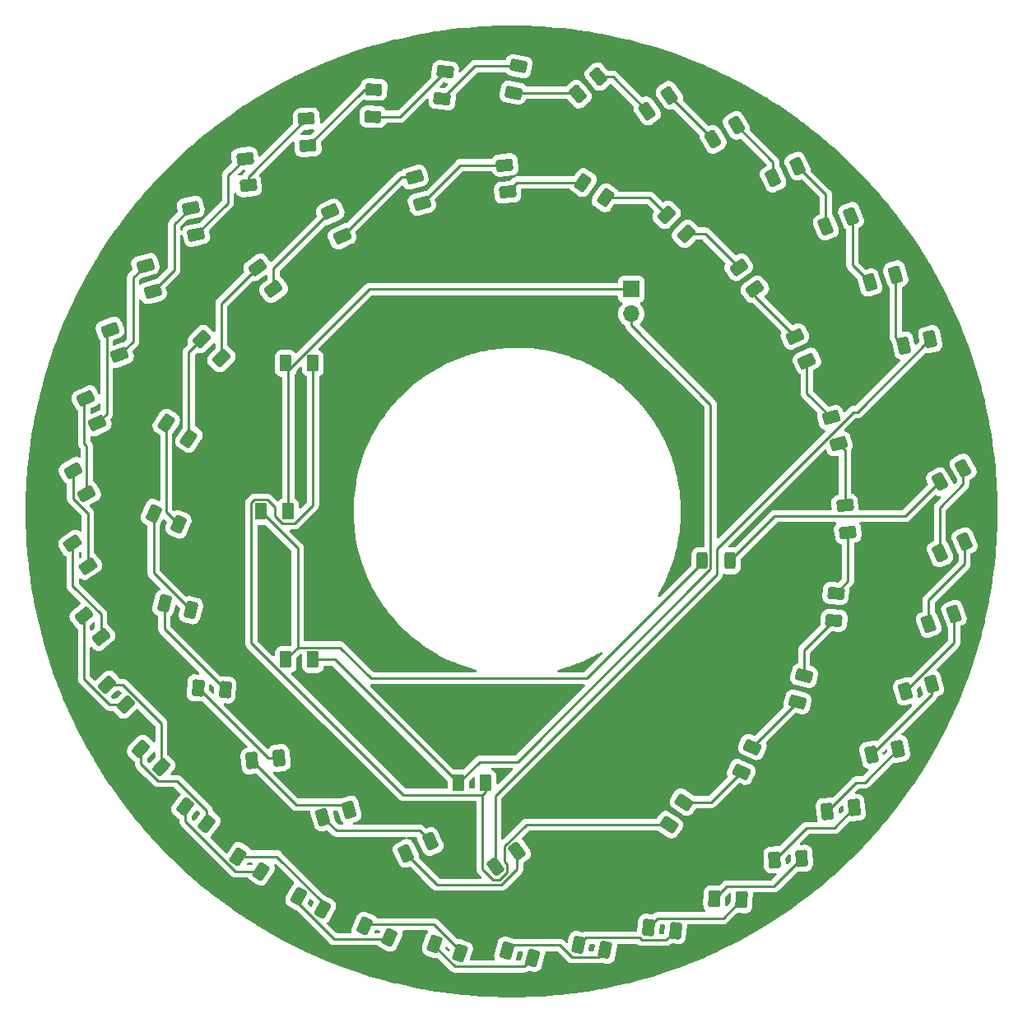
<source format=gbr>
%TF.GenerationSoftware,KiCad,Pcbnew,7.0.6*%
%TF.CreationDate,2023-07-26T18:59:44+05:30*%
%TF.ProjectId,class3_assignment,636c6173-7333-45f6-9173-7369676e6d65,rev?*%
%TF.SameCoordinates,Original*%
%TF.FileFunction,Copper,L1,Top*%
%TF.FilePolarity,Positive*%
%FSLAX46Y46*%
G04 Gerber Fmt 4.6, Leading zero omitted, Abs format (unit mm)*
G04 Created by KiCad (PCBNEW 7.0.6) date 2023-07-26 18:59:44*
%MOMM*%
%LPD*%
G01*
G04 APERTURE LIST*
G04 Aperture macros list*
%AMRoundRect*
0 Rectangle with rounded corners*
0 $1 Rounding radius*
0 $2 $3 $4 $5 $6 $7 $8 $9 X,Y pos of 4 corners*
0 Add a 4 corners polygon primitive as box body*
4,1,4,$2,$3,$4,$5,$6,$7,$8,$9,$2,$3,0*
0 Add four circle primitives for the rounded corners*
1,1,$1+$1,$2,$3*
1,1,$1+$1,$4,$5*
1,1,$1+$1,$6,$7*
1,1,$1+$1,$8,$9*
0 Add four rect primitives between the rounded corners*
20,1,$1+$1,$2,$3,$4,$5,0*
20,1,$1+$1,$4,$5,$6,$7,0*
20,1,$1+$1,$6,$7,$8,$9,0*
20,1,$1+$1,$8,$9,$2,$3,0*%
G04 Aperture macros list end*
%TA.AperFunction,SMDPad,CuDef*%
%ADD10RoundRect,0.250000X0.696886X0.213542X0.139527X0.715389X-0.696886X-0.213542X-0.139527X-0.715389X0*%
%TD*%
%TA.AperFunction,SMDPad,CuDef*%
%ADD11RoundRect,0.250000X0.724924X-0.075729X0.407961X0.604002X-0.724924X0.075729X-0.407961X-0.604002X0*%
%TD*%
%TA.AperFunction,SMDPad,CuDef*%
%ADD12RoundRect,0.250000X0.188200X0.704153X-0.532746X0.497425X-0.188200X-0.704153X0.532746X-0.497425X0*%
%TD*%
%TA.AperFunction,SMDPad,CuDef*%
%ADD13RoundRect,0.250000X0.296036X0.666042X-0.448373X0.574640X-0.296036X-0.666042X0.448373X-0.574640X0*%
%TD*%
%TA.AperFunction,SMDPad,CuDef*%
%ADD14RoundRect,0.250000X-0.051303X0.727061X-0.665667X0.296879X0.051303X-0.727061X0.665667X-0.296879X0*%
%TD*%
%TA.AperFunction,SMDPad,CuDef*%
%ADD15RoundRect,0.250000X0.680292X0.261634X0.089284X0.723380X-0.680292X-0.261634X-0.089284X-0.723380X0*%
%TD*%
%TA.AperFunction,SMDPad,CuDef*%
%ADD16RoundRect,0.250000X0.726055X0.063984X0.285216X0.670747X-0.726055X-0.063984X-0.285216X-0.670747X0*%
%TD*%
%TA.AperFunction,SMDPad,CuDef*%
%ADD17RoundRect,0.250000X0.418440X-0.596790X0.723492X0.088369X-0.418440X0.596790X-0.723492X-0.088369X0*%
%TD*%
%TA.AperFunction,SMDPad,CuDef*%
%ADD18RoundRect,0.250000X0.666042X-0.296036X0.574640X0.448373X-0.666042X0.296036X-0.574640X-0.448373X0*%
%TD*%
%TA.AperFunction,SMDPad,CuDef*%
%ADD19RoundRect,0.250000X0.582378X-0.438276X0.660774X0.307615X-0.582378X0.438276X-0.660774X-0.307615X0*%
%TD*%
%TA.AperFunction,SMDPad,CuDef*%
%ADD20RoundRect,0.250000X0.126113X0.717876X-0.574073X0.449100X-0.126113X-0.717876X0.574073X-0.449100X0*%
%TD*%
%TA.AperFunction,ComponentPad*%
%ADD21R,1.700000X1.700000*%
%TD*%
%TA.AperFunction,ComponentPad*%
%ADD22O,1.700000X1.700000*%
%TD*%
%TA.AperFunction,SMDPad,CuDef*%
%ADD23RoundRect,0.250000X-0.114476X0.719823X-0.689009X0.237732X0.114476X-0.719823X0.689009X-0.237732X0*%
%TD*%
%TA.AperFunction,SMDPad,CuDef*%
%ADD24RoundRect,0.250000X0.075729X0.724924X-0.604002X0.407961X-0.075729X-0.724924X0.604002X-0.407961X0*%
%TD*%
%TA.AperFunction,SMDPad,CuDef*%
%ADD25RoundRect,0.250000X-0.375000X-0.625000X0.375000X-0.625000X0.375000X0.625000X-0.375000X0.625000X0*%
%TD*%
%TA.AperFunction,SMDPad,CuDef*%
%ADD26RoundRect,0.250000X0.236861X0.689309X-0.496750X0.533375X-0.236861X-0.689309X0.496750X-0.533375X0*%
%TD*%
%TA.AperFunction,SMDPad,CuDef*%
%ADD27RoundRect,0.250000X0.596790X0.418440X-0.088369X0.723492X-0.596790X-0.418440X0.088369X-0.723492X0*%
%TD*%
%TA.AperFunction,SMDPad,CuDef*%
%ADD28RoundRect,0.250000X0.341776X0.643769X-0.407196X0.604517X-0.341776X-0.643769X0.407196X-0.604517X0*%
%TD*%
%TA.AperFunction,SMDPad,CuDef*%
%ADD29RoundRect,0.250000X0.515714X-0.515062X0.697156X0.212660X-0.515714X0.515062X-0.697156X-0.212660X0*%
%TD*%
%TA.AperFunction,SMDPad,CuDef*%
%ADD30RoundRect,0.250000X0.689309X-0.236861X0.533375X0.496750X-0.689309X0.236861X-0.533375X-0.496750X0*%
%TD*%
%TA.AperFunction,SMDPad,CuDef*%
%ADD31RoundRect,0.250000X0.523984X0.506646X-0.200460X0.700761X-0.523984X-0.506646X0.200460X-0.700761X0*%
%TD*%
%TA.AperFunction,SMDPad,CuDef*%
%ADD32RoundRect,0.250000X0.717876X-0.126113X0.449100X0.574073X-0.717876X0.126113X-0.449100X-0.574073X0*%
%TD*%
%TA.AperFunction,SMDPad,CuDef*%
%ADD33RoundRect,0.250000X0.654901X0.319929X0.025898X0.728409X-0.654901X-0.319929X-0.025898X-0.728409X0*%
%TD*%
%TA.AperFunction,SMDPad,CuDef*%
%ADD34RoundRect,0.250000X0.224794X0.693338X-0.505983X0.524625X-0.224794X-0.693338X0.505983X-0.524625X0*%
%TD*%
%TA.AperFunction,SMDPad,CuDef*%
%ADD35RoundRect,0.250000X0.726135X-0.063066X0.397357X0.611030X-0.726135X0.063066X-0.397357X-0.611030X0*%
%TD*%
%TA.AperFunction,SMDPad,CuDef*%
%ADD36RoundRect,0.250000X0.541964X-0.487366X0.685070X0.248855X-0.541964X0.487366X-0.685070X-0.248855X0*%
%TD*%
%TA.AperFunction,SMDPad,CuDef*%
%ADD37RoundRect,0.250000X0.396584X0.611532X-0.352959X0.637707X-0.396584X-0.611532X0.352959X-0.637707X0*%
%TD*%
%TA.AperFunction,SMDPad,CuDef*%
%ADD38RoundRect,0.250000X0.704153X-0.188200X0.497425X0.532746X-0.704153X0.188200X-0.497425X-0.532746X0*%
%TD*%
%TA.AperFunction,SMDPad,CuDef*%
%ADD39RoundRect,0.250000X0.063066X0.726135X-0.611030X0.397357X-0.063066X-0.726135X0.611030X-0.397357X0*%
%TD*%
%TA.AperFunction,SMDPad,CuDef*%
%ADD40RoundRect,0.250000X0.727846X0.038606X0.308451X0.660385X-0.727846X-0.038606X-0.308451X-0.660385X0*%
%TD*%
%TA.AperFunction,SMDPad,CuDef*%
%ADD41RoundRect,0.250000X0.308451X-0.660385X0.727846X-0.038606X-0.308451X0.660385X-0.727846X0.038606X0*%
%TD*%
%TA.AperFunction,SMDPad,CuDef*%
%ADD42RoundRect,0.250000X0.175882X0.707330X-0.541347X0.488051X-0.175882X-0.707330X0.541347X-0.488051X0*%
%TD*%
%TA.AperFunction,SMDPad,CuDef*%
%ADD43RoundRect,0.250000X0.566147X0.459050X-0.138622X0.715565X-0.566147X-0.459050X0.138622X-0.715565X0*%
%TD*%
%TA.AperFunction,SMDPad,CuDef*%
%ADD44RoundRect,0.250000X0.113565X0.719967X-0.581823X0.439012X-0.113565X-0.719967X0.581823X-0.439012X0*%
%TD*%
%TA.AperFunction,SMDPad,CuDef*%
%ADD45RoundRect,0.250000X0.721711X0.101896X0.249721X0.684755X-0.721711X-0.101896X-0.249721X-0.684755X0*%
%TD*%
%TA.AperFunction,SMDPad,CuDef*%
%ADD46RoundRect,0.250000X0.703914X0.189090X0.164409X0.710084X-0.703914X-0.189090X-0.164409X-0.710084X0*%
%TD*%
%TA.AperFunction,SMDPad,CuDef*%
%ADD47RoundRect,0.250000X0.438276X0.582378X-0.307615X0.660774X-0.438276X-0.582378X0.307615X-0.660774X0*%
%TD*%
%TA.AperFunction,SMDPad,CuDef*%
%ADD48RoundRect,0.250000X0.611532X-0.396584X0.637707X0.352959X-0.611532X0.396584X-0.637707X-0.352959X0*%
%TD*%
%TA.AperFunction,SMDPad,CuDef*%
%ADD49RoundRect,0.250000X0.660385X0.308451X0.038606X0.727846X-0.660385X-0.308451X-0.038606X-0.727846X0*%
%TD*%
%TA.AperFunction,SMDPad,CuDef*%
%ADD50RoundRect,0.250000X0.307615X0.660774X-0.438276X0.582378X-0.307615X-0.660774X0.438276X-0.582378X0*%
%TD*%
%TA.AperFunction,SMDPad,CuDef*%
%ADD51RoundRect,0.250000X0.630988X0.364834X-0.024976X0.728441X-0.630988X-0.364834X0.024976X-0.728441X0*%
%TD*%
%TA.AperFunction,SMDPad,CuDef*%
%ADD52RoundRect,0.250000X0.660774X-0.307615X0.582378X0.438276X-0.660774X0.307615X-0.582378X-0.438276X0*%
%TD*%
%TA.AperFunction,SMDPad,CuDef*%
%ADD53RoundRect,0.250000X0.487366X0.541964X-0.248855X0.685070X-0.487366X-0.541964X0.248855X-0.685070X0*%
%TD*%
%TA.AperFunction,SMDPad,CuDef*%
%ADD54RoundRect,0.250000X-0.000461X0.728869X-0.643337X0.342590X0.000461X-0.728869X0.643337X-0.342590X0*%
%TD*%
%TA.AperFunction,SMDPad,CuDef*%
%ADD55RoundRect,0.250000X0.597319X-0.417684X0.649636X0.330489X-0.597319X0.417684X-0.649636X-0.330489X0*%
%TD*%
%TA.AperFunction,SMDPad,CuDef*%
%ADD56RoundRect,0.250000X-0.063984X0.726055X-0.670747X0.285216X0.063984X-0.726055X0.670747X-0.285216X0*%
%TD*%
%TA.AperFunction,SMDPad,CuDef*%
%ADD57RoundRect,0.250000X0.515062X0.515714X-0.212660X0.697156X-0.515062X-0.515714X0.212660X-0.697156X0*%
%TD*%
%TA.AperFunction,SMDPad,CuDef*%
%ADD58RoundRect,0.250000X0.417684X0.597319X-0.330489X0.649636X-0.417684X-0.597319X0.330489X-0.649636X0*%
%TD*%
%TA.AperFunction,SMDPad,CuDef*%
%ADD59RoundRect,0.250000X0.728766X-0.012260X0.353766X0.637260X-0.728766X0.012260X-0.353766X-0.637260X0*%
%TD*%
%TA.AperFunction,SMDPad,CuDef*%
%ADD60RoundRect,0.250000X0.643769X-0.341776X0.604517X0.407196X-0.643769X0.341776X-0.604517X-0.407196X0*%
%TD*%
%TA.AperFunction,SMDPad,CuDef*%
%ADD61RoundRect,0.250000X0.012260X0.728766X-0.637260X0.353766X-0.012260X-0.728766X0.637260X-0.353766X0*%
%TD*%
%TA.AperFunction,SMDPad,CuDef*%
%ADD62RoundRect,0.250000X0.712845X0.151991X0.201347X0.700507X-0.712845X-0.151991X-0.201347X-0.700507X0*%
%TD*%
%TA.AperFunction,SMDPad,CuDef*%
%ADD63RoundRect,0.250000X-0.312500X-0.625000X0.312500X-0.625000X0.312500X0.625000X-0.312500X0.625000X0*%
%TD*%
%TA.AperFunction,Conductor*%
%ADD64C,0.250000*%
%TD*%
G04 APERTURE END LIST*
D10*
%TO.P,D21,1,K*%
%TO.N,Net-(D21-K)*%
X162464403Y-140619283D03*
%TO.P,D21,2,A*%
%TO.N,Net-(D20-K)*%
X160383597Y-138745717D03*
%TD*%
D11*
%TO.P,D26,1,K*%
%TO.N,Net-(D26-K)*%
X155877266Y-105227731D03*
%TO.P,D26,2,A*%
%TO.N,Net-(D25-K)*%
X154693934Y-102690069D03*
%TD*%
D12*
%TO.P,D8,1,K*%
%TO.N,Net-(D8-K)*%
X241717366Y-132042308D03*
%TO.P,D8,2,A*%
%TO.N,Net-(D7-K)*%
X239025834Y-132814092D03*
%TD*%
D13*
%TO.P,D10,1,K*%
%TO.N,Net-(D10-K)*%
X233779965Y-144785583D03*
%TO.P,D10,2,A*%
%TO.N,Net-(D10-A)*%
X231000835Y-145126817D03*
%TD*%
D14*
%TO.P,D36,1,K*%
%TO.N,Net-(D36-K)*%
X214746313Y-71493993D03*
%TO.P,D36,2,A*%
%TO.N,Net-(D35-K)*%
X212452687Y-73100007D03*
%TD*%
D15*
%TO.P,D20,1,K*%
%TO.N,Net-(D20-K)*%
X167141215Y-146397226D03*
%TO.P,D20,2,A*%
%TO.N,Net-(D19-K)*%
X164934785Y-144673374D03*
%TD*%
D16*
%TO.P,D57,1,K*%
%TO.N,Net-(D57-K)*%
X223519999Y-91440024D03*
%TO.P,D57,2,A*%
%TO.N,Net-(D56-K)*%
X221874201Y-89174776D03*
%TD*%
D17*
%TO.P,D63,1,K*%
%TO.N,Net-(D63-K)*%
X222127669Y-141083864D03*
%TO.P,D63,2,A*%
%TO.N,Net-(D62-K)*%
X223266531Y-138525936D03*
%TD*%
D18*
%TO.P,D30,1,K*%
%TO.N,Net-(D30-K)*%
X171414717Y-80774465D03*
%TO.P,D30,2,A*%
%TO.N,Net-(D29-K)*%
X171073483Y-77995335D03*
%TD*%
D19*
%TO.P,D33,1,K*%
%TO.N,Net-(D33-K)*%
X191375460Y-71854831D03*
%TO.P,D33,2,A*%
%TO.N,Net-(D32-K)*%
X191668140Y-69070169D03*
%TD*%
D20*
%TO.P,D7,1,K*%
%TO.N,Net-(D7-K)*%
X244012513Y-124848685D03*
%TO.P,D7,2,A*%
%TO.N,Net-(D6-K)*%
X241398487Y-125852115D03*
%TD*%
D21*
%TO.P,J1,1,Pin_1*%
%TO.N,Net-(D1-K)*%
X210820000Y-91440000D03*
D22*
%TO.P,J1,2,Pin_2*%
%TO.N,Net-(D3-A)*%
X210820000Y-93980000D03*
%TD*%
D23*
%TO.P,D35,1,K*%
%TO.N,Net-(D35-K)*%
X207448462Y-69562597D03*
%TO.P,D35,2,A*%
%TO.N,Net-(D34-K)*%
X205303538Y-71362403D03*
%TD*%
D24*
%TO.P,D6,1,K*%
%TO.N,Net-(D6-K)*%
X245108131Y-117392734D03*
%TO.P,D6,2,A*%
%TO.N,Net-(D5-K)*%
X242570469Y-118576066D03*
%TD*%
D25*
%TO.P,D3,1,K*%
%TO.N,Net-(D2-K)*%
X175260000Y-129540000D03*
%TO.P,D3,2,A*%
%TO.N,Net-(D3-A)*%
X178060000Y-129540000D03*
%TD*%
D26*
%TO.P,D9,1,K*%
%TO.N,Net-(D10-A)*%
X238270907Y-138732724D03*
%TO.P,D9,2,A*%
%TO.N,Net-(D8-K)*%
X235532093Y-139314876D03*
%TD*%
D27*
%TO.P,D48,1,K*%
%TO.N,Net-(D48-K)*%
X164227364Y-115625531D03*
%TO.P,D48,2,A*%
%TO.N,Net-(D47-K)*%
X161669436Y-114486669D03*
%TD*%
D28*
%TO.P,D11,1,K*%
%TO.N,Net-(D11-K)*%
X228360181Y-149989430D03*
%TO.P,D11,2,A*%
%TO.N,Net-(D10-K)*%
X225564019Y-150135970D03*
%TD*%
D29*
%TO.P,D62,1,K*%
%TO.N,Net-(D62-K)*%
X227920609Y-133914514D03*
%TO.P,D62,2,A*%
%TO.N,Net-(D61-K)*%
X228597991Y-131197686D03*
%TD*%
D30*
%TO.P,D29,1,K*%
%TO.N,Net-(D29-K)*%
X166062476Y-85813207D03*
%TO.P,D29,2,A*%
%TO.N,Net-(D28-K)*%
X165480324Y-83074393D03*
%TD*%
D31*
%TO.P,D15,1,K*%
%TO.N,Net-(D15-K)*%
X200693896Y-160205947D03*
%TO.P,D15,2,A*%
%TO.N,Net-(D14-K)*%
X197989304Y-159481253D03*
%TD*%
D32*
%TO.P,D27,1,K*%
%TO.N,Net-(D27-K)*%
X158182915Y-98208613D03*
%TO.P,D27,2,A*%
%TO.N,Net-(D26-K)*%
X157179485Y-95594587D03*
%TD*%
D33*
%TO.P,D19,1,K*%
%TO.N,Net-(D19-K)*%
X172728739Y-151308695D03*
%TO.P,D19,2,A*%
%TO.N,Net-(D18-K)*%
X170380461Y-149783705D03*
%TD*%
D34*
%TO.P,D41,1,K*%
%TO.N,Net-(D41-K)*%
X241580718Y-96586669D03*
%TO.P,D41,2,A*%
%TO.N,Net-(D40-K)*%
X238852482Y-97216531D03*
%TD*%
D35*
%TO.P,D58,1,K*%
%TO.N,Net-(D58-K)*%
X228873020Y-98814412D03*
%TO.P,D58,2,A*%
%TO.N,Net-(D57-K)*%
X227645580Y-96297788D03*
%TD*%
D36*
%TO.P,D34,1,K*%
%TO.N,Net-(D34-K)*%
X198681767Y-71219578D03*
%TO.P,D34,2,A*%
%TO.N,Net-(D33-K)*%
X199216033Y-68471022D03*
%TD*%
D37*
%TO.P,D12,1,K*%
%TO.N,Net-(D12-K)*%
X222164447Y-154252059D03*
%TO.P,D12,2,A*%
%TO.N,Net-(D11-K)*%
X219366153Y-154154341D03*
%TD*%
D38*
%TO.P,D53,1,K*%
%TO.N,Net-(D53-K)*%
X189275592Y-82594466D03*
%TO.P,D53,2,A*%
%TO.N,Net-(D52-K)*%
X188503808Y-79902934D03*
%TD*%
%TO.P,D28,1,K*%
%TO.N,Net-(D28-K)*%
X161594592Y-91682366D03*
%TO.P,D28,2,A*%
%TO.N,Net-(D27-K)*%
X160822808Y-88990834D03*
%TD*%
D39*
%TO.P,D43,1,K*%
%TO.N,Net-(D43-K)*%
X190148012Y-148249780D03*
%TO.P,D43,2,A*%
%TO.N,Net-(D42-K)*%
X187631388Y-149477220D03*
%TD*%
D40*
%TO.P,D24,1,K*%
%TO.N,Net-(D24-K)*%
X154902970Y-119927953D03*
%TO.P,D24,2,A*%
%TO.N,Net-(D23-K)*%
X153337230Y-117606647D03*
%TD*%
D12*
%TO.P,D44,1,K*%
%TO.N,Net-(D44-K)*%
X181794166Y-144981108D03*
%TO.P,D44,2,A*%
%TO.N,Net-(D43-K)*%
X179102634Y-145752892D03*
%TD*%
D41*
%TO.P,D64,1,K*%
%TO.N,Net-(D1-A)*%
X214665530Y-146527653D03*
%TO.P,D64,2,A*%
%TO.N,Net-(D63-K)*%
X216231270Y-144206347D03*
%TD*%
D42*
%TO.P,D40,1,K*%
%TO.N,Net-(D40-K)*%
X238027927Y-89927280D03*
%TO.P,D40,2,A*%
%TO.N,Net-(D39-K)*%
X235350273Y-90745920D03*
%TD*%
D43*
%TO.P,D16,1,K*%
%TO.N,Net-(D16-K)*%
X193224870Y-159770128D03*
%TO.P,D16,2,A*%
%TO.N,Net-(D15-K)*%
X190593730Y-158812472D03*
%TD*%
D44*
%TO.P,D39,1,K*%
%TO.N,Net-(D39-K)*%
X233424457Y-83919351D03*
%TO.P,D39,2,A*%
%TO.N,Net-(D38-K)*%
X230828343Y-84968249D03*
%TD*%
D45*
%TO.P,D23,1,K*%
%TO.N,Net-(D23-K)*%
X156263349Y-127200404D03*
%TO.P,D23,2,A*%
%TO.N,Net-(D22-K)*%
X154501251Y-125024396D03*
%TD*%
D46*
%TO.P,D56,1,K*%
%TO.N,Net-(D56-K)*%
X216455476Y-85717722D03*
%TO.P,D56,2,A*%
%TO.N,Net-(D55-K)*%
X214441324Y-83772678D03*
%TD*%
D47*
%TO.P,D13,1,K*%
%TO.N,Net-(D13-K)*%
X215362531Y-157410540D03*
%TO.P,D13,2,A*%
%TO.N,Net-(D12-K)*%
X212577869Y-157117860D03*
%TD*%
D25*
%TO.P,D1,1,K*%
%TO.N,Net-(D1-K)*%
X175260000Y-99060000D03*
%TO.P,D1,2,A*%
%TO.N,Net-(D1-A)*%
X178060000Y-99060000D03*
%TD*%
D46*
%TO.P,D50,1,K*%
%TO.N,Net-(D50-K)*%
X168644576Y-98528622D03*
%TO.P,D50,2,A*%
%TO.N,Net-(D49-K)*%
X166630424Y-96583578D03*
%TD*%
D48*
%TO.P,D32,1,K*%
%TO.N,Net-(D32-K)*%
X184249441Y-73696147D03*
%TO.P,D32,2,A*%
%TO.N,Net-(D31-K)*%
X184347159Y-70897853D03*
%TD*%
D49*
%TO.P,D49,1,K*%
%TO.N,Net-(D49-K)*%
X165301653Y-106780270D03*
%TO.P,D49,2,A*%
%TO.N,Net-(D48-K)*%
X162980347Y-105214530D03*
%TD*%
D50*
%TO.P,D45,1,K*%
%TO.N,Net-(D45-K)*%
X174591931Y-139658560D03*
%TO.P,D45,2,A*%
%TO.N,Net-(D44-K)*%
X171807269Y-139951240D03*
%TD*%
D16*
%TO.P,D51,1,K*%
%TO.N,Net-(D51-K)*%
X174022499Y-91440024D03*
%TO.P,D51,2,A*%
%TO.N,Net-(D50-K)*%
X172376701Y-89174776D03*
%TD*%
D39*
%TO.P,D38,1,K*%
%TO.N,Net-(D38-K)*%
X227912012Y-78771180D03*
%TO.P,D38,2,A*%
%TO.N,Net-(D37-K)*%
X225395388Y-79998620D03*
%TD*%
D51*
%TO.P,D18,1,K*%
%TO.N,Net-(D18-K)*%
X179047168Y-155256733D03*
%TO.P,D18,2,A*%
%TO.N,Net-(D17-K)*%
X176598232Y-153899267D03*
%TD*%
D35*
%TO.P,D52,1,K*%
%TO.N,Net-(D52-K)*%
X181062120Y-86003512D03*
%TO.P,D52,2,A*%
%TO.N,Net-(D51-K)*%
X179834680Y-83486888D03*
%TD*%
D52*
%TO.P,D54,1,K*%
%TO.N,Net-(D54-K)*%
X198094740Y-81448431D03*
%TO.P,D54,2,A*%
%TO.N,Net-(D53-K)*%
X197802060Y-78663769D03*
%TD*%
%TO.P,D60,1,K*%
%TO.N,Net-(D60-K)*%
X233094740Y-116448431D03*
%TO.P,D60,2,A*%
%TO.N,Net-(D59-K)*%
X232802060Y-113663769D03*
%TD*%
D53*
%TO.P,D14,1,K*%
%TO.N,Net-(D14-K)*%
X208137378Y-159428833D03*
%TO.P,D14,2,A*%
%TO.N,Net-(D13-K)*%
X205388822Y-158894567D03*
%TD*%
D54*
%TO.P,D37,1,K*%
%TO.N,Net-(D37-K)*%
X221621034Y-74577547D03*
%TO.P,D37,2,A*%
%TO.N,Net-(D36-K)*%
X219220966Y-76019653D03*
%TD*%
D55*
%TO.P,D61,1,K*%
%TO.N,Net-(D61-K)*%
X231658141Y-125511390D03*
%TO.P,D61,2,A*%
%TO.N,Net-(D60-K)*%
X231853459Y-122718210D03*
%TD*%
D56*
%TO.P,D42,1,K*%
%TO.N,Net-(D42-K)*%
X199081024Y-149233201D03*
%TO.P,D42,2,A*%
%TO.N,Net-(D41-K)*%
X196815776Y-150878999D03*
%TD*%
D57*
%TO.P,D47,1,K*%
%TO.N,Net-(D47-K)*%
X165499414Y-124453491D03*
%TO.P,D47,2,A*%
%TO.N,Net-(D46-K)*%
X162782586Y-123776109D03*
%TD*%
D58*
%TO.P,D46,1,K*%
%TO.N,Net-(D46-K)*%
X169034090Y-132653759D03*
%TO.P,D46,2,A*%
%TO.N,Net-(D45-K)*%
X166240910Y-132458441D03*
%TD*%
D25*
%TO.P,D4,1,K*%
%TO.N,Net-(D3-A)*%
X193040000Y-142240000D03*
%TO.P,D4,2,A*%
%TO.N,Net-(D1-A)*%
X195840000Y-142240000D03*
%TD*%
D59*
%TO.P,D25,1,K*%
%TO.N,Net-(D25-K)*%
X154787600Y-112527136D03*
%TO.P,D25,2,A*%
%TO.N,Net-(D24-K)*%
X153387600Y-110102264D03*
%TD*%
D60*
%TO.P,D31,1,K*%
%TO.N,Net-(D31-K)*%
X177550070Y-76696681D03*
%TO.P,D31,2,A*%
%TO.N,Net-(D30-K)*%
X177403530Y-73900519D03*
%TD*%
D27*
%TO.P,D17,1,K*%
%TO.N,Net-(D17-K)*%
X185949164Y-158089331D03*
%TO.P,D17,2,A*%
%TO.N,Net-(D16-K)*%
X183391236Y-156950469D03*
%TD*%
D61*
%TO.P,D5,1,K*%
%TO.N,Net-(D5-K)*%
X244954136Y-109832300D03*
%TO.P,D5,2,A*%
%TO.N,Net-(D5-A)*%
X242529264Y-111232300D03*
%TD*%
D38*
%TO.P,D59,1,K*%
%TO.N,Net-(D59-K)*%
X232141692Y-107343166D03*
%TO.P,D59,2,A*%
%TO.N,Net-(D58-K)*%
X231369908Y-104651634D03*
%TD*%
D62*
%TO.P,D22,1,K*%
%TO.N,Net-(D22-K)*%
X158794198Y-134172395D03*
%TO.P,D22,2,A*%
%TO.N,Net-(D21-K)*%
X156884602Y-132124605D03*
%TD*%
D25*
%TO.P,D2,1,K*%
%TO.N,Net-(D2-K)*%
X172720000Y-114300000D03*
%TO.P,D2,2,A*%
%TO.N,Net-(D1-K)*%
X175520000Y-114300000D03*
%TD*%
D63*
%TO.P,R1,1*%
%TO.N,Net-(D2-K)*%
X218055000Y-119380000D03*
%TO.P,R1,2*%
%TO.N,Net-(D5-A)*%
X220980000Y-119380000D03*
%TD*%
D49*
%TO.P,D55,1,K*%
%TO.N,Net-(D55-K)*%
X208167653Y-82031570D03*
%TO.P,D55,2,A*%
%TO.N,Net-(D54-K)*%
X205846347Y-80465830D03*
%TD*%
D64*
%TO.N,Net-(D63-K)*%
X219005300Y-144206300D02*
X222127700Y-141083900D01*
X216231300Y-144206300D02*
X219005300Y-144206300D01*
%TO.N,Net-(D62-K)*%
X227877900Y-133914500D02*
X223266500Y-138525900D01*
X227920600Y-133914500D02*
X227877900Y-133914500D01*
%TO.N,Net-(D61-K)*%
X228598000Y-128571500D02*
X228598000Y-131197700D01*
X231658100Y-125511400D02*
X228598000Y-128571500D01*
%TO.N,Net-(D60-K)*%
X233094700Y-121477000D02*
X233094700Y-116448400D01*
X231853500Y-122718200D02*
X233094700Y-121477000D01*
%TO.N,Net-(D59-K)*%
X232802100Y-108003600D02*
X232802100Y-113663800D01*
X232141700Y-107343200D02*
X232802100Y-108003600D01*
%TO.N,Net-(D58-K)*%
X228873000Y-102154700D02*
X228873000Y-98814400D01*
X231369900Y-104651600D02*
X228873000Y-102154700D01*
%TO.N,Net-(D57-K)*%
X223520000Y-92172200D02*
X223520000Y-91440000D01*
X227645600Y-96297800D02*
X223520000Y-92172200D01*
%TO.N,Net-(D56-K)*%
X218417100Y-85717700D02*
X221874200Y-89174800D01*
X216455500Y-85717700D02*
X218417100Y-85717700D01*
%TO.N,Net-(D55-K)*%
X212700200Y-82031600D02*
X214441300Y-83772700D01*
X208167700Y-82031600D02*
X212700200Y-82031600D01*
%TO.N,Net-(D54-K)*%
X199077300Y-80465800D02*
X198094700Y-81448400D01*
X205846300Y-80465800D02*
X199077300Y-80465800D01*
%TO.N,Net-(D53-K)*%
X193206300Y-78663800D02*
X189275600Y-82594500D01*
X197802100Y-78663800D02*
X193206300Y-78663800D01*
%TO.N,Net-(D52-K)*%
X187162700Y-79902900D02*
X188503800Y-79902900D01*
X181062100Y-86003500D02*
X187162700Y-79902900D01*
%TO.N,Net-(D51-K)*%
X174022500Y-89299100D02*
X174022500Y-91440000D01*
X179834700Y-83486900D02*
X174022500Y-89299100D01*
%TO.N,Net-(D50-K)*%
X168644600Y-92906900D02*
X168644600Y-98528600D01*
X172376700Y-89174800D02*
X168644600Y-92906900D01*
%TO.N,Net-(D49-K)*%
X165301700Y-97912300D02*
X166630400Y-96583600D01*
X165301700Y-106780300D02*
X165301700Y-97912300D01*
%TO.N,Net-(D48-K)*%
X162980300Y-114378400D02*
X164227400Y-115625500D01*
X162980300Y-105214500D02*
X162980300Y-114378400D01*
%TO.N,Net-(D47-K)*%
X161669400Y-120623500D02*
X161669400Y-114486700D01*
X165499400Y-124453500D02*
X161669400Y-120623500D01*
%TO.N,Net-(D46-K)*%
X162782600Y-126402300D02*
X162782600Y-123776100D01*
X169034100Y-132653800D02*
X162782600Y-126402300D01*
%TO.N,Net-(D45-K)*%
X173441100Y-139658600D02*
X174591900Y-139658600D01*
X166240900Y-132458400D02*
X173441100Y-139658600D01*
%TO.N,Net-(D44-K)*%
X181272900Y-144459800D02*
X181794200Y-144981100D01*
X176315900Y-144459800D02*
X181272900Y-144459800D01*
X171807300Y-139951200D02*
X176315900Y-144459800D01*
%TO.N,Net-(D43-K)*%
X189038500Y-147140300D02*
X190148000Y-148249800D01*
X180490000Y-147140300D02*
X189038500Y-147140300D01*
X179102600Y-145752900D02*
X180490000Y-147140300D01*
%TO.N,Net-(D42-K)*%
X190854400Y-152700200D02*
X187631400Y-149477200D01*
X197460200Y-152700200D02*
X190854400Y-152700200D01*
X199081000Y-151079400D02*
X197460200Y-152700200D01*
X199081000Y-149233200D02*
X199081000Y-151079400D01*
%TO.N,Net-(D41-K)*%
X234094000Y-104073400D02*
X241580700Y-96586700D01*
X233655300Y-104073400D02*
X234094000Y-104073400D01*
X219600500Y-118128200D02*
X233655300Y-104073400D01*
X219600500Y-120770000D02*
X219600500Y-118128200D01*
X196815800Y-143554700D02*
X219600500Y-120770000D01*
X196815800Y-150879000D02*
X196815800Y-143554700D01*
%TO.N,Net-(D40-K)*%
X238027900Y-96391900D02*
X238852500Y-97216500D01*
X238027900Y-89927300D02*
X238027900Y-96391900D01*
%TO.N,Net-(D39-K)*%
X233568800Y-88964400D02*
X235350300Y-90745900D01*
X233568800Y-84063600D02*
X233568800Y-88964400D01*
X233568700Y-84063600D02*
X233568800Y-84063600D01*
X233424500Y-83919400D02*
X233568700Y-84063600D01*
%TO.N,Net-(D38-K)*%
X230828300Y-81687500D02*
X230828300Y-84968200D01*
X227912000Y-78771200D02*
X230828300Y-81687500D01*
%TO.N,Net-(D37-K)*%
X225395400Y-78351900D02*
X225395400Y-79998600D01*
X221621000Y-74577500D02*
X225395400Y-78351900D01*
%TO.N,Net-(D36-K)*%
X214746300Y-71545000D02*
X214746300Y-71494000D01*
X219221000Y-76019700D02*
X214746300Y-71545000D01*
%TO.N,Net-(D35-K)*%
X208915300Y-69562600D02*
X212452700Y-73100000D01*
X207448500Y-69562600D02*
X208915300Y-69562600D01*
%TO.N,Net-(D34-K)*%
X205160700Y-71219600D02*
X205303500Y-71362400D01*
X198681800Y-71219600D02*
X205160700Y-71219600D01*
%TO.N,Net-(D33-K)*%
X194759300Y-68471000D02*
X191375500Y-71854800D01*
X199216000Y-68471000D02*
X194759300Y-68471000D01*
%TO.N,Net-(D32-K)*%
X187042200Y-73696100D02*
X191668100Y-69070200D01*
X184249400Y-73696100D02*
X187042200Y-73696100D01*
%TO.N,Net-(D31-K)*%
X183348900Y-70897900D02*
X184347200Y-70897900D01*
X177550100Y-76696700D02*
X183348900Y-70897900D01*
%TO.N,Net-(D30-K)*%
X171414700Y-79889300D02*
X171414700Y-80774500D01*
X177403500Y-73900500D02*
X171414700Y-79889300D01*
%TO.N,Net-(D29-K)*%
X169317200Y-79751600D02*
X171073500Y-77995300D01*
X169317200Y-82558500D02*
X169317200Y-79751600D01*
X166062500Y-85813200D02*
X169317200Y-82558500D01*
%TO.N,Net-(D28-K)*%
X163810300Y-84744400D02*
X165480300Y-83074400D01*
X163810300Y-89466700D02*
X163810300Y-84744400D01*
X161594600Y-91682400D02*
X163810300Y-89466700D01*
%TO.N,Net-(D27-K)*%
X159561200Y-96830300D02*
X158182900Y-98208600D01*
X159561200Y-90252400D02*
X159561200Y-96830300D01*
X160822800Y-88990800D02*
X159561200Y-90252400D01*
%TO.N,Net-(D26-K)*%
X156846500Y-104258500D02*
X155877300Y-105227700D01*
X156846500Y-95927600D02*
X156846500Y-104258500D01*
X157179500Y-95594600D02*
X156846500Y-95927600D01*
%TO.N,Net-(D25-K)*%
X154526200Y-102857800D02*
X154693900Y-102690100D01*
X154526200Y-107310500D02*
X154526200Y-102857800D01*
X154787600Y-107571900D02*
X154526200Y-107310500D01*
X154787600Y-112527100D02*
X154787600Y-107571900D01*
%TO.N,Net-(D24-K)*%
X154903000Y-114497200D02*
X154903000Y-119928000D01*
X153387600Y-112981800D02*
X154903000Y-114497200D01*
X153387600Y-110102300D02*
X153387600Y-112981800D01*
%TO.N,Net-(D23-K)*%
X153337200Y-121955900D02*
X153337200Y-117606600D01*
X156263300Y-124882000D02*
X153337200Y-121955900D01*
X156263300Y-127200400D02*
X156263300Y-124882000D01*
%TO.N,Net-(D22-K)*%
X154501300Y-131527800D02*
X154501300Y-125024400D01*
X157145900Y-134172400D02*
X154501300Y-131527800D01*
X158794200Y-134172400D02*
X157145900Y-134172400D01*
%TO.N,Net-(D21-K)*%
X162464400Y-136098200D02*
X162464400Y-140619300D01*
X158490800Y-132124600D02*
X162464400Y-136098200D01*
X156884600Y-132124600D02*
X158490800Y-132124600D01*
%TO.N,Net-(D20-K)*%
X160383600Y-140268000D02*
X160383600Y-138745700D01*
X162146400Y-142030800D02*
X160383600Y-140268000D01*
X164065800Y-142030800D02*
X162146400Y-142030800D01*
X167141200Y-145106200D02*
X164065800Y-142030800D01*
X167141200Y-146397200D02*
X167141200Y-145106200D01*
%TO.N,Net-(D19-K)*%
X164934800Y-146148000D02*
X164934800Y-144673400D01*
X170095500Y-151308700D02*
X164934800Y-146148000D01*
X172728700Y-151308700D02*
X170095500Y-151308700D01*
%TO.N,Net-(D18-K)*%
X174359300Y-149783700D02*
X170380500Y-149783700D01*
X179047200Y-154471600D02*
X174359300Y-149783700D01*
X179047200Y-155256700D02*
X179047200Y-154471600D01*
%TO.N,Net-(D17-K)*%
X176598200Y-154672700D02*
X176598200Y-153899300D01*
X180216100Y-158290600D02*
X176598200Y-154672700D01*
X185747900Y-158290600D02*
X180216100Y-158290600D01*
X185949200Y-158089300D02*
X185747900Y-158290600D01*
%TO.N,Net-(D16-K)*%
X193224900Y-159510600D02*
X193224900Y-159770100D01*
X190478500Y-156764200D02*
X193224900Y-159510600D01*
X183577500Y-156764200D02*
X190478500Y-156764200D01*
X183391200Y-156950500D02*
X183577500Y-156764200D01*
%TO.N,Net-(D15-K)*%
X199799500Y-161100300D02*
X200693900Y-160205900D01*
X192654300Y-161100300D02*
X199799500Y-161100300D01*
X190593700Y-159039700D02*
X192654300Y-161100300D01*
X190593700Y-158812500D02*
X190593700Y-159039700D01*
%TO.N,Net-(D14-K)*%
X198552100Y-158918500D02*
X197989300Y-159481300D01*
X203481200Y-158918500D02*
X198552100Y-158918500D01*
X204721100Y-160158400D02*
X203481200Y-158918500D01*
X207407800Y-160158400D02*
X204721100Y-160158400D01*
X208137400Y-159428800D02*
X207407800Y-160158400D01*
%TO.N,Net-(D13-K)*%
X214396300Y-158376700D02*
X215362500Y-157410500D01*
X211875200Y-158376700D02*
X214396300Y-158376700D01*
X211660900Y-158162400D02*
X211875200Y-158376700D01*
X206121000Y-158162400D02*
X211660900Y-158162400D01*
X205388800Y-158894600D02*
X206121000Y-158162400D01*
%TO.N,Net-(D12-K)*%
X220282700Y-156133800D02*
X222164400Y-154252100D01*
X213562000Y-156133800D02*
X220282700Y-156133800D01*
X212577900Y-157117900D02*
X213562000Y-156133800D01*
%TO.N,Net-(D11-K)*%
X225481000Y-152868600D02*
X228360200Y-149989400D01*
X220651900Y-152868600D02*
X225481000Y-152868600D01*
X219366200Y-154154300D02*
X220651900Y-152868600D01*
%TO.N,Net-(D10-K)*%
X231702300Y-146863300D02*
X233780000Y-144785600D01*
X228836700Y-146863300D02*
X231702300Y-146863300D01*
X225564000Y-150136000D02*
X228836700Y-146863300D01*
%TO.N,Net-(D10-A)*%
X233945000Y-142182600D02*
X231000800Y-145126800D01*
X234821000Y-142182600D02*
X233945000Y-142182600D01*
X238270900Y-138732700D02*
X234821000Y-142182600D01*
%TO.N,Net-(D8-K)*%
X241717400Y-133129600D02*
X241717400Y-132042300D01*
X235532100Y-139314900D02*
X241717400Y-133129600D01*
%TO.N,Net-(D7-K)*%
X244012500Y-127827400D02*
X239025800Y-132814100D01*
X244012500Y-124848700D02*
X244012500Y-127827400D01*
%TO.N,Net-(D6-K)*%
X241398500Y-123406000D02*
X241398500Y-125852100D01*
X245108100Y-119696400D02*
X241398500Y-123406000D01*
X245108100Y-117392700D02*
X245108100Y-119696400D01*
%TO.N,Net-(D5-A)*%
X238983500Y-114778100D02*
X242529300Y-111232300D01*
X225581900Y-114778100D02*
X238983500Y-114778100D01*
X220980000Y-119380000D02*
X225581900Y-114778100D01*
%TO.N,Net-(D5-K)*%
X244954100Y-111509300D02*
X244954100Y-109832300D01*
X242570500Y-113892900D02*
X244954100Y-111509300D01*
X242570500Y-118576100D02*
X242570500Y-113892900D01*
%TO.N,Net-(D3-A)*%
X180340000Y-129540000D02*
X178060000Y-129540000D01*
X193040000Y-142240000D02*
X180340000Y-129540000D01*
X195233100Y-140046900D02*
X193040000Y-142240000D01*
X199155900Y-140046900D02*
X195233100Y-140046900D01*
X218982700Y-120220100D02*
X199155900Y-140046900D01*
X218982700Y-103319600D02*
X218982700Y-120220100D01*
X210820000Y-95156900D02*
X218982700Y-103319600D01*
X210820000Y-93980000D02*
X210820000Y-95156900D01*
%TO.N,Net-(D2-K)*%
X176508300Y-118088300D02*
X172720000Y-114300000D01*
X176508300Y-128291700D02*
X176508300Y-118088300D01*
X180869700Y-128291700D02*
X176508300Y-128291700D01*
X184032900Y-131454900D02*
X180869700Y-128291700D01*
X206210800Y-131454900D02*
X184032900Y-131454900D01*
X218055000Y-119610700D02*
X206210800Y-131454900D01*
X218055000Y-119380000D02*
X218055000Y-119610700D01*
X176508300Y-128291700D02*
X175260000Y-129540000D01*
%TO.N,Net-(D1-A)*%
X200017800Y-146527700D02*
X214665500Y-146527700D01*
X197811100Y-148734400D02*
X200017800Y-146527700D01*
X197811100Y-150293100D02*
X197811100Y-148734400D01*
X198062400Y-150544400D02*
X197811100Y-150293100D01*
X198062400Y-151418800D02*
X198062400Y-150544400D01*
X197281000Y-152200200D02*
X198062400Y-151418800D01*
X196623600Y-152200200D02*
X197281000Y-152200200D01*
X195524800Y-151101400D02*
X196623600Y-152200200D01*
X195524800Y-143458200D02*
X195524800Y-151101400D01*
X195840000Y-143143000D02*
X195524800Y-143458200D01*
X195840000Y-142240000D02*
X195840000Y-143143000D01*
X178060000Y-113650500D02*
X178060000Y-99060000D01*
X176171500Y-115539000D02*
X178060000Y-113650500D01*
X174914000Y-115539000D02*
X176171500Y-115539000D01*
X174120000Y-114745000D02*
X174914000Y-115539000D01*
X174120000Y-113859800D02*
X174120000Y-114745000D01*
X173357300Y-113097100D02*
X174120000Y-113859800D01*
X172048600Y-113097100D02*
X173357300Y-113097100D01*
X171718200Y-113427500D02*
X172048600Y-113097100D01*
X171718200Y-127824000D02*
X171718200Y-113427500D01*
X187352400Y-143458200D02*
X171718200Y-127824000D01*
X195524800Y-143458200D02*
X187352400Y-143458200D01*
%TO.N,Net-(D1-K)*%
X183860800Y-91440000D02*
X210820000Y-91440000D01*
X175750400Y-99550400D02*
X183860800Y-91440000D01*
X175520000Y-99780800D02*
X175750400Y-99550400D01*
X175520000Y-114300000D02*
X175520000Y-99780800D01*
X175750400Y-99550400D02*
X175260000Y-99060000D01*
%TD*%
%TA.AperFunction,NonConductor*%
G36*
X199351460Y-64309511D02*
G01*
X200483002Y-64341545D01*
X200765782Y-64353558D01*
X201896017Y-64417604D01*
X202178291Y-64437610D01*
X203306200Y-64533609D01*
X203587895Y-64561605D01*
X204712635Y-64689484D01*
X204993348Y-64725430D01*
X206114112Y-64885101D01*
X206393660Y-64928972D01*
X207509468Y-65120296D01*
X207787638Y-65172056D01*
X208897538Y-65394870D01*
X209174231Y-65454502D01*
X210277318Y-65708622D01*
X210552184Y-65776053D01*
X211647719Y-66061308D01*
X211920542Y-66136483D01*
X213007510Y-66452610D01*
X213278185Y-66535503D01*
X214355712Y-66882245D01*
X214623909Y-66972756D01*
X215567045Y-67305987D01*
X215691286Y-67349885D01*
X215810194Y-67393800D01*
X215956722Y-67447915D01*
X217013063Y-67855123D01*
X217168169Y-67917450D01*
X217275621Y-67960628D01*
X217420861Y-68021391D01*
X218319933Y-68397530D01*
X218579493Y-68510463D01*
X219611010Y-68976738D01*
X219867202Y-69096939D01*
X220843738Y-69572088D01*
X220885155Y-69592240D01*
X221137844Y-69719643D01*
X222141301Y-70243514D01*
X222382173Y-70373635D01*
X222390409Y-70378084D01*
X222498209Y-70438305D01*
X223378617Y-70930131D01*
X223623744Y-71071655D01*
X224596021Y-71651497D01*
X224699886Y-71715450D01*
X224837001Y-71799875D01*
X224891973Y-71834805D01*
X225792455Y-72406983D01*
X225877156Y-72462502D01*
X226029160Y-72562135D01*
X226966987Y-73195994D01*
X227199318Y-73357859D01*
X227555531Y-73613595D01*
X228070038Y-73982975D01*
X228118794Y-74017978D01*
X228256452Y-74119789D01*
X228346405Y-74186318D01*
X228520341Y-74318809D01*
X229246874Y-74872225D01*
X229246918Y-74872258D01*
X229469591Y-75046907D01*
X230350351Y-75758071D01*
X230568034Y-75938986D01*
X230704663Y-76055845D01*
X231428173Y-76674667D01*
X231428210Y-76674698D01*
X231565991Y-76795960D01*
X231640805Y-76861805D01*
X232479832Y-77621580D01*
X232570041Y-77705621D01*
X232654360Y-77784176D01*
X232686951Y-77814538D01*
X233504182Y-78597790D01*
X233705797Y-78796573D01*
X233792476Y-78884487D01*
X234500439Y-79602541D01*
X234500476Y-79602578D01*
X234518829Y-79621727D01*
X234696384Y-79806985D01*
X234881985Y-80006206D01*
X235467991Y-80635215D01*
X235491700Y-80661397D01*
X235657977Y-80845019D01*
X236405877Y-81694798D01*
X236589826Y-81909867D01*
X237313360Y-82780447D01*
X237491200Y-83000698D01*
X238189767Y-83891353D01*
X238361342Y-84116600D01*
X239034424Y-85026668D01*
X239199513Y-85256620D01*
X239563484Y-85779042D01*
X239846592Y-86185399D01*
X240000647Y-86413330D01*
X240005087Y-86419900D01*
X240517568Y-87201763D01*
X240625627Y-87366623D01*
X240740703Y-87547725D01*
X240777447Y-87605553D01*
X241370963Y-88569486D01*
X241515932Y-88812567D01*
X241976814Y-89610838D01*
X242081931Y-89792906D01*
X242219991Y-90040045D01*
X242757985Y-91035943D01*
X242889024Y-91286943D01*
X243398606Y-92297638D01*
X243522492Y-92552251D01*
X244003276Y-93576979D01*
X244119887Y-93834951D01*
X244562137Y-94851401D01*
X244571493Y-94872903D01*
X244680759Y-95134080D01*
X244964521Y-95840247D01*
X245059577Y-96076804D01*
X245102806Y-96184382D01*
X245204634Y-96448536D01*
X245596796Y-97510381D01*
X245691109Y-97777312D01*
X246053069Y-98849844D01*
X246139771Y-99119274D01*
X246471252Y-100201674D01*
X246550290Y-100473437D01*
X246851008Y-101564788D01*
X246922321Y-101838668D01*
X247192030Y-102938069D01*
X247255578Y-103213919D01*
X247494057Y-104320465D01*
X247549778Y-104598027D01*
X247756844Y-105710857D01*
X247804690Y-105989895D01*
X247980189Y-107108199D01*
X248020105Y-107388379D01*
X248163885Y-108511167D01*
X248195873Y-108792519D01*
X248307815Y-109918870D01*
X248331823Y-110200951D01*
X248411852Y-111330099D01*
X248427864Y-111612676D01*
X248475906Y-112743637D01*
X248483919Y-113026623D01*
X248501940Y-114300000D01*
X248483919Y-115573376D01*
X248475906Y-115856362D01*
X248427864Y-116987323D01*
X248411852Y-117269900D01*
X248331823Y-118399048D01*
X248307815Y-118681129D01*
X248195873Y-119807480D01*
X248163885Y-120088832D01*
X248020105Y-121211620D01*
X247980189Y-121491800D01*
X247804690Y-122610104D01*
X247756844Y-122889142D01*
X247549778Y-124001972D01*
X247494057Y-124279534D01*
X247255578Y-125386080D01*
X247192030Y-125661930D01*
X246922321Y-126761331D01*
X246851008Y-127035211D01*
X246550290Y-128126562D01*
X246471252Y-128398325D01*
X246139771Y-129480725D01*
X246053069Y-129750155D01*
X245691109Y-130822687D01*
X245596796Y-131089618D01*
X245204634Y-132151463D01*
X245102806Y-132415617D01*
X244680759Y-133465919D01*
X244571493Y-133727096D01*
X244119887Y-134765048D01*
X244003276Y-135023020D01*
X243522492Y-136047748D01*
X243398606Y-136302361D01*
X242889024Y-137313056D01*
X242757985Y-137564056D01*
X242219991Y-138559954D01*
X242081931Y-138807093D01*
X241515946Y-139787409D01*
X241370963Y-140030513D01*
X240777447Y-140994446D01*
X240625658Y-141233328D01*
X240560452Y-141332811D01*
X240005091Y-142180094D01*
X239846610Y-142414575D01*
X239199497Y-143343403D01*
X239034424Y-143573331D01*
X238361342Y-144483399D01*
X238189767Y-144708646D01*
X237491200Y-145599301D01*
X237313360Y-145819552D01*
X236589826Y-146690132D01*
X236405877Y-146905201D01*
X235657977Y-147754980D01*
X235467989Y-147964787D01*
X234696384Y-148793014D01*
X234500489Y-148997408D01*
X233705776Y-149803448D01*
X233504193Y-150002198D01*
X233334678Y-150164666D01*
X232686955Y-150785457D01*
X232479832Y-150978419D01*
X231640805Y-151738194D01*
X231428242Y-151925274D01*
X230568034Y-152661013D01*
X230350351Y-152841928D01*
X229469591Y-153553092D01*
X229246918Y-153727741D01*
X228346405Y-154413681D01*
X228118804Y-154582014D01*
X227199318Y-155242140D01*
X226966987Y-155404005D01*
X226029160Y-156037864D01*
X225792436Y-156193028D01*
X224837001Y-156800124D01*
X224595988Y-156948522D01*
X223623746Y-157528344D01*
X223378617Y-157669868D01*
X222390412Y-158221913D01*
X222141321Y-158356475D01*
X221137844Y-158880356D01*
X220885155Y-159007759D01*
X219867226Y-159503049D01*
X219610992Y-159623269D01*
X218579500Y-160089533D01*
X218319917Y-160202476D01*
X217275621Y-160639371D01*
X217013046Y-160744883D01*
X215956747Y-161152074D01*
X215691286Y-161250114D01*
X214623959Y-161627226D01*
X214355698Y-161717759D01*
X213278225Y-162064483D01*
X213007470Y-162147401D01*
X211920585Y-162463503D01*
X211647677Y-162538702D01*
X210552236Y-162823933D01*
X210277308Y-162891379D01*
X209174230Y-163145497D01*
X208897526Y-163205131D01*
X207787667Y-163427937D01*
X207509416Y-163479712D01*
X206393678Y-163671024D01*
X206114083Y-163714902D01*
X204993405Y-163874561D01*
X204712613Y-163910517D01*
X203587920Y-164038391D01*
X203306197Y-164066390D01*
X202178321Y-164162386D01*
X201895960Y-164182399D01*
X200765818Y-164246439D01*
X200482967Y-164258455D01*
X199351480Y-164290487D01*
X199068417Y-164294494D01*
X197936463Y-164294494D01*
X197653399Y-164290487D01*
X196521912Y-164258455D01*
X196239061Y-164246439D01*
X195108919Y-164182399D01*
X194826558Y-164162386D01*
X193698682Y-164066390D01*
X193416959Y-164038391D01*
X192292266Y-163910517D01*
X192011474Y-163874561D01*
X190890796Y-163714902D01*
X190611201Y-163671024D01*
X189495463Y-163479712D01*
X189217212Y-163427937D01*
X188107353Y-163205131D01*
X187830649Y-163145497D01*
X186727571Y-162891379D01*
X186452643Y-162823933D01*
X185357202Y-162538702D01*
X185084294Y-162463503D01*
X183997409Y-162147401D01*
X183726654Y-162064483D01*
X182649181Y-161717759D01*
X182380920Y-161627226D01*
X181313593Y-161250114D01*
X181048132Y-161152074D01*
X179991833Y-160744883D01*
X179729258Y-160639371D01*
X178684962Y-160202476D01*
X178425379Y-160089533D01*
X177393887Y-159623269D01*
X177175890Y-159520989D01*
X177137669Y-159503056D01*
X176521402Y-159203202D01*
X176119724Y-159007759D01*
X175867035Y-158880356D01*
X174863558Y-158356475D01*
X174614467Y-158221913D01*
X173626262Y-157669868D01*
X173421648Y-157551735D01*
X173381102Y-157528325D01*
X173271974Y-157463244D01*
X173097785Y-157359361D01*
X172408891Y-156948522D01*
X172167878Y-156800124D01*
X171308617Y-156254138D01*
X171212437Y-156193024D01*
X170975719Y-156037864D01*
X170037892Y-155404005D01*
X169805561Y-155242140D01*
X168886075Y-154582014D01*
X168658474Y-154413681D01*
X167757961Y-153727741D01*
X167535288Y-153553092D01*
X166654528Y-152841928D01*
X166436845Y-152661013D01*
X165949782Y-152244426D01*
X165576638Y-151925274D01*
X165364074Y-151738194D01*
X164525047Y-150978419D01*
X164317924Y-150785457D01*
X163500699Y-150002210D01*
X163299114Y-149803458D01*
X162504377Y-148997394D01*
X162428732Y-148918468D01*
X162376806Y-148864289D01*
X162308495Y-148793014D01*
X162018321Y-148481546D01*
X161536891Y-147964787D01*
X161358651Y-147767955D01*
X161346902Y-147754980D01*
X160640866Y-146952768D01*
X160598996Y-146905195D01*
X160415053Y-146690132D01*
X159691519Y-145819552D01*
X159513679Y-145599301D01*
X158930537Y-144855810D01*
X158815106Y-144708639D01*
X158801147Y-144690313D01*
X158643537Y-144483399D01*
X158401534Y-144156189D01*
X157970450Y-143573324D01*
X157949743Y-143544481D01*
X157805407Y-143343437D01*
X157158270Y-142414575D01*
X156999788Y-142180094D01*
X156379214Y-141233317D01*
X156227428Y-140994440D01*
X156187865Y-140930186D01*
X156029141Y-140672400D01*
X155633916Y-140030513D01*
X155513546Y-139828679D01*
X155488934Y-139787409D01*
X154922937Y-138807074D01*
X154911109Y-138785901D01*
X154784888Y-138559954D01*
X154429795Y-137902630D01*
X154246894Y-137564056D01*
X154115855Y-137313056D01*
X153659864Y-136408652D01*
X153606268Y-136302351D01*
X153547195Y-136180942D01*
X153482387Y-136047748D01*
X153001596Y-135023004D01*
X152884992Y-134765048D01*
X152433381Y-133727084D01*
X152331111Y-133482630D01*
X152324120Y-133465919D01*
X152198264Y-133152715D01*
X151902066Y-132415599D01*
X151800238Y-132151444D01*
X151798872Y-132147746D01*
X151408081Y-131089614D01*
X151405826Y-131083229D01*
X151313770Y-130822687D01*
X150965159Y-129789709D01*
X150951810Y-129750155D01*
X150932068Y-129688808D01*
X150865122Y-129480768D01*
X150533621Y-128398305D01*
X150522134Y-128358807D01*
X150454595Y-128126585D01*
X150153871Y-127035211D01*
X150101450Y-126833886D01*
X150082554Y-126761315D01*
X150080160Y-126751558D01*
X149812846Y-125661920D01*
X149788544Y-125556426D01*
X149749301Y-125386080D01*
X149510818Y-124279516D01*
X149506353Y-124257274D01*
X149455099Y-124001962D01*
X149453407Y-123992868D01*
X149248030Y-122889118D01*
X149247481Y-122885911D01*
X149200185Y-122610078D01*
X149199142Y-122603435D01*
X149024690Y-121491800D01*
X148988603Y-121238494D01*
X148984774Y-121211620D01*
X148840986Y-120088768D01*
X148809005Y-119807474D01*
X148807180Y-119789108D01*
X148697064Y-118681123D01*
X148673059Y-118399103D01*
X148615584Y-117588162D01*
X151855935Y-117588162D01*
X151863077Y-117763457D01*
X151863078Y-117763461D01*
X151910452Y-117932375D01*
X151910455Y-117932384D01*
X151930835Y-117970444D01*
X151959227Y-118023468D01*
X151959228Y-118023470D01*
X152434554Y-118728169D01*
X152500731Y-118807504D01*
X152500734Y-118807507D01*
X152639615Y-118914717D01*
X152645807Y-118918438D01*
X152645037Y-118919718D01*
X152691760Y-118959894D01*
X152711699Y-119026858D01*
X152711700Y-119027329D01*
X152711700Y-121873155D01*
X152709975Y-121888772D01*
X152710261Y-121888799D01*
X152709526Y-121896565D01*
X152711700Y-121965714D01*
X152711700Y-121995243D01*
X152711701Y-121995260D01*
X152712568Y-122002131D01*
X152713026Y-122007950D01*
X152714490Y-122054524D01*
X152714491Y-122054527D01*
X152720080Y-122073767D01*
X152724024Y-122092811D01*
X152726536Y-122112692D01*
X152730057Y-122121585D01*
X152743690Y-122156019D01*
X152745582Y-122161547D01*
X152756256Y-122198286D01*
X152758582Y-122206290D01*
X152767367Y-122221146D01*
X152768780Y-122223534D01*
X152777336Y-122241000D01*
X152784714Y-122259632D01*
X152804532Y-122286910D01*
X152812098Y-122297323D01*
X152815306Y-122302207D01*
X152839027Y-122342316D01*
X152839033Y-122342324D01*
X152853190Y-122356480D01*
X152865827Y-122371275D01*
X152877606Y-122387487D01*
X152881215Y-122390473D01*
X152913509Y-122417188D01*
X152917820Y-122421110D01*
X153542942Y-123046232D01*
X154167161Y-123670451D01*
X154200646Y-123731774D01*
X154195662Y-123801466D01*
X154157516Y-123854498D01*
X153268368Y-124574518D01*
X153195096Y-124647365D01*
X153100406Y-124795049D01*
X153100403Y-124795054D01*
X153100401Y-124795057D01*
X153100400Y-124795061D01*
X153042320Y-124960601D01*
X153042320Y-124960603D01*
X153023980Y-125135082D01*
X153046375Y-125309087D01*
X153046375Y-125309089D01*
X153046376Y-125309090D01*
X153108294Y-125473242D01*
X153108296Y-125473245D01*
X153164823Y-125559737D01*
X153699747Y-126220311D01*
X153699749Y-126220313D01*
X153699754Y-126220319D01*
X153772601Y-126293593D01*
X153818729Y-126323168D01*
X153864539Y-126375922D01*
X153875800Y-126427554D01*
X153875800Y-131445055D01*
X153874075Y-131460672D01*
X153874361Y-131460699D01*
X153873626Y-131468465D01*
X153875800Y-131537614D01*
X153875800Y-131567143D01*
X153875801Y-131567160D01*
X153876668Y-131574031D01*
X153877126Y-131579850D01*
X153878590Y-131626424D01*
X153878591Y-131626427D01*
X153884180Y-131645667D01*
X153888124Y-131664711D01*
X153890636Y-131684592D01*
X153901936Y-131713134D01*
X153907790Y-131727919D01*
X153909682Y-131733447D01*
X153918457Y-131763651D01*
X153922682Y-131778190D01*
X153927095Y-131785653D01*
X153932880Y-131795434D01*
X153941438Y-131812903D01*
X153948814Y-131831532D01*
X153976198Y-131869223D01*
X153979406Y-131874107D01*
X154003127Y-131914216D01*
X154003133Y-131914224D01*
X154017290Y-131928380D01*
X154029928Y-131943176D01*
X154041705Y-131959386D01*
X154041706Y-131959387D01*
X154077609Y-131989088D01*
X154081920Y-131993010D01*
X156016264Y-133927355D01*
X156645097Y-134556188D01*
X156654922Y-134568451D01*
X156655143Y-134568269D01*
X156660114Y-134574278D01*
X156686117Y-134598695D01*
X156710535Y-134621626D01*
X156731429Y-134642520D01*
X156736911Y-134646773D01*
X156741343Y-134650557D01*
X156775318Y-134682462D01*
X156792876Y-134692114D01*
X156809135Y-134702795D01*
X156824964Y-134715073D01*
X156867738Y-134733582D01*
X156872956Y-134736138D01*
X156913808Y-134758597D01*
X156933216Y-134763580D01*
X156951617Y-134769880D01*
X156970004Y-134777837D01*
X157013388Y-134784708D01*
X157016019Y-134785125D01*
X157021739Y-134786309D01*
X157066881Y-134797900D01*
X157086916Y-134797900D01*
X157106314Y-134799426D01*
X157126094Y-134802559D01*
X157126095Y-134802560D01*
X157126095Y-134802559D01*
X157126096Y-134802560D01*
X157172483Y-134798175D01*
X157178322Y-134797900D01*
X157442815Y-134797900D01*
X157509854Y-134817585D01*
X157533503Y-134837332D01*
X158078076Y-135421314D01*
X158078083Y-135421320D01*
X158078088Y-135421325D01*
X158155855Y-135489326D01*
X158155856Y-135489326D01*
X158155858Y-135489328D01*
X158309795Y-135573490D01*
X158478992Y-135619884D01*
X158654327Y-135626006D01*
X158826347Y-135591528D01*
X158985781Y-135518310D01*
X159068117Y-135455889D01*
X159947871Y-134635502D01*
X160010325Y-134604179D01*
X160079801Y-134611592D01*
X160120120Y-134638510D01*
X161802581Y-136320971D01*
X161836066Y-136382294D01*
X161838900Y-136408652D01*
X161838900Y-137928159D01*
X161819215Y-137995198D01*
X161766411Y-138040953D01*
X161697253Y-138050897D01*
X161633697Y-138021872D01*
X161622999Y-138011407D01*
X161619829Y-138007908D01*
X161045723Y-137490981D01*
X160988143Y-137439136D01*
X160904730Y-137378160D01*
X160904727Y-137378159D01*
X160904725Y-137378157D01*
X160744047Y-137307736D01*
X160744044Y-137307735D01*
X160700894Y-137299867D01*
X160571447Y-137276265D01*
X160571444Y-137276265D01*
X160396242Y-137285446D01*
X160227883Y-137334786D01*
X160227879Y-137334787D01*
X160075444Y-137421617D01*
X160075438Y-137421621D01*
X159998856Y-137490981D01*
X159095521Y-138494237D01*
X159095519Y-138494239D01*
X159034542Y-138577653D01*
X158980038Y-138702018D01*
X158964119Y-138738340D01*
X158936717Y-138888624D01*
X158932648Y-138910938D01*
X158941829Y-139086132D01*
X158941830Y-139086139D01*
X158991169Y-139254495D01*
X158991171Y-139254501D01*
X159013811Y-139294246D01*
X159078005Y-139406944D01*
X159078006Y-139406945D01*
X159078007Y-139406947D01*
X159147364Y-139483526D01*
X159448851Y-139754985D01*
X159703093Y-139983905D01*
X159717072Y-139996491D01*
X159753721Y-140055977D01*
X159758100Y-140088641D01*
X159758100Y-140185255D01*
X159756375Y-140200872D01*
X159756661Y-140200899D01*
X159755926Y-140208665D01*
X159758100Y-140277814D01*
X159758100Y-140307343D01*
X159758101Y-140307360D01*
X159758968Y-140314231D01*
X159759426Y-140320050D01*
X159760890Y-140366624D01*
X159760891Y-140366627D01*
X159766480Y-140385867D01*
X159770424Y-140404911D01*
X159772936Y-140424792D01*
X159790090Y-140468119D01*
X159791982Y-140473647D01*
X159804981Y-140518388D01*
X159815180Y-140535634D01*
X159823738Y-140553103D01*
X159831114Y-140571732D01*
X159858498Y-140609423D01*
X159861706Y-140614307D01*
X159885427Y-140654416D01*
X159885433Y-140654424D01*
X159899590Y-140668580D01*
X159912228Y-140683376D01*
X159924005Y-140699586D01*
X159924006Y-140699587D01*
X159959909Y-140729288D01*
X159964220Y-140733210D01*
X160812583Y-141581573D01*
X161645594Y-142414584D01*
X161655419Y-142426848D01*
X161655640Y-142426666D01*
X161660610Y-142432673D01*
X161660613Y-142432676D01*
X161660614Y-142432677D01*
X161711051Y-142480041D01*
X161731930Y-142500920D01*
X161737404Y-142505166D01*
X161741842Y-142508956D01*
X161775818Y-142540862D01*
X161775822Y-142540864D01*
X161793373Y-142550513D01*
X161809631Y-142561192D01*
X161825464Y-142573474D01*
X161847415Y-142582972D01*
X161868237Y-142591983D01*
X161873481Y-142594552D01*
X161914308Y-142616997D01*
X161933712Y-142621979D01*
X161952110Y-142628278D01*
X161970505Y-142636238D01*
X162016529Y-142643526D01*
X162022232Y-142644707D01*
X162067381Y-142656300D01*
X162087416Y-142656300D01*
X162106813Y-142657826D01*
X162126596Y-142660960D01*
X162172983Y-142656575D01*
X162178822Y-142656300D01*
X163755348Y-142656300D01*
X163822387Y-142675985D01*
X163843029Y-142692619D01*
X164445307Y-143294897D01*
X164478792Y-143356220D01*
X164473808Y-143425912D01*
X164455339Y-143458920D01*
X163632312Y-144512347D01*
X163632297Y-144512369D01*
X163577297Y-144599818D01*
X163577294Y-144599823D01*
X163518250Y-144765032D01*
X163498895Y-144939402D01*
X163520277Y-145113539D01*
X163581239Y-145278045D01*
X163581240Y-145278047D01*
X163678498Y-145424064D01*
X163678500Y-145424066D01*
X163678501Y-145424067D01*
X163753029Y-145495619D01*
X163753033Y-145495623D01*
X163912461Y-145620181D01*
X164261642Y-145892991D01*
X164302351Y-145949775D01*
X164309300Y-145990703D01*
X164309300Y-146065255D01*
X164307575Y-146080872D01*
X164307861Y-146080899D01*
X164307126Y-146088665D01*
X164309300Y-146157814D01*
X164309300Y-146187348D01*
X164310168Y-146194231D01*
X164310626Y-146200050D01*
X164312090Y-146246624D01*
X164312091Y-146246627D01*
X164317680Y-146265867D01*
X164321624Y-146284911D01*
X164324136Y-146304792D01*
X164336867Y-146336947D01*
X164341290Y-146348119D01*
X164343182Y-146353647D01*
X164352638Y-146386194D01*
X164356182Y-146398390D01*
X164359326Y-146403707D01*
X164366380Y-146415634D01*
X164374936Y-146433100D01*
X164382314Y-146451732D01*
X164407576Y-146486503D01*
X164409698Y-146489423D01*
X164412906Y-146494307D01*
X164436627Y-146534416D01*
X164436633Y-146534424D01*
X164450790Y-146548580D01*
X164463427Y-146563375D01*
X164475206Y-146579587D01*
X164497010Y-146597625D01*
X164511109Y-146609288D01*
X164515420Y-146613210D01*
X168331094Y-150428885D01*
X169594697Y-151692488D01*
X169604522Y-151704751D01*
X169604743Y-151704569D01*
X169609714Y-151710578D01*
X169635717Y-151734995D01*
X169660135Y-151757926D01*
X169681029Y-151778820D01*
X169686511Y-151783073D01*
X169690943Y-151786857D01*
X169724918Y-151818762D01*
X169742476Y-151828414D01*
X169758733Y-151839093D01*
X169774564Y-151851373D01*
X169794237Y-151859886D01*
X169817333Y-151869882D01*
X169822577Y-151872450D01*
X169863408Y-151894897D01*
X169876023Y-151898135D01*
X169882805Y-151899877D01*
X169901219Y-151906181D01*
X169919604Y-151914138D01*
X169965657Y-151921432D01*
X169971326Y-151922606D01*
X170016481Y-151934200D01*
X170036516Y-151934200D01*
X170055913Y-151935726D01*
X170075696Y-151938860D01*
X170122083Y-151934475D01*
X170127922Y-151934200D01*
X171309659Y-151934200D01*
X171376698Y-151953885D01*
X171421733Y-152005140D01*
X171433046Y-152029036D01*
X171542659Y-152166021D01*
X171542660Y-152166022D01*
X171542662Y-152166024D01*
X171623143Y-152230809D01*
X171623149Y-152230813D01*
X171959485Y-152449231D01*
X172336030Y-152693761D01*
X172336034Y-152693763D01*
X172336039Y-152693766D01*
X172379014Y-152715821D01*
X172427955Y-152740938D01*
X172597681Y-152785359D01*
X172773075Y-152789442D01*
X172944448Y-152753016D01*
X172944679Y-152752967D01*
X172944679Y-152752966D01*
X172944683Y-152752966D01*
X173103253Y-152677896D01*
X173240237Y-152568282D01*
X173305026Y-152487796D01*
X173330071Y-152449231D01*
X173513989Y-152166021D01*
X174040298Y-151355576D01*
X174087474Y-151263652D01*
X174131895Y-151093926D01*
X174135978Y-150918532D01*
X174115663Y-150822955D01*
X174099503Y-150746927D01*
X174097191Y-150740084D01*
X174099535Y-150739291D01*
X174090460Y-150681841D01*
X174118600Y-150617888D01*
X174176849Y-150579302D01*
X174246712Y-150578333D01*
X174301112Y-150610102D01*
X176100974Y-152409964D01*
X176134459Y-152471287D01*
X176129475Y-152540979D01*
X176097332Y-152588823D01*
X176000113Y-152678429D01*
X175941095Y-152763241D01*
X175286598Y-153943988D01*
X175286591Y-153944003D01*
X175245952Y-154038970D01*
X175245949Y-154038977D01*
X175245948Y-154038981D01*
X175213476Y-154211392D01*
X175213476Y-154211394D01*
X175213476Y-154211395D01*
X175221636Y-154386641D01*
X175269994Y-154555288D01*
X175355942Y-154708235D01*
X175473368Y-154835638D01*
X175474846Y-154837241D01*
X175559655Y-154896258D01*
X176303097Y-155308353D01*
X176361811Y-155333478D01*
X176400708Y-155359798D01*
X179715297Y-158674388D01*
X179725122Y-158686651D01*
X179725343Y-158686469D01*
X179730314Y-158692478D01*
X179756317Y-158716895D01*
X179780735Y-158739826D01*
X179801629Y-158760720D01*
X179807111Y-158764973D01*
X179811543Y-158768757D01*
X179845518Y-158800662D01*
X179863076Y-158810314D01*
X179879335Y-158820995D01*
X179895164Y-158833273D01*
X179937938Y-158851782D01*
X179943156Y-158854338D01*
X179984008Y-158876797D01*
X180003416Y-158881780D01*
X180021817Y-158888080D01*
X180040204Y-158896037D01*
X180083588Y-158902908D01*
X180086219Y-158903325D01*
X180091939Y-158904509D01*
X180137081Y-158916100D01*
X180157116Y-158916100D01*
X180176514Y-158917626D01*
X180196294Y-158920759D01*
X180196295Y-158920760D01*
X180196295Y-158920759D01*
X180196296Y-158920760D01*
X180242683Y-158916375D01*
X180248522Y-158916100D01*
X184656947Y-158916100D01*
X184723986Y-158935785D01*
X184759342Y-158970162D01*
X184782109Y-159003495D01*
X184911802Y-159121645D01*
X185001433Y-159173046D01*
X185777962Y-159518778D01*
X185876135Y-159550994D01*
X185876140Y-159550994D01*
X185876142Y-159550995D01*
X185876140Y-159550995D01*
X185943524Y-159557680D01*
X186050720Y-159568317D01*
X186224594Y-159544912D01*
X186388383Y-159482039D01*
X186533257Y-159383088D01*
X186651408Y-159253395D01*
X186702809Y-159163764D01*
X187251909Y-157930462D01*
X187284125Y-157832289D01*
X187301448Y-157657704D01*
X187284290Y-157530240D01*
X187294856Y-157461176D01*
X187341083Y-157408786D01*
X187407182Y-157389700D01*
X189801406Y-157389700D01*
X189868445Y-157409385D01*
X189914200Y-157462189D01*
X189924144Y-157531347D01*
X189898673Y-157590609D01*
X189811998Y-157700226D01*
X189811995Y-157700230D01*
X189766973Y-157793225D01*
X189305243Y-159061821D01*
X189305234Y-159061852D01*
X189279951Y-159162009D01*
X189274848Y-159337380D01*
X189310325Y-159509192D01*
X189310325Y-159509194D01*
X189384470Y-159668199D01*
X189384471Y-159668201D01*
X189493288Y-159805820D01*
X189630900Y-159914630D01*
X189630903Y-159914631D01*
X189630906Y-159914634D01*
X189723903Y-159959658D01*
X190522659Y-160250380D01*
X190622840Y-160275669D01*
X190798208Y-160280771D01*
X190858693Y-160268281D01*
X190928324Y-160274001D01*
X190971448Y-160302038D01*
X192153497Y-161484088D01*
X192163322Y-161496351D01*
X192163543Y-161496169D01*
X192168514Y-161502178D01*
X192179826Y-161512800D01*
X192218935Y-161549526D01*
X192239829Y-161570420D01*
X192245311Y-161574673D01*
X192249743Y-161578457D01*
X192283718Y-161610362D01*
X192301276Y-161620014D01*
X192317535Y-161630695D01*
X192333364Y-161642973D01*
X192376138Y-161661482D01*
X192381356Y-161664038D01*
X192422208Y-161686497D01*
X192441616Y-161691480D01*
X192460017Y-161697780D01*
X192478404Y-161705737D01*
X192521788Y-161712608D01*
X192524419Y-161713025D01*
X192530139Y-161714209D01*
X192575281Y-161725800D01*
X192595316Y-161725800D01*
X192614714Y-161727326D01*
X192634494Y-161730459D01*
X192634495Y-161730460D01*
X192634495Y-161730459D01*
X192634496Y-161730460D01*
X192680883Y-161726075D01*
X192686722Y-161725800D01*
X199716757Y-161725800D01*
X199732377Y-161727524D01*
X199732404Y-161727239D01*
X199740160Y-161727971D01*
X199740167Y-161727973D01*
X199809314Y-161725800D01*
X199838850Y-161725800D01*
X199845728Y-161724930D01*
X199851541Y-161724472D01*
X199898127Y-161723009D01*
X199917369Y-161717417D01*
X199936412Y-161713474D01*
X199956292Y-161710964D01*
X199999622Y-161693807D01*
X200005146Y-161691917D01*
X200008896Y-161690827D01*
X200049890Y-161678918D01*
X200067129Y-161668722D01*
X200084603Y-161660162D01*
X200103227Y-161652788D01*
X200103227Y-161652787D01*
X200103232Y-161652786D01*
X200140949Y-161625382D01*
X200145805Y-161622192D01*
X200185920Y-161598470D01*
X200200089Y-161584299D01*
X200214879Y-161571668D01*
X200222916Y-161565830D01*
X200237405Y-161555305D01*
X200239509Y-161558201D01*
X200287048Y-161533778D01*
X200342435Y-161535794D01*
X200748417Y-161644577D01*
X200850421Y-161661039D01*
X201025566Y-161650837D01*
X201193638Y-161600521D01*
X201345575Y-161512800D01*
X201473186Y-161392404D01*
X201569594Y-161245824D01*
X201606340Y-161149256D01*
X201955749Y-159845240D01*
X201972211Y-159743236D01*
X201968249Y-159675210D01*
X201984002Y-159607140D01*
X202034056Y-159558392D01*
X202092039Y-159544000D01*
X203170748Y-159544000D01*
X203237787Y-159563685D01*
X203258429Y-159580319D01*
X204220297Y-160542188D01*
X204230122Y-160554451D01*
X204230343Y-160554269D01*
X204235314Y-160560278D01*
X204261317Y-160584695D01*
X204285735Y-160607626D01*
X204306629Y-160628520D01*
X204312111Y-160632773D01*
X204316543Y-160636557D01*
X204350518Y-160668462D01*
X204368076Y-160678114D01*
X204384335Y-160688795D01*
X204400164Y-160701073D01*
X204442938Y-160719582D01*
X204448156Y-160722138D01*
X204489008Y-160744597D01*
X204508416Y-160749580D01*
X204526817Y-160755880D01*
X204545204Y-160763837D01*
X204588588Y-160770708D01*
X204591219Y-160771125D01*
X204596939Y-160772309D01*
X204642081Y-160783900D01*
X204662116Y-160783900D01*
X204681514Y-160785426D01*
X204701294Y-160788559D01*
X204701295Y-160788560D01*
X204701295Y-160788559D01*
X204701296Y-160788560D01*
X204747683Y-160784175D01*
X204753522Y-160783900D01*
X207325057Y-160783900D01*
X207340677Y-160785624D01*
X207340704Y-160785339D01*
X207348460Y-160786071D01*
X207348467Y-160786073D01*
X207417614Y-160783900D01*
X207447150Y-160783900D01*
X207454028Y-160783030D01*
X207459841Y-160782572D01*
X207506427Y-160781109D01*
X207525669Y-160775517D01*
X207544712Y-160771574D01*
X207564592Y-160769064D01*
X207607922Y-160751907D01*
X207613447Y-160750017D01*
X207629558Y-160745336D01*
X207687811Y-160742691D01*
X207729699Y-160750833D01*
X208292120Y-160860156D01*
X208395024Y-160869462D01*
X208569031Y-160847067D01*
X208733183Y-160785149D01*
X208878631Y-160687044D01*
X208997533Y-160558039D01*
X209083481Y-160405092D01*
X209113402Y-160306196D01*
X209370996Y-158980982D01*
X209375104Y-158935560D01*
X209378254Y-158900731D01*
X209403897Y-158835737D01*
X209460607Y-158794924D01*
X209501750Y-158787900D01*
X211350247Y-158787900D01*
X211417286Y-158807585D01*
X211435129Y-158821507D01*
X211436644Y-158822929D01*
X211439838Y-158825929D01*
X211460723Y-158846815D01*
X211460727Y-158846818D01*
X211460729Y-158846820D01*
X211466211Y-158851073D01*
X211470643Y-158854857D01*
X211504618Y-158886762D01*
X211522176Y-158896414D01*
X211538433Y-158907093D01*
X211554264Y-158919373D01*
X211573937Y-158927886D01*
X211597033Y-158937882D01*
X211602277Y-158940450D01*
X211643108Y-158962897D01*
X211655723Y-158966135D01*
X211662505Y-158967877D01*
X211680919Y-158974181D01*
X211699304Y-158982138D01*
X211745357Y-158989432D01*
X211751026Y-158990606D01*
X211796181Y-159002200D01*
X211816216Y-159002200D01*
X211835613Y-159003726D01*
X211855396Y-159006860D01*
X211901783Y-159002475D01*
X211907622Y-159002200D01*
X214313557Y-159002200D01*
X214329177Y-159003924D01*
X214329204Y-159003639D01*
X214336960Y-159004371D01*
X214336967Y-159004373D01*
X214406114Y-159002200D01*
X214435650Y-159002200D01*
X214442528Y-159001330D01*
X214448341Y-159000872D01*
X214494927Y-158999409D01*
X214514169Y-158993817D01*
X214533212Y-158989874D01*
X214553092Y-158987364D01*
X214596422Y-158970207D01*
X214601946Y-158968317D01*
X214605696Y-158967227D01*
X214646690Y-158955318D01*
X214663929Y-158945122D01*
X214681403Y-158936562D01*
X214700027Y-158929188D01*
X214700027Y-158929187D01*
X214700032Y-158929186D01*
X214737749Y-158901782D01*
X214742605Y-158898592D01*
X214782720Y-158874870D01*
X214796889Y-158860699D01*
X214811679Y-158848068D01*
X214827887Y-158836294D01*
X214857599Y-158800376D01*
X214861512Y-158796076D01*
X214869569Y-158788019D01*
X214930890Y-158754536D01*
X214970208Y-158752381D01*
X215641432Y-158822929D01*
X215654347Y-158822966D01*
X215744748Y-158823231D01*
X215744748Y-158823230D01*
X215744755Y-158823231D01*
X215905790Y-158788021D01*
X215916145Y-158785757D01*
X215916145Y-158785756D01*
X215916149Y-158785756D01*
X216074280Y-158709767D01*
X216125904Y-158667963D01*
X216210618Y-158599363D01*
X216210618Y-158599362D01*
X216210624Y-158599358D01*
X216223831Y-158582250D01*
X216274491Y-158516623D01*
X216317829Y-158460482D01*
X216390120Y-158300625D01*
X216411308Y-158199498D01*
X216551006Y-156870339D01*
X216577591Y-156805724D01*
X216634889Y-156765739D01*
X216674328Y-156759300D01*
X220199957Y-156759300D01*
X220215577Y-156761024D01*
X220215604Y-156760739D01*
X220223360Y-156761471D01*
X220223367Y-156761473D01*
X220292514Y-156759300D01*
X220322050Y-156759300D01*
X220328928Y-156758430D01*
X220334741Y-156757972D01*
X220381327Y-156756509D01*
X220400569Y-156750917D01*
X220419612Y-156746974D01*
X220439492Y-156744464D01*
X220482822Y-156727307D01*
X220488346Y-156725417D01*
X220492096Y-156724327D01*
X220533090Y-156712418D01*
X220550329Y-156702222D01*
X220567803Y-156693662D01*
X220586427Y-156686288D01*
X220586427Y-156686287D01*
X220586432Y-156686286D01*
X220624149Y-156658882D01*
X220629005Y-156655692D01*
X220669120Y-156631970D01*
X220683289Y-156617799D01*
X220698079Y-156605168D01*
X220714287Y-156593394D01*
X220743999Y-156557476D01*
X220747912Y-156553176D01*
X221651161Y-155649927D01*
X221712482Y-155616444D01*
X221743168Y-155613686D01*
X222541183Y-155641553D01*
X222541186Y-155641552D01*
X222541192Y-155641553D01*
X222644285Y-155634646D01*
X222812646Y-155585307D01*
X222847631Y-155565379D01*
X222965084Y-155498477D01*
X222965085Y-155498475D01*
X222965092Y-155498472D01*
X223093401Y-155378821D01*
X223190659Y-155232805D01*
X223251622Y-155068295D01*
X223265704Y-154965936D01*
X223285933Y-154386641D01*
X223312923Y-153613772D01*
X223334935Y-153547461D01*
X223389303Y-153503577D01*
X223436847Y-153494100D01*
X225398257Y-153494100D01*
X225413877Y-153495824D01*
X225413904Y-153495539D01*
X225421660Y-153496271D01*
X225421667Y-153496273D01*
X225490814Y-153494100D01*
X225520350Y-153494100D01*
X225527228Y-153493230D01*
X225533041Y-153492772D01*
X225579627Y-153491309D01*
X225598869Y-153485717D01*
X225617912Y-153481774D01*
X225637792Y-153479264D01*
X225681122Y-153462107D01*
X225686646Y-153460217D01*
X225690396Y-153459127D01*
X225731390Y-153447218D01*
X225748629Y-153437022D01*
X225766103Y-153428462D01*
X225784727Y-153421088D01*
X225784727Y-153421087D01*
X225784732Y-153421086D01*
X225822449Y-153393682D01*
X225827305Y-153390492D01*
X225867420Y-153366770D01*
X225881589Y-153352599D01*
X225896379Y-153339968D01*
X225912587Y-153328194D01*
X225942299Y-153292276D01*
X225946212Y-153287976D01*
X227817507Y-151416681D01*
X227878828Y-151383198D01*
X227911315Y-151380516D01*
X228007743Y-151385288D01*
X228856595Y-151340801D01*
X228958693Y-151324936D01*
X229122114Y-151261110D01*
X229266411Y-151161320D01*
X229383804Y-151030941D01*
X229467965Y-150877003D01*
X229514359Y-150707807D01*
X229514359Y-150707800D01*
X229514360Y-150707797D01*
X229519194Y-150610102D01*
X229519466Y-150604610D01*
X229448810Y-149256443D01*
X229432945Y-149154344D01*
X229397412Y-149063363D01*
X229369121Y-148990926D01*
X229369120Y-148990924D01*
X229269328Y-148846625D01*
X229138952Y-148729234D01*
X229138951Y-148729233D01*
X228985015Y-148645073D01*
X228985014Y-148645072D01*
X228859953Y-148610781D01*
X228815816Y-148598679D01*
X228815815Y-148598678D01*
X228815812Y-148598678D01*
X228712629Y-148593572D01*
X228712614Y-148593572D01*
X228374544Y-148611289D01*
X228273695Y-148616574D01*
X228205718Y-148600426D01*
X228157262Y-148550089D01*
X228143713Y-148481546D01*
X228169372Y-148416558D01*
X228179525Y-148405064D01*
X228529973Y-148054617D01*
X229059470Y-147525119D01*
X229120794Y-147491634D01*
X229147152Y-147488800D01*
X231619557Y-147488800D01*
X231635177Y-147490524D01*
X231635204Y-147490239D01*
X231642960Y-147490971D01*
X231642967Y-147490973D01*
X231712114Y-147488800D01*
X231741650Y-147488800D01*
X231748528Y-147487930D01*
X231754341Y-147487472D01*
X231800927Y-147486009D01*
X231820169Y-147480417D01*
X231839212Y-147476474D01*
X231859092Y-147473964D01*
X231902422Y-147456807D01*
X231907946Y-147454917D01*
X231911696Y-147453827D01*
X231952690Y-147441918D01*
X231969929Y-147431722D01*
X231987403Y-147423162D01*
X232006027Y-147415788D01*
X232006027Y-147415787D01*
X232006032Y-147415786D01*
X232043749Y-147388382D01*
X232048605Y-147385192D01*
X232088720Y-147361470D01*
X232102889Y-147347299D01*
X232117679Y-147334668D01*
X232133887Y-147322894D01*
X232163599Y-147286976D01*
X232167512Y-147282676D01*
X233228063Y-146222125D01*
X233289384Y-146188642D01*
X233340110Y-146188226D01*
X233354268Y-146191063D01*
X233422454Y-146204730D01*
X233422455Y-146204729D01*
X233422456Y-146204730D01*
X233433931Y-146204496D01*
X233525755Y-146202626D01*
X234369436Y-146099034D01*
X234470179Y-146076085D01*
X234628750Y-146001016D01*
X234765734Y-145891403D01*
X234873747Y-145753153D01*
X234946965Y-145593719D01*
X234981443Y-145421698D01*
X234979339Y-145318397D01*
X234814812Y-143978443D01*
X234791863Y-143877699D01*
X234771317Y-143834300D01*
X234754186Y-143798112D01*
X234716794Y-143719129D01*
X234607181Y-143582145D01*
X234607179Y-143582143D01*
X234607178Y-143582142D01*
X234468934Y-143474134D01*
X234468932Y-143474133D01*
X234468931Y-143474132D01*
X234309497Y-143400914D01*
X234309494Y-143400913D01*
X234309491Y-143400912D01*
X234195018Y-143377969D01*
X234137476Y-143366436D01*
X234137474Y-143366436D01*
X234137472Y-143366435D01*
X234034190Y-143368539D01*
X234034173Y-143368540D01*
X233946422Y-143379314D01*
X233877484Y-143367945D01*
X233825635Y-143321110D01*
X233807338Y-143253679D01*
X233828402Y-143187060D01*
X233843619Y-143168569D01*
X234167773Y-142844416D01*
X234229094Y-142810934D01*
X234255452Y-142808100D01*
X234738257Y-142808100D01*
X234753877Y-142809824D01*
X234753904Y-142809539D01*
X234761660Y-142810271D01*
X234761667Y-142810273D01*
X234830814Y-142808100D01*
X234860350Y-142808100D01*
X234867228Y-142807230D01*
X234873041Y-142806772D01*
X234919627Y-142805309D01*
X234938869Y-142799717D01*
X234957912Y-142795774D01*
X234977792Y-142793264D01*
X235021122Y-142776107D01*
X235026646Y-142774217D01*
X235030396Y-142773127D01*
X235071390Y-142761218D01*
X235088629Y-142751022D01*
X235106103Y-142742462D01*
X235124727Y-142735088D01*
X235124727Y-142735087D01*
X235124732Y-142735086D01*
X235162449Y-142707682D01*
X235167305Y-142704492D01*
X235207420Y-142680770D01*
X235221589Y-142666599D01*
X235236379Y-142653968D01*
X235252587Y-142642194D01*
X235282299Y-142606276D01*
X235286212Y-142601976D01*
X237709737Y-140178452D01*
X237771058Y-140144969D01*
X237839147Y-140149368D01*
X237864072Y-140158276D01*
X238038443Y-140177630D01*
X238038445Y-140177629D01*
X238038447Y-140177630D01*
X238074956Y-140173684D01*
X238141168Y-140166530D01*
X238141175Y-140166528D01*
X238141179Y-140166528D01*
X238429281Y-140105289D01*
X238972610Y-139989801D01*
X239070970Y-139958159D01*
X239222394Y-139869555D01*
X239349304Y-139748420D01*
X239444856Y-139601282D01*
X239503900Y-139436074D01*
X239523254Y-139261703D01*
X239523253Y-139261699D01*
X239523254Y-139261698D01*
X239515679Y-139191601D01*
X239512154Y-139158978D01*
X239512152Y-139158971D01*
X239512152Y-139158966D01*
X239342184Y-138359332D01*
X239231469Y-137838462D01*
X239199828Y-137740102D01*
X239111223Y-137588678D01*
X238990088Y-137461768D01*
X238990087Y-137461767D01*
X238842957Y-137366219D01*
X238842953Y-137366217D01*
X238842951Y-137366216D01*
X238679320Y-137307736D01*
X238675585Y-137306401D01*
X238619081Y-137265302D01*
X238593766Y-137200180D01*
X238607678Y-137131709D01*
X238629633Y-137101956D01*
X242101188Y-133630401D01*
X242113442Y-133620586D01*
X242113259Y-133620364D01*
X242119266Y-133615392D01*
X242119277Y-133615386D01*
X242150175Y-133582482D01*
X242166627Y-133564964D01*
X242177071Y-133554518D01*
X242187520Y-133544071D01*
X242191779Y-133538578D01*
X242195552Y-133534161D01*
X242227462Y-133500182D01*
X242237113Y-133482624D01*
X242247796Y-133466361D01*
X242260073Y-133450536D01*
X242278585Y-133407753D01*
X242281138Y-133402541D01*
X242303597Y-133361692D01*
X242303598Y-133361687D01*
X242306392Y-133354631D01*
X242349371Y-133299544D01*
X242387501Y-133281080D01*
X242505049Y-133247374D01*
X242600962Y-133208949D01*
X242745836Y-133109998D01*
X242863987Y-132980305D01*
X242949043Y-132826860D01*
X242996418Y-132657936D01*
X243003562Y-132482639D01*
X242985324Y-132380938D01*
X242985323Y-132380932D01*
X242985323Y-132380931D01*
X242763980Y-131609023D01*
X242613208Y-131083219D01*
X242574782Y-130987306D01*
X242475831Y-130842432D01*
X242475829Y-130842429D01*
X242346142Y-130724284D01*
X242346136Y-130724280D01*
X242344747Y-130723510D01*
X242267496Y-130680689D01*
X242218406Y-130630972D01*
X242203988Y-130562606D01*
X242228820Y-130497298D01*
X242239925Y-130484563D01*
X244396286Y-128328202D01*
X244408548Y-128318380D01*
X244408365Y-128318159D01*
X244414367Y-128313192D01*
X244414377Y-128313186D01*
X244461741Y-128262748D01*
X244482620Y-128241870D01*
X244486873Y-128236386D01*
X244490650Y-128231963D01*
X244522562Y-128197982D01*
X244532214Y-128180423D01*
X244542889Y-128164172D01*
X244555174Y-128148336D01*
X244573686Y-128105552D01*
X244576242Y-128100335D01*
X244598697Y-128059492D01*
X244603680Y-128040080D01*
X244609977Y-128021691D01*
X244617938Y-128003295D01*
X244625229Y-127957253D01*
X244626408Y-127951562D01*
X244638000Y-127906419D01*
X244638000Y-127886383D01*
X244639527Y-127866983D01*
X244640101Y-127863360D01*
X244642660Y-127847204D01*
X244638273Y-127800807D01*
X244637999Y-127794984D01*
X244637999Y-126977831D01*
X244637999Y-126167161D01*
X244657684Y-126100126D01*
X244710488Y-126054371D01*
X244717562Y-126051401D01*
X244902214Y-125980520D01*
X244902214Y-125980519D01*
X244902227Y-125980515D01*
X244994426Y-125933876D01*
X245130125Y-125822675D01*
X245186526Y-125748728D01*
X245236521Y-125683181D01*
X245236521Y-125683180D01*
X245236523Y-125683178D01*
X245307881Y-125522904D01*
X245340354Y-125350493D01*
X245332192Y-125175241D01*
X245305159Y-125075517D01*
X244821356Y-123815168D01*
X244774717Y-123722969D01*
X244774716Y-123722967D01*
X244663518Y-123587272D01*
X244663513Y-123587267D01*
X244524022Y-123480873D01*
X244470594Y-123457085D01*
X244363745Y-123409514D01*
X244363742Y-123409513D01*
X244363739Y-123409512D01*
X244191338Y-123377041D01*
X244191331Y-123377041D01*
X244016084Y-123385202D01*
X243916357Y-123412236D01*
X243122805Y-123716852D01*
X243122790Y-123716859D01*
X243030598Y-123763494D01*
X242894903Y-123874692D01*
X242894898Y-123874697D01*
X242788504Y-124014188D01*
X242733166Y-124138479D01*
X242724128Y-124158783D01*
X242717143Y-124174471D01*
X242684672Y-124346872D01*
X242684672Y-124346879D01*
X242692833Y-124522126D01*
X242719867Y-124621853D01*
X243203667Y-125882195D01*
X243203674Y-125882210D01*
X243208815Y-125892373D01*
X243250309Y-125974401D01*
X243358911Y-126106928D01*
X243386177Y-126171256D01*
X243387000Y-126185522D01*
X243387000Y-127516946D01*
X243367315Y-127583985D01*
X243350681Y-127604627D01*
X239586155Y-131369152D01*
X239524832Y-131402637D01*
X239464990Y-131400864D01*
X239332244Y-131363635D01*
X239332237Y-131363633D01*
X239156941Y-131356489D01*
X239055232Y-131374729D01*
X238238161Y-131609023D01*
X238238138Y-131609030D01*
X238142235Y-131647452D01*
X237997364Y-131746401D01*
X237997361Y-131746403D01*
X237879216Y-131876090D01*
X237879215Y-131876092D01*
X237879213Y-131876095D01*
X237821998Y-131979314D01*
X237794156Y-132029542D01*
X237746782Y-132198459D01*
X237746781Y-132198463D01*
X237739637Y-132373760D01*
X237757876Y-132475467D01*
X237757876Y-132475468D01*
X238079554Y-133597285D01*
X238118360Y-133732617D01*
X238129989Y-133773170D01*
X238129996Y-133773193D01*
X238168418Y-133869094D01*
X238267370Y-134013970D01*
X238397057Y-134132115D01*
X238397062Y-134132119D01*
X238550507Y-134217175D01*
X238648878Y-134244763D01*
X238719426Y-134264549D01*
X238719430Y-134264550D01*
X238894726Y-134271694D01*
X238894726Y-134271693D01*
X238894728Y-134271694D01*
X238996428Y-134253456D01*
X238996428Y-134253455D01*
X238996433Y-134253455D01*
X239250272Y-134180667D01*
X239534508Y-134099163D01*
X239604375Y-134099606D01*
X239662912Y-134137752D01*
X239691533Y-134201491D01*
X239681151Y-134270585D01*
X239656367Y-134306040D01*
X236093262Y-137869145D01*
X236031939Y-137902630D01*
X235963851Y-137898231D01*
X235938931Y-137889325D01*
X235938925Y-137889323D01*
X235764558Y-137869970D01*
X235764552Y-137869969D01*
X235661829Y-137881070D01*
X235661820Y-137881071D01*
X234830392Y-138057798D01*
X234830388Y-138057799D01*
X234732030Y-138089440D01*
X234732029Y-138089441D01*
X234580605Y-138178045D01*
X234580601Y-138178048D01*
X234453695Y-138299180D01*
X234358147Y-138446311D01*
X234358145Y-138446316D01*
X234358144Y-138446318D01*
X234299100Y-138611526D01*
X234296760Y-138632607D01*
X234279746Y-138785895D01*
X234279745Y-138785901D01*
X234290846Y-138888624D01*
X234290847Y-138888633D01*
X234569859Y-140201273D01*
X234571531Y-140209138D01*
X234603172Y-140307498D01*
X234603173Y-140307500D01*
X234603174Y-140307502D01*
X234688932Y-140454061D01*
X234691777Y-140458922D01*
X234703150Y-140470837D01*
X234812912Y-140585832D01*
X234960042Y-140681380D01*
X234960044Y-140681381D01*
X234960049Y-140681384D01*
X235125258Y-140740428D01*
X235125261Y-140740428D01*
X235127412Y-140741197D01*
X235183916Y-140782295D01*
X235209232Y-140847417D01*
X235195320Y-140915888D01*
X235173362Y-140945645D01*
X234598228Y-141520781D01*
X234536905Y-141554266D01*
X234510547Y-141557100D01*
X234027743Y-141557100D01*
X234012122Y-141555375D01*
X234012095Y-141555661D01*
X234004333Y-141554926D01*
X233935172Y-141557100D01*
X233905649Y-141557100D01*
X233898778Y-141557967D01*
X233892959Y-141558425D01*
X233846374Y-141559889D01*
X233846368Y-141559890D01*
X233827126Y-141565480D01*
X233808087Y-141569423D01*
X233788217Y-141571934D01*
X233788203Y-141571937D01*
X233744883Y-141589088D01*
X233739358Y-141590980D01*
X233694613Y-141603980D01*
X233694610Y-141603981D01*
X233677366Y-141614179D01*
X233659905Y-141622733D01*
X233641274Y-141630110D01*
X233641262Y-141630117D01*
X233603570Y-141657502D01*
X233598687Y-141660709D01*
X233558580Y-141684429D01*
X233544414Y-141698595D01*
X233529624Y-141711227D01*
X233513414Y-141723004D01*
X233513411Y-141723007D01*
X233483710Y-141758909D01*
X233479777Y-141763231D01*
X231552735Y-143690272D01*
X231491412Y-143723757D01*
X231440686Y-143724173D01*
X231358346Y-143707670D01*
X231358344Y-143707670D01*
X231358342Y-143707669D01*
X231255060Y-143709773D01*
X231255048Y-143709773D01*
X231255045Y-143709774D01*
X230748836Y-143771929D01*
X230411362Y-143813366D01*
X230351923Y-143826906D01*
X230310621Y-143836315D01*
X230310619Y-143836315D01*
X230310618Y-143836316D01*
X230310617Y-143836316D01*
X230152054Y-143911381D01*
X230152049Y-143911384D01*
X230015063Y-144020999D01*
X229907055Y-144159243D01*
X229907053Y-144159246D01*
X229907053Y-144159247D01*
X229876935Y-144224831D01*
X229833833Y-144318686D01*
X229799357Y-144490703D01*
X229799356Y-144490705D01*
X229801460Y-144593987D01*
X229801460Y-144593997D01*
X229801461Y-144594003D01*
X229964165Y-145919106D01*
X229965988Y-145933956D01*
X229965988Y-145933960D01*
X229988937Y-146034703D01*
X230001265Y-146060742D01*
X230012159Y-146129757D01*
X229984011Y-146193706D01*
X229925758Y-146232285D01*
X229889190Y-146237800D01*
X228919443Y-146237800D01*
X228903822Y-146236075D01*
X228903795Y-146236361D01*
X228896033Y-146235626D01*
X228826872Y-146237800D01*
X228797349Y-146237800D01*
X228790478Y-146238667D01*
X228784659Y-146239125D01*
X228738074Y-146240589D01*
X228738068Y-146240590D01*
X228718826Y-146246180D01*
X228699787Y-146250123D01*
X228679917Y-146252634D01*
X228679903Y-146252637D01*
X228636583Y-146269788D01*
X228631058Y-146271680D01*
X228586313Y-146284680D01*
X228586310Y-146284681D01*
X228569066Y-146294879D01*
X228551605Y-146303433D01*
X228532974Y-146310810D01*
X228532962Y-146310817D01*
X228495270Y-146338202D01*
X228490387Y-146341409D01*
X228450280Y-146365129D01*
X228436114Y-146379295D01*
X228421324Y-146391927D01*
X228405114Y-146403704D01*
X228405111Y-146403707D01*
X228375410Y-146439609D01*
X228371477Y-146443931D01*
X226106691Y-148708716D01*
X226045368Y-148742201D01*
X226012882Y-148744883D01*
X225916467Y-148740112D01*
X225916452Y-148740112D01*
X225067613Y-148784598D01*
X225067607Y-148784598D01*
X225067605Y-148784599D01*
X225013451Y-148793014D01*
X224965506Y-148800464D01*
X224965502Y-148800465D01*
X224802086Y-148864289D01*
X224657792Y-148964077D01*
X224657788Y-148964081D01*
X224540396Y-149094457D01*
X224540392Y-149094463D01*
X224456236Y-149248394D01*
X224456235Y-149248395D01*
X224409841Y-149417591D01*
X224409839Y-149417602D01*
X224404734Y-149520779D01*
X224404734Y-149520794D01*
X224475389Y-150868949D01*
X224475389Y-150868950D01*
X224475389Y-150868956D01*
X224475390Y-150868957D01*
X224483093Y-150918532D01*
X224491255Y-150971055D01*
X224491256Y-150971060D01*
X224555078Y-151134473D01*
X224555079Y-151134475D01*
X224654871Y-151278774D01*
X224742382Y-151357569D01*
X224785249Y-151396167D01*
X224939187Y-151480328D01*
X225108384Y-151526721D01*
X225211581Y-151531828D01*
X225650503Y-151508824D01*
X225718479Y-151524973D01*
X225766935Y-151575310D01*
X225780484Y-151643853D01*
X225754826Y-151708841D01*
X225744672Y-151720335D01*
X225258228Y-152206781D01*
X225196905Y-152240266D01*
X225170547Y-152243100D01*
X220734637Y-152243100D01*
X220719020Y-152241376D01*
X220718993Y-152241662D01*
X220711231Y-152240927D01*
X220642103Y-152243100D01*
X220612550Y-152243100D01*
X220611829Y-152243190D01*
X220605657Y-152243969D01*
X220599845Y-152244426D01*
X220553272Y-152245890D01*
X220553269Y-152245891D01*
X220534026Y-152251481D01*
X220514983Y-152255425D01*
X220495104Y-152257936D01*
X220495103Y-152257937D01*
X220451778Y-152275090D01*
X220446252Y-152276982D01*
X220401508Y-152289983D01*
X220401504Y-152289985D01*
X220384265Y-152300180D01*
X220366798Y-152308737D01*
X220348169Y-152316112D01*
X220348167Y-152316113D01*
X220310464Y-152343506D01*
X220305582Y-152346712D01*
X220265480Y-152370428D01*
X220251308Y-152384600D01*
X220236523Y-152397228D01*
X220220312Y-152409007D01*
X220190609Y-152444910D01*
X220186677Y-152449231D01*
X219879436Y-152756471D01*
X219818113Y-152789956D01*
X219787427Y-152792714D01*
X218989416Y-152764846D01*
X218909418Y-152770206D01*
X218886315Y-152771754D01*
X218756186Y-152809888D01*
X218717950Y-152821094D01*
X218717946Y-152821096D01*
X218565515Y-152907922D01*
X218565509Y-152907927D01*
X218437197Y-153027580D01*
X218339940Y-153173596D01*
X218278978Y-153338101D01*
X218264896Y-153440463D01*
X218264895Y-153440470D01*
X218217781Y-154789649D01*
X218220970Y-154837239D01*
X218224689Y-154892751D01*
X218274028Y-155061113D01*
X218278119Y-155068295D01*
X218360864Y-155213562D01*
X218441220Y-155299732D01*
X218472545Y-155362186D01*
X218465132Y-155431661D01*
X218421334Y-155486100D01*
X218355058Y-155508217D01*
X218350533Y-155508300D01*
X213644743Y-155508300D01*
X213629122Y-155506575D01*
X213629095Y-155506861D01*
X213621333Y-155506126D01*
X213552172Y-155508300D01*
X213522649Y-155508300D01*
X213515778Y-155509167D01*
X213509959Y-155509625D01*
X213463374Y-155511089D01*
X213463368Y-155511090D01*
X213444126Y-155516680D01*
X213425087Y-155520623D01*
X213405217Y-155523134D01*
X213405203Y-155523137D01*
X213361883Y-155540288D01*
X213356358Y-155542180D01*
X213311613Y-155555180D01*
X213311610Y-155555181D01*
X213294366Y-155565379D01*
X213276905Y-155573933D01*
X213258274Y-155581310D01*
X213258262Y-155581317D01*
X213220570Y-155608702D01*
X213215687Y-155611909D01*
X213175580Y-155635629D01*
X213161414Y-155649795D01*
X213146624Y-155662427D01*
X213130414Y-155674204D01*
X213130411Y-155674207D01*
X213100710Y-155710109D01*
X213096777Y-155714431D01*
X213070831Y-155740377D01*
X213009508Y-155773862D01*
X212970189Y-155776017D01*
X212298966Y-155705470D01*
X212195651Y-155705168D01*
X212195639Y-155705170D01*
X212024254Y-155742642D01*
X212024252Y-155742643D01*
X211866119Y-155818632D01*
X211729781Y-155929036D01*
X211729771Y-155929046D01*
X211622575Y-156067911D01*
X211622570Y-156067919D01*
X211550281Y-156227770D01*
X211550279Y-156227775D01*
X211550280Y-156227775D01*
X211532011Y-156314973D01*
X211529091Y-156328908D01*
X211483947Y-156758432D01*
X211415530Y-157409385D01*
X211413798Y-157425861D01*
X211387214Y-157490476D01*
X211329916Y-157530461D01*
X211290477Y-157536900D01*
X206203738Y-157536900D01*
X206188121Y-157535176D01*
X206188094Y-157535462D01*
X206180332Y-157534727D01*
X206111204Y-157536900D01*
X206081650Y-157536900D01*
X206080929Y-157536990D01*
X206074757Y-157537769D01*
X206068945Y-157538226D01*
X206022373Y-157539690D01*
X206022372Y-157539690D01*
X206003129Y-157545281D01*
X205984079Y-157549225D01*
X205964211Y-157551734D01*
X205964209Y-157551735D01*
X205920884Y-157568888D01*
X205915356Y-157570781D01*
X205892840Y-157577323D01*
X205834583Y-157579969D01*
X205234075Y-157463243D01*
X205131177Y-157453937D01*
X204957171Y-157476332D01*
X204793015Y-157538251D01*
X204694910Y-157604424D01*
X204647569Y-157636356D01*
X204647567Y-157636357D01*
X204647567Y-157636358D01*
X204528666Y-157765361D01*
X204442720Y-157918304D01*
X204412799Y-158017199D01*
X204302964Y-158582250D01*
X204270849Y-158644301D01*
X204210285Y-158679140D01*
X204140500Y-158675705D01*
X204093561Y-158646270D01*
X203982003Y-158534712D01*
X203972180Y-158522450D01*
X203971959Y-158522634D01*
X203966986Y-158516623D01*
X203916564Y-158469273D01*
X203906119Y-158458828D01*
X203895675Y-158448383D01*
X203890186Y-158444125D01*
X203885761Y-158440347D01*
X203851782Y-158408438D01*
X203851780Y-158408436D01*
X203851777Y-158408435D01*
X203834229Y-158398788D01*
X203817963Y-158388104D01*
X203802133Y-158375825D01*
X203759368Y-158357318D01*
X203754122Y-158354748D01*
X203713293Y-158332303D01*
X203713292Y-158332302D01*
X203693893Y-158327322D01*
X203675481Y-158321018D01*
X203657098Y-158313062D01*
X203657092Y-158313060D01*
X203611074Y-158305772D01*
X203605352Y-158304587D01*
X203560221Y-158293000D01*
X203560219Y-158293000D01*
X203540184Y-158293000D01*
X203520786Y-158291473D01*
X203513362Y-158290297D01*
X203501005Y-158288340D01*
X203501004Y-158288340D01*
X203454616Y-158292725D01*
X203448778Y-158293000D01*
X198858463Y-158293000D01*
X198814363Y-158284893D01*
X198788449Y-158275032D01*
X198755837Y-158262622D01*
X198755829Y-158262619D01*
X198755823Y-158262618D01*
X197934793Y-158042625D01*
X197934783Y-158042623D01*
X197832776Y-158026160D01*
X197657633Y-158036363D01*
X197489565Y-158086677D01*
X197337628Y-158174397D01*
X197337623Y-158174401D01*
X197210013Y-158294796D01*
X197113607Y-158441373D01*
X197076861Y-158537940D01*
X196727452Y-159841954D01*
X196727451Y-159841959D01*
X196710988Y-159943964D01*
X196721191Y-160119110D01*
X196771505Y-160287177D01*
X196771507Y-160287181D01*
X196772442Y-160288801D01*
X196772745Y-160290052D01*
X196774365Y-160293806D01*
X196773723Y-160294082D01*
X196788915Y-160356701D01*
X196766062Y-160422728D01*
X196711141Y-160465918D01*
X196665055Y-160474800D01*
X194343212Y-160474800D01*
X194276173Y-160455115D01*
X194230418Y-160402311D01*
X194220474Y-160333153D01*
X194226690Y-160308390D01*
X194231998Y-160293806D01*
X194513359Y-159520771D01*
X194538649Y-159420590D01*
X194543751Y-159245222D01*
X194543750Y-159245221D01*
X194543751Y-159245219D01*
X194508274Y-159073407D01*
X194508274Y-159073405D01*
X194434129Y-158914400D01*
X194434128Y-158914398D01*
X194325311Y-158776779D01*
X194187699Y-158667969D01*
X194187695Y-158667966D01*
X194187694Y-158667966D01*
X194094697Y-158622942D01*
X193592972Y-158440330D01*
X193295947Y-158332222D01*
X193295944Y-158332221D01*
X193295941Y-158332220D01*
X193295934Y-158332218D01*
X193295916Y-158332213D01*
X193195763Y-158306931D01*
X193062945Y-158303067D01*
X193020392Y-158301829D01*
X193020391Y-158301829D01*
X192986677Y-158308790D01*
X192917042Y-158303067D01*
X192873923Y-158275032D01*
X190979303Y-156380412D01*
X190969480Y-156368150D01*
X190969259Y-156368334D01*
X190964286Y-156362323D01*
X190913864Y-156314973D01*
X190903419Y-156304528D01*
X190892975Y-156294083D01*
X190887486Y-156289825D01*
X190883061Y-156286047D01*
X190849082Y-156254138D01*
X190849080Y-156254136D01*
X190849077Y-156254135D01*
X190831529Y-156244488D01*
X190815263Y-156233804D01*
X190799436Y-156221527D01*
X190799435Y-156221526D01*
X190799433Y-156221525D01*
X190756668Y-156203018D01*
X190751422Y-156200448D01*
X190710593Y-156178003D01*
X190710592Y-156178002D01*
X190691193Y-156173022D01*
X190672781Y-156166718D01*
X190654398Y-156158762D01*
X190654392Y-156158760D01*
X190608374Y-156151472D01*
X190602652Y-156150287D01*
X190557521Y-156138700D01*
X190557519Y-156138700D01*
X190537484Y-156138700D01*
X190518086Y-156137173D01*
X190510662Y-156135997D01*
X190498305Y-156134040D01*
X190498304Y-156134040D01*
X190451916Y-156138425D01*
X190446078Y-156138700D01*
X184693698Y-156138700D01*
X184626659Y-156119015D01*
X184591303Y-156084637D01*
X184558292Y-156036306D01*
X184558291Y-156036305D01*
X184428598Y-155918155D01*
X184355153Y-155876036D01*
X184338968Y-155866754D01*
X183639163Y-155555182D01*
X183562438Y-155521022D01*
X183464265Y-155488806D01*
X183464262Y-155488805D01*
X183464257Y-155488804D01*
X183464259Y-155488804D01*
X183289681Y-155471483D01*
X183289680Y-155471483D01*
X183202743Y-155483185D01*
X183115805Y-155494888D01*
X182952015Y-155557761D01*
X182807144Y-155656710D01*
X182688994Y-155786402D01*
X182637591Y-155876034D01*
X182088492Y-157109335D01*
X182056273Y-157207517D01*
X182038952Y-157382094D01*
X182038952Y-157382096D01*
X182053566Y-157490666D01*
X182058129Y-157524558D01*
X182047563Y-157593624D01*
X182001335Y-157646014D01*
X181935237Y-157665100D01*
X180526553Y-157665100D01*
X180459514Y-157645415D01*
X180438872Y-157628781D01*
X179550513Y-156740422D01*
X179517028Y-156679099D01*
X179522012Y-156609407D01*
X179554152Y-156561567D01*
X179645285Y-156477572D01*
X179704302Y-156392762D01*
X180358802Y-155212010D01*
X180399452Y-155117019D01*
X180431924Y-154944608D01*
X180423763Y-154769356D01*
X180375405Y-154600711D01*
X180289457Y-154447764D01*
X180170554Y-154318759D01*
X180085745Y-154259742D01*
X179876424Y-154143714D01*
X179342304Y-153847647D01*
X179342299Y-153847645D01*
X179304042Y-153831274D01*
X179265144Y-153804954D01*
X174860103Y-149399912D01*
X174850280Y-149387650D01*
X174850059Y-149387834D01*
X174845086Y-149381823D01*
X174837009Y-149374238D01*
X174794664Y-149334473D01*
X174784219Y-149324028D01*
X174773775Y-149313583D01*
X174768286Y-149309325D01*
X174763861Y-149305547D01*
X174729882Y-149273638D01*
X174729880Y-149273636D01*
X174729877Y-149273635D01*
X174712329Y-149263988D01*
X174696063Y-149253304D01*
X174689737Y-149248397D01*
X174680236Y-149241027D01*
X174680235Y-149241026D01*
X174680233Y-149241025D01*
X174637468Y-149222518D01*
X174632222Y-149219948D01*
X174591393Y-149197503D01*
X174591392Y-149197502D01*
X174571993Y-149192522D01*
X174553581Y-149186218D01*
X174535198Y-149178262D01*
X174535192Y-149178260D01*
X174489174Y-149170972D01*
X174483452Y-149169787D01*
X174438321Y-149158200D01*
X174438319Y-149158200D01*
X174418284Y-149158200D01*
X174398886Y-149156673D01*
X174391462Y-149155497D01*
X174379105Y-149153540D01*
X174379104Y-149153540D01*
X174332716Y-149157925D01*
X174326878Y-149158200D01*
X171799541Y-149158200D01*
X171732502Y-149138515D01*
X171687466Y-149087259D01*
X171676154Y-149063364D01*
X171566541Y-148926379D01*
X171566538Y-148926377D01*
X171566537Y-148926375D01*
X171486056Y-148861590D01*
X171486050Y-148861586D01*
X170773170Y-148398639D01*
X170773160Y-148398633D01*
X170681249Y-148351464D01*
X170681245Y-148351462D01*
X170511515Y-148307040D01*
X170336129Y-148302958D01*
X170336128Y-148302958D01*
X170336125Y-148302958D01*
X170336122Y-148302958D01*
X170336117Y-148302959D01*
X170164520Y-148339432D01*
X170164516Y-148339434D01*
X170005949Y-148414502D01*
X169868964Y-148524116D01*
X169868962Y-148524118D01*
X169804168Y-148604610D01*
X169285894Y-149402682D01*
X169232873Y-149448185D01*
X169163668Y-149457799D01*
X169100251Y-149428472D01*
X169094218Y-149422828D01*
X167542164Y-147870773D01*
X167508679Y-147809450D01*
X167513663Y-147739758D01*
X167540396Y-147697214D01*
X167540982Y-147696602D01*
X167540987Y-147696600D01*
X167612544Y-147622067D01*
X168443697Y-146558239D01*
X168498706Y-146470776D01*
X168557750Y-146305567D01*
X168577104Y-146131196D01*
X168555723Y-145957062D01*
X168494760Y-145792553D01*
X168397502Y-145646536D01*
X168322969Y-145574979D01*
X168322966Y-145574976D01*
X167814358Y-145177609D01*
X167773649Y-145120824D01*
X167766700Y-145079896D01*
X167766700Y-145066851D01*
X167766700Y-145066850D01*
X167765829Y-145059959D01*
X167765372Y-145054145D01*
X167765272Y-145050977D01*
X167763909Y-145007572D01*
X167758320Y-144988337D01*
X167754374Y-144969284D01*
X167751864Y-144949408D01*
X167734701Y-144906059D01*
X167732814Y-144900546D01*
X167731425Y-144895766D01*
X167719817Y-144855810D01*
X167709621Y-144838569D01*
X167701060Y-144821093D01*
X167693686Y-144802469D01*
X167693686Y-144802467D01*
X167680935Y-144784918D01*
X167666283Y-144764750D01*
X167663100Y-144759905D01*
X167639370Y-144719779D01*
X167639365Y-144719773D01*
X167625205Y-144705613D01*
X167612570Y-144690820D01*
X167600793Y-144674612D01*
X167564893Y-144644913D01*
X167560581Y-144640990D01*
X164566602Y-141647012D01*
X164556780Y-141634750D01*
X164556559Y-141634934D01*
X164551586Y-141628923D01*
X164544994Y-141622733D01*
X164501164Y-141581573D01*
X164486972Y-141567381D01*
X164480275Y-141560683D01*
X164474786Y-141556425D01*
X164470361Y-141552647D01*
X164436382Y-141520738D01*
X164436380Y-141520736D01*
X164436377Y-141520735D01*
X164418829Y-141511088D01*
X164402563Y-141500404D01*
X164386733Y-141488125D01*
X164343968Y-141469618D01*
X164338722Y-141467048D01*
X164297893Y-141444603D01*
X164297892Y-141444602D01*
X164278493Y-141439622D01*
X164260081Y-141433318D01*
X164241698Y-141425362D01*
X164241692Y-141425360D01*
X164195674Y-141418072D01*
X164189952Y-141416887D01*
X164144821Y-141405300D01*
X164144819Y-141405300D01*
X164124784Y-141405300D01*
X164105386Y-141403773D01*
X164097962Y-141402597D01*
X164085605Y-141400640D01*
X164085604Y-141400640D01*
X164039216Y-141405025D01*
X164033378Y-141405300D01*
X163549687Y-141405300D01*
X163482648Y-141385615D01*
X163436893Y-141332811D01*
X163426949Y-141263653D01*
X163455974Y-141200097D01*
X163457537Y-141198328D01*
X163494845Y-141156893D01*
X163752480Y-140870760D01*
X163813457Y-140787347D01*
X163883881Y-140626660D01*
X163915352Y-140454064D01*
X163906170Y-140278863D01*
X163856830Y-140110502D01*
X163769995Y-139958056D01*
X163769992Y-139958053D01*
X163769992Y-139958052D01*
X163700635Y-139881473D01*
X163130928Y-139368507D01*
X163094279Y-139309020D01*
X163089900Y-139276357D01*
X163089900Y-136180942D01*
X163091624Y-136165322D01*
X163091339Y-136165296D01*
X163092071Y-136157540D01*
X163092073Y-136157533D01*
X163089900Y-136088385D01*
X163089900Y-136058850D01*
X163089031Y-136051972D01*
X163088572Y-136046143D01*
X163087109Y-135999572D01*
X163081522Y-135980344D01*
X163077574Y-135961284D01*
X163075063Y-135941404D01*
X163057912Y-135898087D01*
X163056019Y-135892558D01*
X163043018Y-135847809D01*
X163043016Y-135847806D01*
X163032823Y-135830571D01*
X163024261Y-135813094D01*
X163016887Y-135794470D01*
X163016886Y-135794468D01*
X162989479Y-135756745D01*
X162986288Y-135751886D01*
X162962572Y-135711783D01*
X162962565Y-135711774D01*
X162948406Y-135697615D01*
X162935768Y-135682819D01*
X162923994Y-135666613D01*
X162888088Y-135636909D01*
X162883776Y-135632986D01*
X158991603Y-131740812D01*
X158981780Y-131728550D01*
X158981559Y-131728734D01*
X158976586Y-131722723D01*
X158966375Y-131713134D01*
X158926164Y-131675373D01*
X158915509Y-131664718D01*
X158905275Y-131654483D01*
X158899786Y-131650225D01*
X158895361Y-131646447D01*
X158861382Y-131614538D01*
X158861380Y-131614536D01*
X158861377Y-131614535D01*
X158843829Y-131604888D01*
X158827563Y-131594204D01*
X158811733Y-131581925D01*
X158768968Y-131563418D01*
X158763722Y-131560848D01*
X158722893Y-131538403D01*
X158722892Y-131538402D01*
X158703493Y-131533422D01*
X158685081Y-131527118D01*
X158666698Y-131519162D01*
X158666692Y-131519160D01*
X158620674Y-131511872D01*
X158614952Y-131510687D01*
X158569821Y-131499100D01*
X158569819Y-131499100D01*
X158549784Y-131499100D01*
X158530386Y-131497573D01*
X158522962Y-131496397D01*
X158510605Y-131494440D01*
X158510604Y-131494440D01*
X158464216Y-131498825D01*
X158458378Y-131499100D01*
X158235985Y-131499100D01*
X158168946Y-131479415D01*
X158145297Y-131459668D01*
X158006901Y-131311257D01*
X157600724Y-130875686D01*
X157600716Y-130875679D01*
X157600711Y-130875674D01*
X157522944Y-130807673D01*
X157522938Y-130807670D01*
X157369005Y-130723510D01*
X157199809Y-130677116D01*
X157199805Y-130677115D01*
X157024475Y-130670994D01*
X157024472Y-130670994D01*
X156852458Y-130705470D01*
X156852454Y-130705471D01*
X156852453Y-130705472D01*
X156802642Y-130728347D01*
X156693018Y-130778690D01*
X156693017Y-130778691D01*
X156610682Y-130841111D01*
X155709144Y-131681810D01*
X155646689Y-131713134D01*
X155577214Y-131705721D01*
X155536895Y-131678803D01*
X155163119Y-131305027D01*
X155129634Y-131243704D01*
X155126800Y-131217346D01*
X155126800Y-128332738D01*
X155146485Y-128265699D01*
X155199289Y-128219944D01*
X155268447Y-128210000D01*
X155332003Y-128239025D01*
X155347166Y-128254702D01*
X155461845Y-128396319D01*
X155461847Y-128396321D01*
X155461852Y-128396327D01*
X155534699Y-128469601D01*
X155682391Y-128564296D01*
X155847939Y-128622379D01*
X155935179Y-128631548D01*
X156022419Y-128640717D01*
X156022420Y-128640717D01*
X156196426Y-128618323D01*
X156360579Y-128556404D01*
X156447069Y-128499879D01*
X157496228Y-127650285D01*
X157569502Y-127577437D01*
X157664197Y-127429746D01*
X157722280Y-127264197D01*
X157740619Y-127089717D01*
X157718224Y-126915710D01*
X157656306Y-126751558D01*
X157599780Y-126665068D01*
X157599779Y-126665067D01*
X157599776Y-126665062D01*
X157064852Y-126004488D01*
X157064850Y-126004486D01*
X157064846Y-126004481D01*
X156991999Y-125931207D01*
X156991998Y-125931206D01*
X156945870Y-125901630D01*
X156900060Y-125848874D01*
X156888800Y-125797244D01*
X156888800Y-124964737D01*
X156890524Y-124949123D01*
X156890238Y-124949096D01*
X156890972Y-124941333D01*
X156888800Y-124872203D01*
X156888800Y-124842651D01*
X156888800Y-124842650D01*
X156887929Y-124835759D01*
X156887472Y-124829945D01*
X156887116Y-124818604D01*
X156886009Y-124783373D01*
X156880421Y-124764139D01*
X156876474Y-124745081D01*
X156873964Y-124725208D01*
X156865311Y-124703354D01*
X156856807Y-124681875D01*
X156854914Y-124676346D01*
X156841918Y-124631614D01*
X156841917Y-124631610D01*
X156831720Y-124614368D01*
X156823163Y-124596902D01*
X156815786Y-124578268D01*
X156788383Y-124540550D01*
X156785200Y-124535705D01*
X156761470Y-124495579D01*
X156761465Y-124495573D01*
X156747305Y-124481413D01*
X156734670Y-124466620D01*
X156722893Y-124450412D01*
X156686993Y-124420713D01*
X156682681Y-124416790D01*
X153999019Y-121733128D01*
X153965534Y-121671805D01*
X153962700Y-121645447D01*
X153962700Y-121301075D01*
X153982385Y-121234036D01*
X154035189Y-121188281D01*
X154104347Y-121178337D01*
X154162470Y-121202918D01*
X154205352Y-121236021D01*
X154365207Y-121308311D01*
X154537426Y-121341787D01*
X154712722Y-121334643D01*
X154712729Y-121334642D01*
X154847542Y-121296832D01*
X154881647Y-121287268D01*
X154972734Y-121238495D01*
X156091948Y-120483574D01*
X156171292Y-120417391D01*
X156278499Y-120278514D01*
X156350790Y-120118658D01*
X156384265Y-119946440D01*
X156377122Y-119771143D01*
X156371810Y-119752204D01*
X156347066Y-119663977D01*
X156329746Y-119602219D01*
X156280973Y-119511132D01*
X156253038Y-119469717D01*
X155805645Y-118806430D01*
X155739468Y-118727095D01*
X155739465Y-118727092D01*
X155600584Y-118619882D01*
X155594396Y-118616164D01*
X155595162Y-118614888D01*
X155548425Y-118574682D01*
X155528501Y-118507714D01*
X155528500Y-118507270D01*
X155528500Y-114918294D01*
X160317152Y-114918294D01*
X160340557Y-115092170D01*
X160403430Y-115255959D01*
X160502379Y-115400831D01*
X160502380Y-115400832D01*
X160502381Y-115400833D01*
X160632074Y-115518983D01*
X160721705Y-115570384D01*
X160970337Y-115681081D01*
X161023572Y-115726330D01*
X161043894Y-115793179D01*
X161043900Y-115794360D01*
X161043900Y-120540755D01*
X161042175Y-120556372D01*
X161042461Y-120556399D01*
X161041726Y-120564165D01*
X161043900Y-120633314D01*
X161043900Y-120662843D01*
X161043901Y-120662860D01*
X161044768Y-120669731D01*
X161045226Y-120675550D01*
X161046690Y-120722124D01*
X161046691Y-120722127D01*
X161052280Y-120741367D01*
X161056224Y-120760411D01*
X161058736Y-120780291D01*
X161075890Y-120823619D01*
X161077782Y-120829147D01*
X161090781Y-120873888D01*
X161100980Y-120891134D01*
X161109538Y-120908603D01*
X161116914Y-120927232D01*
X161144298Y-120964923D01*
X161147506Y-120969807D01*
X161171227Y-121009916D01*
X161171233Y-121009924D01*
X161185390Y-121024080D01*
X161198028Y-121038876D01*
X161209805Y-121055086D01*
X161209806Y-121055087D01*
X161245709Y-121084788D01*
X161250020Y-121088710D01*
X162073673Y-121912364D01*
X162336931Y-122175622D01*
X162370416Y-122236945D01*
X162365432Y-122306637D01*
X162323560Y-122362570D01*
X162286883Y-122381454D01*
X162258587Y-122390466D01*
X162258573Y-122390473D01*
X162108204Y-122480824D01*
X162108199Y-122480828D01*
X161982706Y-122603435D01*
X161888875Y-122751668D01*
X161888872Y-122751674D01*
X161853819Y-122848863D01*
X161527220Y-124158783D01*
X161527216Y-124158802D01*
X161512541Y-124261052D01*
X161512541Y-124261067D01*
X161525796Y-124435992D01*
X161525798Y-124436002D01*
X161573205Y-124584847D01*
X161579040Y-124603168D01*
X161669399Y-124753551D01*
X161792004Y-124879041D01*
X161792006Y-124879042D01*
X161792008Y-124879044D01*
X161940240Y-124972874D01*
X161940239Y-124972874D01*
X161940243Y-124972875D01*
X161940244Y-124972876D01*
X162037438Y-125007932D01*
X162063097Y-125014329D01*
X162123383Y-125049646D01*
X162155005Y-125111950D01*
X162157100Y-125134646D01*
X162157100Y-126319555D01*
X162155375Y-126335172D01*
X162155661Y-126335199D01*
X162154926Y-126342965D01*
X162157100Y-126412114D01*
X162157100Y-126441643D01*
X162157101Y-126441660D01*
X162157968Y-126448531D01*
X162158426Y-126454350D01*
X162159890Y-126500924D01*
X162159891Y-126500927D01*
X162165480Y-126520167D01*
X162169424Y-126539211D01*
X162171171Y-126553034D01*
X162171936Y-126559091D01*
X162189090Y-126602419D01*
X162190982Y-126607947D01*
X162198695Y-126634495D01*
X162203982Y-126652690D01*
X162211298Y-126665062D01*
X162214180Y-126669934D01*
X162222738Y-126687403D01*
X162230114Y-126706032D01*
X162257498Y-126743723D01*
X162260706Y-126748607D01*
X162284427Y-126788716D01*
X162284433Y-126788724D01*
X162298590Y-126802880D01*
X162311228Y-126817676D01*
X162323005Y-126833886D01*
X162323006Y-126833887D01*
X162358909Y-126863588D01*
X162363220Y-126867510D01*
X164368943Y-128873233D01*
X166365919Y-130870209D01*
X166399404Y-130931532D01*
X166394420Y-131001224D01*
X166352548Y-131057157D01*
X166287084Y-131081574D01*
X166269589Y-131081588D01*
X166135433Y-131072207D01*
X165912887Y-131056646D01*
X165912885Y-131056646D01*
X165809614Y-131059950D01*
X165639634Y-131103383D01*
X165639629Y-131103385D01*
X165484253Y-131184843D01*
X165484252Y-131184844D01*
X165351846Y-131299943D01*
X165351843Y-131299946D01*
X165249552Y-131442475D01*
X165249549Y-131442480D01*
X165182884Y-131604755D01*
X165182881Y-131604765D01*
X165165238Y-131706559D01*
X165071066Y-133053293D01*
X165071066Y-133053298D01*
X165074371Y-133156567D01*
X165117804Y-133326546D01*
X165117806Y-133326551D01*
X165199264Y-133481927D01*
X165199265Y-133481928D01*
X165314364Y-133614334D01*
X165314367Y-133614337D01*
X165456896Y-133716628D01*
X165456901Y-133716631D01*
X165619176Y-133783296D01*
X165619181Y-133783298D01*
X165619184Y-133783298D01*
X165619186Y-133783299D01*
X165720980Y-133800942D01*
X165720986Y-133800943D01*
X166568933Y-133860236D01*
X166672204Y-133856932D01*
X166672207Y-133856931D01*
X166672210Y-133856931D01*
X166678909Y-133855980D01*
X166679187Y-133857941D01*
X166739409Y-133860073D01*
X166787969Y-133890059D01*
X171314697Y-138416787D01*
X171348182Y-138478110D01*
X171343198Y-138547802D01*
X171301326Y-138603735D01*
X171243796Y-138626298D01*
X171243940Y-138627211D01*
X171240801Y-138627703D01*
X171139684Y-138648887D01*
X171139681Y-138648888D01*
X171139682Y-138648888D01*
X171022197Y-138702018D01*
X170979824Y-138721180D01*
X170979819Y-138721183D01*
X170840953Y-138828380D01*
X170840943Y-138828390D01*
X170730539Y-138964728D01*
X170654550Y-139122861D01*
X170654549Y-139122863D01*
X170617077Y-139294246D01*
X170617075Y-139294261D01*
X170617376Y-139397573D01*
X170758492Y-140740191D01*
X170758493Y-140740197D01*
X170758670Y-140741041D01*
X170779679Y-140841324D01*
X170851970Y-141001180D01*
X170851975Y-141001188D01*
X170959171Y-141140053D01*
X170959181Y-141140063D01*
X171095519Y-141250467D01*
X171171332Y-141286898D01*
X171253651Y-141326456D01*
X171253652Y-141326456D01*
X171253654Y-141326457D01*
X171326136Y-141342304D01*
X171425045Y-141363931D01*
X171425052Y-141363930D01*
X171425053Y-141363931D01*
X171500188Y-141363712D01*
X171528367Y-141363630D01*
X172199588Y-141293080D01*
X172268317Y-141305649D01*
X172300229Y-141328719D01*
X174140065Y-143168556D01*
X175815097Y-144843588D01*
X175824922Y-144855851D01*
X175825143Y-144855669D01*
X175830114Y-144861678D01*
X175856117Y-144886095D01*
X175880535Y-144909026D01*
X175901429Y-144929920D01*
X175906911Y-144934173D01*
X175911343Y-144937957D01*
X175945318Y-144969862D01*
X175962876Y-144979514D01*
X175979135Y-144990195D01*
X175994964Y-145002473D01*
X176037738Y-145020982D01*
X176042956Y-145023538D01*
X176083808Y-145045997D01*
X176103216Y-145050980D01*
X176121617Y-145057280D01*
X176140004Y-145065237D01*
X176183388Y-145072108D01*
X176186019Y-145072525D01*
X176191739Y-145073709D01*
X176236881Y-145085300D01*
X176256916Y-145085300D01*
X176276314Y-145086826D01*
X176296094Y-145089959D01*
X176296095Y-145089960D01*
X176296095Y-145089959D01*
X176296096Y-145089960D01*
X176342483Y-145085575D01*
X176348322Y-145085300D01*
X177696543Y-145085300D01*
X177763582Y-145104985D01*
X177809337Y-145157789D01*
X177820440Y-145214349D01*
X177816437Y-145312560D01*
X177834676Y-145414267D01*
X177834676Y-145414268D01*
X178174001Y-146597625D01*
X178198902Y-146684467D01*
X178206789Y-146711970D01*
X178206796Y-146711993D01*
X178245218Y-146807894D01*
X178344170Y-146952770D01*
X178473857Y-147070915D01*
X178473862Y-147070919D01*
X178627307Y-147155975D01*
X178725678Y-147183563D01*
X178796226Y-147203349D01*
X178796230Y-147203350D01*
X178971526Y-147210494D01*
X178971526Y-147210493D01*
X178971528Y-147210494D01*
X179073228Y-147192256D01*
X179456980Y-147082215D01*
X179526848Y-147082658D01*
X179578840Y-147113730D01*
X179989197Y-147524088D01*
X179999022Y-147536351D01*
X179999243Y-147536169D01*
X180004214Y-147542178D01*
X180030217Y-147566595D01*
X180054635Y-147589526D01*
X180075529Y-147610420D01*
X180081011Y-147614673D01*
X180085443Y-147618457D01*
X180119418Y-147650362D01*
X180136976Y-147660014D01*
X180153233Y-147670693D01*
X180169064Y-147682973D01*
X180188737Y-147691486D01*
X180211833Y-147701482D01*
X180217077Y-147704050D01*
X180257908Y-147726497D01*
X180270523Y-147729735D01*
X180277305Y-147731477D01*
X180295719Y-147737781D01*
X180314104Y-147745738D01*
X180360157Y-147753032D01*
X180365826Y-147754206D01*
X180410981Y-147765800D01*
X180431016Y-147765800D01*
X180450413Y-147767326D01*
X180470196Y-147770460D01*
X180516583Y-147766075D01*
X180522422Y-147765800D01*
X187537688Y-147765800D01*
X187604727Y-147785485D01*
X187650482Y-147838289D01*
X187660426Y-147907447D01*
X187631401Y-147971003D01*
X187572623Y-148008777D01*
X187554241Y-148012689D01*
X187507393Y-148018996D01*
X187507391Y-148018996D01*
X187507388Y-148018997D01*
X187410408Y-148054614D01*
X187410404Y-148054616D01*
X186646422Y-148427236D01*
X186558631Y-148481737D01*
X186433138Y-148604345D01*
X186433136Y-148604347D01*
X186339306Y-148752579D01*
X186339303Y-148752584D01*
X186282188Y-148918459D01*
X186282186Y-148918468D01*
X186264865Y-149093048D01*
X186264865Y-149093050D01*
X186286860Y-149256450D01*
X186288271Y-149266928D01*
X186323888Y-149363908D01*
X186323890Y-149363912D01*
X186915691Y-150577283D01*
X186915698Y-150577296D01*
X186915700Y-150577299D01*
X186922563Y-150588354D01*
X186970197Y-150665084D01*
X187011938Y-150707807D01*
X187092802Y-150790574D01*
X187092804Y-150790575D01*
X187092806Y-150790577D01*
X187241038Y-150884407D01*
X187241043Y-150884410D01*
X187406918Y-150941525D01*
X187406921Y-150941525D01*
X187406925Y-150941527D01*
X187581509Y-150958849D01*
X187755383Y-150935444D01*
X187852372Y-150899823D01*
X187985994Y-150834650D01*
X188054873Y-150822955D01*
X188119146Y-150850356D01*
X188128029Y-150858419D01*
X189263643Y-151994034D01*
X190353597Y-153083988D01*
X190363422Y-153096251D01*
X190363643Y-153096069D01*
X190368614Y-153102078D01*
X190389443Y-153121637D01*
X190419035Y-153149426D01*
X190439929Y-153170320D01*
X190445411Y-153174573D01*
X190449843Y-153178357D01*
X190483818Y-153210262D01*
X190501376Y-153219914D01*
X190517635Y-153230595D01*
X190533464Y-153242873D01*
X190576238Y-153261382D01*
X190581456Y-153263938D01*
X190622308Y-153286397D01*
X190641716Y-153291380D01*
X190660117Y-153297680D01*
X190678504Y-153305637D01*
X190721888Y-153312508D01*
X190724519Y-153312925D01*
X190730239Y-153314109D01*
X190775381Y-153325700D01*
X190795416Y-153325700D01*
X190814814Y-153327226D01*
X190834594Y-153330359D01*
X190834595Y-153330360D01*
X190834595Y-153330359D01*
X190834596Y-153330360D01*
X190880983Y-153325975D01*
X190886822Y-153325700D01*
X197377457Y-153325700D01*
X197393077Y-153327424D01*
X197393104Y-153327139D01*
X197400860Y-153327871D01*
X197400867Y-153327873D01*
X197470014Y-153325700D01*
X197499550Y-153325700D01*
X197506428Y-153324830D01*
X197512241Y-153324372D01*
X197558827Y-153322909D01*
X197578069Y-153317317D01*
X197597112Y-153313374D01*
X197616992Y-153310864D01*
X197660322Y-153293707D01*
X197665846Y-153291817D01*
X197671973Y-153290037D01*
X197710590Y-153278818D01*
X197727829Y-153268622D01*
X197745303Y-153260062D01*
X197763927Y-153252688D01*
X197763927Y-153252687D01*
X197763932Y-153252686D01*
X197801649Y-153225282D01*
X197806505Y-153222092D01*
X197846620Y-153198370D01*
X197860789Y-153184199D01*
X197875579Y-153171568D01*
X197891787Y-153159794D01*
X197921499Y-153123876D01*
X197925412Y-153119576D01*
X199464787Y-151580201D01*
X199477042Y-151570386D01*
X199476859Y-151570164D01*
X199482866Y-151565192D01*
X199482877Y-151565186D01*
X199518998Y-151526721D01*
X199530227Y-151514764D01*
X199540671Y-151504318D01*
X199551120Y-151493871D01*
X199555379Y-151488378D01*
X199559152Y-151483961D01*
X199591062Y-151449982D01*
X199600713Y-151432424D01*
X199611396Y-151416161D01*
X199623673Y-151400336D01*
X199642185Y-151357553D01*
X199644738Y-151352341D01*
X199667197Y-151311492D01*
X199672180Y-151292080D01*
X199678481Y-151273680D01*
X199686437Y-151255296D01*
X199693725Y-151209277D01*
X199694906Y-151203571D01*
X199706500Y-151158419D01*
X199706499Y-151138386D01*
X199708027Y-151118983D01*
X199711159Y-151099208D01*
X199711160Y-151099206D01*
X199706775Y-151052815D01*
X199706500Y-151046977D01*
X199706500Y-150542157D01*
X199726185Y-150475118D01*
X199757612Y-150441841D01*
X200233361Y-150096190D01*
X200310347Y-150027277D01*
X200412641Y-149884744D01*
X200479309Y-149722462D01*
X200479309Y-149722461D01*
X200479310Y-149722459D01*
X200504543Y-149563137D01*
X200506754Y-149549180D01*
X200493497Y-149374240D01*
X200485727Y-149349843D01*
X200440259Y-149207081D01*
X200440256Y-149207076D01*
X200440255Y-149207072D01*
X200388333Y-149117742D01*
X200388331Y-149117739D01*
X200388328Y-149117734D01*
X200388325Y-149117730D01*
X199594814Y-148025558D01*
X199594811Y-148025555D01*
X199583188Y-148012569D01*
X199553144Y-147949489D01*
X199561973Y-147880179D01*
X199587898Y-147842191D01*
X200240571Y-147189519D01*
X200301895Y-147156034D01*
X200328253Y-147153200D01*
X213542308Y-147153200D01*
X213609347Y-147172885D01*
X213611642Y-147174395D01*
X214595766Y-147838194D01*
X214686853Y-147886968D01*
X214686854Y-147886968D01*
X214686856Y-147886969D01*
X214855770Y-147934342D01*
X214855777Y-147934343D01*
X214863224Y-147934646D01*
X215031074Y-147941487D01*
X215203293Y-147908011D01*
X215363148Y-147835721D01*
X215502025Y-147728514D01*
X215568209Y-147649171D01*
X216043532Y-146944475D01*
X216092306Y-146853387D01*
X216139682Y-146684463D01*
X216146825Y-146509166D01*
X216113350Y-146336948D01*
X216041059Y-146177092D01*
X215933852Y-146038215D01*
X215933850Y-146038213D01*
X215854513Y-145972034D01*
X215832316Y-145957062D01*
X214735294Y-145217112D01*
X214735293Y-145217111D01*
X214735291Y-145217110D01*
X214644210Y-145168339D01*
X214644203Y-145168336D01*
X214475289Y-145120963D01*
X214475282Y-145120962D01*
X214299987Y-145113819D01*
X214299983Y-145113819D01*
X214127769Y-145147294D01*
X214127766Y-145147295D01*
X213967913Y-145219584D01*
X213967910Y-145219586D01*
X213829033Y-145326793D01*
X213762854Y-145406130D01*
X213689815Y-145514415D01*
X213520349Y-145765660D01*
X213465120Y-145847540D01*
X213411312Y-145892111D01*
X213362319Y-145902200D01*
X200100538Y-145902200D01*
X200084921Y-145900476D01*
X200084894Y-145900762D01*
X200077132Y-145900027D01*
X200008004Y-145902200D01*
X199978450Y-145902200D01*
X199977729Y-145902290D01*
X199971557Y-145903069D01*
X199965745Y-145903526D01*
X199919173Y-145904990D01*
X199919172Y-145904990D01*
X199899929Y-145910581D01*
X199880879Y-145914525D01*
X199861011Y-145917034D01*
X199817684Y-145934188D01*
X199812158Y-145936079D01*
X199767414Y-145949079D01*
X199767410Y-145949081D01*
X199750166Y-145959279D01*
X199732705Y-145967833D01*
X199714074Y-145975210D01*
X199714062Y-145975217D01*
X199676370Y-146002602D01*
X199671487Y-146005809D01*
X199631380Y-146029529D01*
X199617214Y-146043695D01*
X199602424Y-146056327D01*
X199586214Y-146068104D01*
X199586211Y-146068107D01*
X199556510Y-146104009D01*
X199552577Y-146108331D01*
X197652981Y-148007927D01*
X197591658Y-148041412D01*
X197521966Y-148036428D01*
X197466033Y-147994556D01*
X197441616Y-147929092D01*
X197441300Y-147920246D01*
X197441300Y-144224835D01*
X214749975Y-144224835D01*
X214783449Y-144397050D01*
X214783450Y-144397052D01*
X214855741Y-144556908D01*
X214946604Y-144674613D01*
X214962949Y-144695786D01*
X215038477Y-144758788D01*
X215042291Y-144761969D01*
X216161506Y-145516888D01*
X216252593Y-145565662D01*
X216252594Y-145565662D01*
X216252596Y-145565663D01*
X216421510Y-145613036D01*
X216421517Y-145613037D01*
X216428964Y-145613340D01*
X216596814Y-145620181D01*
X216769033Y-145586705D01*
X216928888Y-145514415D01*
X217067765Y-145407208D01*
X217133949Y-145327865D01*
X217431680Y-144886459D01*
X217485488Y-144841889D01*
X217534481Y-144831800D01*
X218922557Y-144831800D01*
X218938177Y-144833524D01*
X218938204Y-144833239D01*
X218945960Y-144833971D01*
X218945967Y-144833973D01*
X219015114Y-144831800D01*
X219044650Y-144831800D01*
X219051528Y-144830930D01*
X219057341Y-144830472D01*
X219103927Y-144829009D01*
X219123169Y-144823417D01*
X219142212Y-144819474D01*
X219162092Y-144816964D01*
X219205422Y-144799807D01*
X219210946Y-144797917D01*
X219214696Y-144796827D01*
X219255690Y-144784918D01*
X219272929Y-144774722D01*
X219290403Y-144766162D01*
X219309027Y-144758788D01*
X219309027Y-144758787D01*
X219309032Y-144758786D01*
X219346749Y-144731382D01*
X219351605Y-144728192D01*
X219391720Y-144704470D01*
X219405889Y-144690299D01*
X219420679Y-144677668D01*
X219436887Y-144665894D01*
X219466599Y-144629976D01*
X219470512Y-144625676D01*
X221827063Y-142269126D01*
X221888384Y-142235643D01*
X221958076Y-142240627D01*
X221965154Y-142243519D01*
X222286538Y-142386609D01*
X222384711Y-142418825D01*
X222384716Y-142418825D01*
X222384718Y-142418826D01*
X222384716Y-142418826D01*
X222452100Y-142425511D01*
X222559296Y-142436148D01*
X222733170Y-142412743D01*
X222896958Y-142349870D01*
X223041833Y-142250919D01*
X223159983Y-142121226D01*
X223211384Y-142031595D01*
X223557116Y-141255066D01*
X223589332Y-141156893D01*
X223591003Y-141140058D01*
X223597736Y-141072196D01*
X223606655Y-140982308D01*
X223583250Y-140808434D01*
X223520377Y-140644645D01*
X223508092Y-140626659D01*
X223421427Y-140499772D01*
X223421426Y-140499771D01*
X223291733Y-140381620D01*
X223238135Y-140350883D01*
X223202103Y-140330219D01*
X221993109Y-139791942D01*
X221968800Y-139781119D01*
X221870627Y-139748903D01*
X221870624Y-139748902D01*
X221870619Y-139748901D01*
X221870621Y-139748901D01*
X221696043Y-139731580D01*
X221696042Y-139731580D01*
X221609105Y-139743282D01*
X221522167Y-139754985D01*
X221358378Y-139817858D01*
X221213506Y-139916807D01*
X221095355Y-140046502D01*
X221043954Y-140136131D01*
X220698223Y-140912659D01*
X220666004Y-141010841D01*
X220648683Y-141185418D01*
X220648683Y-141185420D01*
X220650421Y-141198328D01*
X220672088Y-141359295D01*
X220725232Y-141497740D01*
X220730880Y-141567381D01*
X220697980Y-141629020D01*
X220697149Y-141629858D01*
X218782528Y-143544481D01*
X218721205Y-143577966D01*
X218694847Y-143580800D01*
X217354492Y-143580800D01*
X217287453Y-143561115D01*
X217285152Y-143559601D01*
X217231637Y-143523505D01*
X216301034Y-142895806D01*
X216301033Y-142895805D01*
X216301031Y-142895804D01*
X216209950Y-142847033D01*
X216209943Y-142847030D01*
X216041029Y-142799657D01*
X216041022Y-142799656D01*
X215865727Y-142792513D01*
X215865723Y-142792513D01*
X215693509Y-142825988D01*
X215693506Y-142825989D01*
X215533653Y-142898278D01*
X215533650Y-142898280D01*
X215394773Y-143005487D01*
X215328594Y-143084824D01*
X214853266Y-143789527D01*
X214804495Y-143880609D01*
X214804492Y-143880618D01*
X214757118Y-144049532D01*
X214757117Y-144049536D01*
X214749975Y-144224831D01*
X214749975Y-144224835D01*
X197441300Y-144224835D01*
X197441300Y-143865151D01*
X197460985Y-143798112D01*
X197477614Y-143777475D01*
X202627597Y-138627492D01*
X221787545Y-138627492D01*
X221793530Y-138671952D01*
X221810950Y-138801366D01*
X221873823Y-138965156D01*
X221972772Y-139110027D01*
X221972773Y-139110028D01*
X221972774Y-139110029D01*
X222102467Y-139228180D01*
X222192098Y-139279581D01*
X223425400Y-139828681D01*
X223523573Y-139860897D01*
X223523578Y-139860897D01*
X223523580Y-139860898D01*
X223523578Y-139860898D01*
X223590962Y-139867583D01*
X223698158Y-139878220D01*
X223872032Y-139854815D01*
X224035820Y-139791942D01*
X224180695Y-139692991D01*
X224298845Y-139563298D01*
X224350246Y-139473667D01*
X224695978Y-138697138D01*
X224728194Y-138598965D01*
X224730027Y-138580498D01*
X224738585Y-138494239D01*
X224745517Y-138424380D01*
X224722112Y-138250506D01*
X224668965Y-138112056D01*
X224663318Y-138042417D01*
X224696218Y-137980778D01*
X224696942Y-137980046D01*
X227616396Y-135060593D01*
X227677717Y-135027110D01*
X227734068Y-135027958D01*
X228303284Y-135169880D01*
X228303295Y-135169881D01*
X228303302Y-135169883D01*
X228405552Y-135184558D01*
X228405559Y-135184559D01*
X228493029Y-135177930D01*
X228580492Y-135171303D01*
X228580495Y-135171302D01*
X228580500Y-135171302D01*
X228747668Y-135118060D01*
X228898051Y-135027701D01*
X229023541Y-134905096D01*
X229117376Y-134756856D01*
X229152432Y-134659662D01*
X229358069Y-133834894D01*
X229372747Y-133732618D01*
X229359491Y-133557677D01*
X229306249Y-133390509D01*
X229281886Y-133349962D01*
X229215893Y-133240132D01*
X229215889Y-133240127D01*
X229146750Y-133169361D01*
X229093284Y-133114636D01*
X229093283Y-133114635D01*
X229093282Y-133114634D01*
X228945049Y-133020803D01*
X228945043Y-133020800D01*
X228847854Y-132985747D01*
X227537934Y-132659148D01*
X227537915Y-132659144D01*
X227435665Y-132644469D01*
X227435650Y-132644469D01*
X227260725Y-132657724D01*
X227260715Y-132657726D01*
X227093549Y-132710968D01*
X227093547Y-132710969D01*
X226943165Y-132801328D01*
X226817675Y-132923934D01*
X226817673Y-132923936D01*
X226723843Y-133072168D01*
X226688787Y-133169361D01*
X226483149Y-133994134D01*
X226483145Y-133994155D01*
X226468471Y-134096402D01*
X226468471Y-134096410D01*
X226481727Y-134271354D01*
X226496193Y-134316774D01*
X226497781Y-134386626D01*
X226465722Y-134442085D01*
X223567137Y-137340670D01*
X223505814Y-137374155D01*
X223436122Y-137369171D01*
X223429021Y-137366269D01*
X223428904Y-137366217D01*
X223107662Y-137223191D01*
X223009489Y-137190975D01*
X223009486Y-137190974D01*
X223009481Y-137190973D01*
X223009483Y-137190973D01*
X222834905Y-137173652D01*
X222834904Y-137173652D01*
X222747966Y-137185354D01*
X222661029Y-137197057D01*
X222497240Y-137259930D01*
X222352368Y-137358879D01*
X222234217Y-137488574D01*
X222182816Y-137578203D01*
X221837085Y-138354731D01*
X221804866Y-138452913D01*
X221789129Y-138611526D01*
X221787545Y-138627492D01*
X202627597Y-138627492D01*
X209875507Y-131379582D01*
X227145853Y-131379582D01*
X227159109Y-131554523D01*
X227159109Y-131554525D01*
X227190945Y-131654480D01*
X227212351Y-131721691D01*
X227212354Y-131721696D01*
X227212355Y-131721698D01*
X227302706Y-131872067D01*
X227302710Y-131872072D01*
X227425317Y-131997565D01*
X227573550Y-132091396D01*
X227573555Y-132091399D01*
X227670750Y-132126454D01*
X228980666Y-132453052D01*
X228980677Y-132453053D01*
X228980684Y-132453055D01*
X229082934Y-132467730D01*
X229082941Y-132467731D01*
X229170411Y-132461102D01*
X229257874Y-132454475D01*
X229257877Y-132454474D01*
X229257882Y-132454474D01*
X229425050Y-132401232D01*
X229575433Y-132310873D01*
X229700923Y-132188268D01*
X229794758Y-132040028D01*
X229829814Y-131942834D01*
X230035451Y-131118066D01*
X230050129Y-131015790D01*
X230036873Y-130840849D01*
X229983631Y-130673681D01*
X229968953Y-130649253D01*
X229893275Y-130523304D01*
X229893271Y-130523299D01*
X229770664Y-130397806D01*
X229622431Y-130303975D01*
X229622425Y-130303972D01*
X229525238Y-130268920D01*
X229525236Y-130268919D01*
X229525232Y-130268918D01*
X229317500Y-130217124D01*
X229257214Y-130181805D01*
X229225593Y-130119500D01*
X229223500Y-130096817D01*
X229223499Y-128881948D01*
X229243184Y-128814913D01*
X229259813Y-128794276D01*
X231390422Y-126663667D01*
X231451743Y-126630184D01*
X231486744Y-126627652D01*
X232252994Y-126681234D01*
X232356265Y-126677929D01*
X232526246Y-126634496D01*
X232681629Y-126553034D01*
X232814036Y-126437934D01*
X232916330Y-126295401D01*
X232982998Y-126133119D01*
X233000643Y-126031314D01*
X233048263Y-125350309D01*
X240070646Y-125350309D01*
X240078807Y-125525556D01*
X240105841Y-125625283D01*
X240589641Y-126885625D01*
X240589648Y-126885640D01*
X240636283Y-126977832D01*
X240747481Y-127113527D01*
X240747486Y-127113532D01*
X240886977Y-127219926D01*
X240886980Y-127219927D01*
X240886981Y-127219928D01*
X241047255Y-127291286D01*
X241219666Y-127323759D01*
X241394918Y-127315597D01*
X241494642Y-127288564D01*
X242288201Y-126983945D01*
X242380400Y-126937306D01*
X242516099Y-126826105D01*
X242622497Y-126686608D01*
X242693855Y-126526334D01*
X242726328Y-126353923D01*
X242718166Y-126178671D01*
X242691133Y-126078947D01*
X242207330Y-124818598D01*
X242160691Y-124726399D01*
X242160690Y-124726397D01*
X242052090Y-124593872D01*
X242024823Y-124529542D01*
X242024000Y-124515277D01*
X242024000Y-123716451D01*
X242043685Y-123649412D01*
X242060314Y-123628775D01*
X245491886Y-120197202D01*
X245504148Y-120187380D01*
X245503965Y-120187159D01*
X245509967Y-120182192D01*
X245509977Y-120182186D01*
X245557341Y-120131748D01*
X245578220Y-120110870D01*
X245582473Y-120105386D01*
X245586250Y-120100963D01*
X245618162Y-120066982D01*
X245627814Y-120049423D01*
X245638489Y-120033172D01*
X245650774Y-120017336D01*
X245669286Y-119974552D01*
X245671842Y-119969335D01*
X245694297Y-119928492D01*
X245699280Y-119909080D01*
X245705577Y-119890691D01*
X245713538Y-119872295D01*
X245720829Y-119826253D01*
X245722008Y-119820562D01*
X245733600Y-119775419D01*
X245733600Y-119755383D01*
X245735127Y-119735982D01*
X245738260Y-119716204D01*
X245733875Y-119669815D01*
X245733600Y-119663977D01*
X245733600Y-118697764D01*
X245753285Y-118630725D01*
X245805193Y-118585383D01*
X246074630Y-118459743D01*
X246163351Y-118406787D01*
X246290963Y-118286390D01*
X246387370Y-118139811D01*
X246447375Y-117974950D01*
X246467741Y-117800695D01*
X246447374Y-117626439D01*
X246413452Y-117528843D01*
X245842909Y-116305313D01*
X245842904Y-116305304D01*
X245842904Y-116305303D01*
X245789954Y-116216595D01*
X245789948Y-116216587D01*
X245669559Y-116088983D01*
X245669558Y-116088982D01*
X245669556Y-116088980D01*
X245569260Y-116023013D01*
X245522977Y-115992571D01*
X245358118Y-115932568D01*
X245241945Y-115918990D01*
X245183860Y-115912201D01*
X245183859Y-115912201D01*
X245009602Y-115932568D01*
X244912014Y-115966488D01*
X244141631Y-116325725D01*
X244141620Y-116325731D01*
X244052915Y-116378678D01*
X244052912Y-116378680D01*
X243925295Y-116499082D01*
X243828893Y-116645654D01*
X243828892Y-116645656D01*
X243768887Y-116810516D01*
X243748521Y-116984773D01*
X243768887Y-117159026D01*
X243768887Y-117159028D01*
X243768888Y-117159029D01*
X243802810Y-117256625D01*
X244373353Y-118480155D01*
X244373356Y-118480160D01*
X244426307Y-118568873D01*
X244426310Y-118568876D01*
X244448794Y-118592707D01*
X244480481Y-118654976D01*
X244482600Y-118677801D01*
X244482600Y-119385946D01*
X244462915Y-119452985D01*
X244446281Y-119473627D01*
X241014708Y-122905199D01*
X241002451Y-122915020D01*
X241002634Y-122915241D01*
X240996623Y-122920213D01*
X240949272Y-122970636D01*
X240928389Y-122991518D01*
X240928377Y-122991532D01*
X240924121Y-122997017D01*
X240920337Y-123001447D01*
X240888437Y-123035418D01*
X240888436Y-123035420D01*
X240878784Y-123052976D01*
X240868110Y-123069226D01*
X240855829Y-123085061D01*
X240855824Y-123085068D01*
X240837315Y-123127838D01*
X240834745Y-123133084D01*
X240812303Y-123173906D01*
X240807322Y-123193307D01*
X240801021Y-123211710D01*
X240793062Y-123230102D01*
X240793061Y-123230105D01*
X240785771Y-123276127D01*
X240784587Y-123281846D01*
X240773001Y-123326972D01*
X240773000Y-123326982D01*
X240773000Y-123347016D01*
X240771473Y-123366415D01*
X240768340Y-123386194D01*
X240768340Y-123386195D01*
X240772725Y-123432583D01*
X240773000Y-123438421D01*
X240773000Y-124533634D01*
X240753315Y-124600673D01*
X240700511Y-124646428D01*
X240693438Y-124649398D01*
X240508774Y-124720283D01*
X240416572Y-124766924D01*
X240280877Y-124878122D01*
X240280872Y-124878127D01*
X240174478Y-125017618D01*
X240103117Y-125177901D01*
X240070646Y-125350302D01*
X240070646Y-125350309D01*
X233048263Y-125350309D01*
X233059936Y-125183367D01*
X233056632Y-125080096D01*
X233013199Y-124910115D01*
X232996910Y-124879044D01*
X232931738Y-124754733D01*
X232931737Y-124754732D01*
X232816638Y-124622326D01*
X232816635Y-124622323D01*
X232674106Y-124520032D01*
X232674101Y-124520029D01*
X232511826Y-124453364D01*
X232511816Y-124453361D01*
X232410022Y-124435718D01*
X231448067Y-124368452D01*
X231063288Y-124341546D01*
X231063286Y-124341546D01*
X230960014Y-124344851D01*
X230790035Y-124388284D01*
X230790030Y-124388286D01*
X230634654Y-124469744D01*
X230634653Y-124469745D01*
X230502247Y-124584844D01*
X230502244Y-124584847D01*
X230399953Y-124727376D01*
X230399950Y-124727381D01*
X230333285Y-124889656D01*
X230333282Y-124889666D01*
X230315639Y-124991460D01*
X230256346Y-125839412D01*
X230256346Y-125839417D01*
X230259650Y-125942687D01*
X230260602Y-125949386D01*
X230258628Y-125949666D01*
X230256492Y-126009852D01*
X230226510Y-126058398D01*
X228214208Y-128070699D01*
X228201951Y-128080520D01*
X228202134Y-128080741D01*
X228196123Y-128085713D01*
X228148772Y-128136136D01*
X228127889Y-128157018D01*
X228127877Y-128157032D01*
X228123621Y-128162517D01*
X228119837Y-128166947D01*
X228087937Y-128200918D01*
X228087936Y-128200920D01*
X228078284Y-128218476D01*
X228067610Y-128234726D01*
X228055329Y-128250561D01*
X228055324Y-128250568D01*
X228036815Y-128293338D01*
X228034245Y-128298584D01*
X228011803Y-128339406D01*
X228006822Y-128358807D01*
X228000521Y-128377210D01*
X227992562Y-128395602D01*
X227992561Y-128395605D01*
X227985271Y-128441627D01*
X227984087Y-128447346D01*
X227972501Y-128492472D01*
X227972499Y-128492484D01*
X227972499Y-128512520D01*
X227970973Y-128531912D01*
X227967840Y-128551696D01*
X227971995Y-128595663D01*
X227972224Y-128598080D01*
X227972499Y-128603917D01*
X227972499Y-129839297D01*
X227952814Y-129906336D01*
X227900010Y-129952091D01*
X227886131Y-129957449D01*
X227770929Y-129994141D01*
X227620547Y-130084500D01*
X227495057Y-130207106D01*
X227495055Y-130207108D01*
X227401225Y-130355340D01*
X227366169Y-130452533D01*
X227160531Y-131277306D01*
X227160527Y-131277327D01*
X227145853Y-131379574D01*
X227145853Y-131379582D01*
X209875507Y-131379582D01*
X219984286Y-121270802D01*
X219996548Y-121260980D01*
X219996365Y-121260759D01*
X220002367Y-121255792D01*
X220002377Y-121255786D01*
X220049741Y-121205348D01*
X220070620Y-121184470D01*
X220074873Y-121178986D01*
X220078650Y-121174563D01*
X220110562Y-121140582D01*
X220120214Y-121123023D01*
X220130889Y-121106772D01*
X220143174Y-121090936D01*
X220161686Y-121048152D01*
X220164242Y-121042935D01*
X220182393Y-121009920D01*
X220186694Y-121002098D01*
X220186694Y-121002097D01*
X220186697Y-121002092D01*
X220191680Y-120982680D01*
X220197977Y-120964291D01*
X220205938Y-120945895D01*
X220213229Y-120899853D01*
X220214408Y-120894162D01*
X220226000Y-120849019D01*
X220226000Y-120828982D01*
X220227524Y-120809601D01*
X220228719Y-120802054D01*
X220258643Y-120738921D01*
X220317952Y-120701986D01*
X220387814Y-120702978D01*
X220390132Y-120703720D01*
X220514703Y-120744999D01*
X220617491Y-120755500D01*
X221342508Y-120755499D01*
X221342516Y-120755498D01*
X221342519Y-120755498D01*
X221398802Y-120749748D01*
X221445297Y-120744999D01*
X221611834Y-120689814D01*
X221761156Y-120597712D01*
X221885212Y-120473656D01*
X221977314Y-120324334D01*
X222032499Y-120157797D01*
X222043000Y-120055009D01*
X222042999Y-119252950D01*
X222062683Y-119185912D01*
X222079313Y-119165275D01*
X225804671Y-115439919D01*
X225865995Y-115406434D01*
X225892353Y-115403600D01*
X231805266Y-115403600D01*
X231872305Y-115423285D01*
X231918060Y-115476089D01*
X231928004Y-115545247D01*
X231901632Y-115605636D01*
X231795511Y-115736683D01*
X231719523Y-115894814D01*
X231719522Y-115894816D01*
X231682050Y-116066200D01*
X231682048Y-116066215D01*
X231682349Y-116169526D01*
X231771201Y-117014884D01*
X231771203Y-117014898D01*
X231792387Y-117116015D01*
X231792388Y-117116018D01*
X231864679Y-117275874D01*
X231864680Y-117275875D01*
X231864683Y-117275880D01*
X231971880Y-117414746D01*
X231971890Y-117414756D01*
X232108228Y-117525160D01*
X232178653Y-117559002D01*
X232266360Y-117601149D01*
X232266361Y-117601149D01*
X232266365Y-117601151D01*
X232348045Y-117619009D01*
X232371685Y-117624178D01*
X232432973Y-117657727D01*
X232466394Y-117719085D01*
X232469200Y-117745316D01*
X232469200Y-121166546D01*
X232449515Y-121233585D01*
X232432881Y-121254227D01*
X232121178Y-121565929D01*
X232059855Y-121599414D01*
X232024847Y-121601946D01*
X231771931Y-121584260D01*
X231258606Y-121548366D01*
X231258604Y-121548366D01*
X231155332Y-121551671D01*
X230985353Y-121595104D01*
X230985348Y-121595106D01*
X230829972Y-121676564D01*
X230829971Y-121676565D01*
X230697565Y-121791664D01*
X230697562Y-121791667D01*
X230595271Y-121934196D01*
X230595268Y-121934201D01*
X230528603Y-122096476D01*
X230528600Y-122096486D01*
X230510957Y-122198280D01*
X230451664Y-123046232D01*
X230451664Y-123046237D01*
X230454968Y-123149505D01*
X230498401Y-123319485D01*
X230498403Y-123319490D01*
X230579861Y-123474866D01*
X230579862Y-123474867D01*
X230694961Y-123607273D01*
X230694964Y-123607276D01*
X230724913Y-123628770D01*
X230837496Y-123709569D01*
X230999778Y-123776237D01*
X230999781Y-123776237D01*
X230999783Y-123776238D01*
X231099956Y-123793600D01*
X231101583Y-123793882D01*
X232448312Y-123888054D01*
X232551583Y-123884749D01*
X232721564Y-123841316D01*
X232876947Y-123759854D01*
X233009354Y-123644754D01*
X233111648Y-123502221D01*
X233178316Y-123339939D01*
X233195961Y-123238134D01*
X233255254Y-122390187D01*
X233251950Y-122286916D01*
X233251949Y-122286912D01*
X233251949Y-122286910D01*
X233250998Y-122280212D01*
X233252975Y-122279931D01*
X233255100Y-122219767D01*
X233285087Y-122171202D01*
X233478488Y-121977801D01*
X233490742Y-121967986D01*
X233490559Y-121967764D01*
X233496566Y-121962792D01*
X233496577Y-121962786D01*
X233527475Y-121929882D01*
X233543927Y-121912364D01*
X233554371Y-121901918D01*
X233564820Y-121891471D01*
X233569079Y-121885978D01*
X233572852Y-121881561D01*
X233604762Y-121847582D01*
X233614415Y-121830020D01*
X233625089Y-121813770D01*
X233637373Y-121797936D01*
X233655880Y-121755167D01*
X233658449Y-121749924D01*
X233680896Y-121709093D01*
X233680897Y-121709092D01*
X233685877Y-121689691D01*
X233692178Y-121671288D01*
X233700138Y-121652896D01*
X233707430Y-121606849D01*
X233708611Y-121601152D01*
X233720200Y-121556019D01*
X233720200Y-121535983D01*
X233721727Y-121516582D01*
X233724860Y-121496804D01*
X233720475Y-121450415D01*
X233720200Y-121444577D01*
X233720200Y-117626041D01*
X233739885Y-117559002D01*
X233792689Y-117513247D01*
X233831237Y-117502720D01*
X233883697Y-117497207D01*
X233984825Y-117476020D01*
X234144682Y-117403729D01*
X234283558Y-117296524D01*
X234393967Y-117160180D01*
X234469956Y-117002049D01*
X234507431Y-116830655D01*
X234507130Y-116727333D01*
X234418278Y-115881972D01*
X234397092Y-115780844D01*
X234324801Y-115620988D01*
X234311201Y-115603371D01*
X234285818Y-115538276D01*
X234299658Y-115469791D01*
X234348326Y-115419660D01*
X234409358Y-115403600D01*
X238900757Y-115403600D01*
X238916377Y-115405324D01*
X238916404Y-115405039D01*
X238924160Y-115405771D01*
X238924167Y-115405773D01*
X238993314Y-115403600D01*
X239022850Y-115403600D01*
X239029728Y-115402730D01*
X239035541Y-115402272D01*
X239082127Y-115400809D01*
X239101369Y-115395217D01*
X239120412Y-115391274D01*
X239140292Y-115388764D01*
X239183622Y-115371607D01*
X239189146Y-115369717D01*
X239193397Y-115368482D01*
X239233890Y-115356718D01*
X239251129Y-115346522D01*
X239268603Y-115337962D01*
X239287227Y-115330588D01*
X239287227Y-115330587D01*
X239287232Y-115330586D01*
X239324949Y-115303182D01*
X239329805Y-115299992D01*
X239369920Y-115276270D01*
X239384089Y-115262099D01*
X239398879Y-115249468D01*
X239415087Y-115237694D01*
X239444799Y-115201776D01*
X239448712Y-115197476D01*
X242007000Y-112639189D01*
X242068321Y-112605706D01*
X242138013Y-112610690D01*
X242153520Y-112617722D01*
X242238029Y-112663290D01*
X242407492Y-112708698D01*
X242569689Y-112713415D01*
X242636126Y-112735040D01*
X242680326Y-112789152D01*
X242688255Y-112858571D01*
X242657395Y-112921256D01*
X242653763Y-112925044D01*
X242186708Y-113392099D01*
X242174451Y-113401920D01*
X242174634Y-113402141D01*
X242168623Y-113407113D01*
X242121272Y-113457536D01*
X242100389Y-113478418D01*
X242100377Y-113478432D01*
X242096121Y-113483917D01*
X242092337Y-113488347D01*
X242060437Y-113522318D01*
X242060436Y-113522320D01*
X242050784Y-113539876D01*
X242040110Y-113556126D01*
X242027829Y-113571961D01*
X242027824Y-113571968D01*
X242009315Y-113614738D01*
X242006745Y-113619984D01*
X241984303Y-113660806D01*
X241979322Y-113680207D01*
X241973021Y-113698610D01*
X241965062Y-113717002D01*
X241965061Y-113717005D01*
X241957771Y-113763027D01*
X241956587Y-113768746D01*
X241945001Y-113813872D01*
X241945000Y-113813882D01*
X241945000Y-113833916D01*
X241943473Y-113853315D01*
X241940340Y-113873094D01*
X241940339Y-113873097D01*
X241944724Y-113919485D01*
X241944999Y-113925321D01*
X241944999Y-117271034D01*
X241925314Y-117338073D01*
X241873404Y-117383416D01*
X241603969Y-117509057D01*
X241603958Y-117509063D01*
X241515253Y-117562010D01*
X241515250Y-117562012D01*
X241515248Y-117562013D01*
X241515249Y-117562013D01*
X241434145Y-117638532D01*
X241387633Y-117682414D01*
X241291231Y-117828986D01*
X241291230Y-117828988D01*
X241231225Y-117993848D01*
X241210859Y-118168105D01*
X241231225Y-118342358D01*
X241231225Y-118342360D01*
X241231226Y-118342361D01*
X241265148Y-118439957D01*
X241826172Y-119643074D01*
X241835695Y-119663495D01*
X241835695Y-119663496D01*
X241888645Y-119752204D01*
X241888651Y-119752212D01*
X242009040Y-119879816D01*
X242009044Y-119879820D01*
X242053545Y-119909089D01*
X242155622Y-119976228D01*
X242268567Y-120017336D01*
X242320484Y-120036232D01*
X242494740Y-120056599D01*
X242668996Y-120036232D01*
X242766591Y-120002309D01*
X243536968Y-119643075D01*
X243625689Y-119590119D01*
X243753301Y-119469722D01*
X243849708Y-119323143D01*
X243909713Y-119158282D01*
X243930079Y-118984027D01*
X243909712Y-118809771D01*
X243875790Y-118712175D01*
X243305247Y-117488645D01*
X243305242Y-117488636D01*
X243305242Y-117488635D01*
X243267420Y-117425272D01*
X243252292Y-117399928D01*
X243252293Y-117399928D01*
X243252291Y-117399926D01*
X243252290Y-117399924D01*
X243229803Y-117376089D01*
X243198118Y-117313819D01*
X243196000Y-117290998D01*
X243196000Y-114203352D01*
X243215685Y-114136313D01*
X243232319Y-114115671D01*
X244276334Y-113071656D01*
X245337888Y-112010101D01*
X245350142Y-112000286D01*
X245349959Y-112000064D01*
X245355966Y-111995092D01*
X245355977Y-111995086D01*
X245386875Y-111962182D01*
X245403327Y-111944664D01*
X245413771Y-111934218D01*
X245424220Y-111923771D01*
X245428479Y-111918278D01*
X245432252Y-111913861D01*
X245464162Y-111879882D01*
X245473813Y-111862324D01*
X245484496Y-111846061D01*
X245496773Y-111830236D01*
X245515285Y-111787453D01*
X245517838Y-111782241D01*
X245540297Y-111741392D01*
X245545280Y-111721980D01*
X245551581Y-111703580D01*
X245559537Y-111685196D01*
X245566829Y-111639152D01*
X245568006Y-111633471D01*
X245579600Y-111588319D01*
X245579600Y-111568283D01*
X245581127Y-111548882D01*
X245584260Y-111529103D01*
X245584260Y-111529100D01*
X245581077Y-111495437D01*
X245579872Y-111482694D01*
X245579599Y-111476899D01*
X245579599Y-111131067D01*
X245599284Y-111064029D01*
X245641597Y-111023682D01*
X246009953Y-110811013D01*
X246093721Y-110750525D01*
X246210354Y-110619465D01*
X246293620Y-110465042D01*
X246339027Y-110295578D01*
X246344129Y-110120210D01*
X246344128Y-110120209D01*
X246344129Y-110120207D01*
X246319558Y-110001210D01*
X246308652Y-109948392D01*
X246266352Y-109854125D01*
X246261537Y-109845786D01*
X245986277Y-109369022D01*
X245591343Y-108684976D01*
X245591338Y-108684969D01*
X245530857Y-108601210D01*
X245530850Y-108601203D01*
X245399798Y-108484577D01*
X245245371Y-108401310D01*
X245075905Y-108355901D01*
X244900537Y-108350800D01*
X244728721Y-108386278D01*
X244634467Y-108428572D01*
X244634448Y-108428581D01*
X243898330Y-108853580D01*
X243898325Y-108853582D01*
X243814552Y-108914074D01*
X243814550Y-108914075D01*
X243697918Y-109045134D01*
X243614650Y-109199562D01*
X243569244Y-109369022D01*
X243564142Y-109544392D01*
X243599620Y-109716208D01*
X243641914Y-109810462D01*
X243641923Y-109810481D01*
X244311987Y-110971065D01*
X244328600Y-111033065D01*
X244328600Y-111198846D01*
X244308915Y-111265885D01*
X244292281Y-111286527D01*
X244105719Y-111473088D01*
X244044396Y-111506573D01*
X243974704Y-111501589D01*
X243918771Y-111459717D01*
X243896600Y-111410481D01*
X243891865Y-111387551D01*
X243883780Y-111348392D01*
X243841480Y-111254125D01*
X243166471Y-110084976D01*
X243166466Y-110084969D01*
X243105985Y-110001210D01*
X243105978Y-110001203D01*
X242974926Y-109884577D01*
X242820499Y-109801310D01*
X242651033Y-109755901D01*
X242475665Y-109750800D01*
X242303849Y-109786278D01*
X242209595Y-109828572D01*
X242209576Y-109828581D01*
X241473458Y-110253580D01*
X241473453Y-110253582D01*
X241389680Y-110314074D01*
X241389678Y-110314075D01*
X241273046Y-110445134D01*
X241189778Y-110599562D01*
X241144372Y-110769022D01*
X241139270Y-110944392D01*
X241174748Y-111116208D01*
X241198765Y-111169732D01*
X241217048Y-111210475D01*
X241249039Y-111265885D01*
X241333996Y-111413036D01*
X241350469Y-111480937D01*
X241327616Y-111546963D01*
X241314290Y-111562717D01*
X238760728Y-114116281D01*
X238699405Y-114149766D01*
X238673047Y-114152600D01*
X234338701Y-114152600D01*
X234271662Y-114132915D01*
X234225907Y-114080111D01*
X234214702Y-114028962D01*
X234214450Y-113942673D01*
X234212978Y-113928669D01*
X234125598Y-113097310D01*
X234104412Y-112996182D01*
X234032121Y-112836326D01*
X234018261Y-112818371D01*
X233924919Y-112697453D01*
X233924909Y-112697443D01*
X233788571Y-112587039D01*
X233630438Y-112511050D01*
X233630436Y-112511049D01*
X233525113Y-112488021D01*
X233463825Y-112454471D01*
X233430405Y-112393113D01*
X233427599Y-112366892D01*
X233427599Y-108086349D01*
X233429324Y-108070728D01*
X233429038Y-108070701D01*
X233429771Y-108062941D01*
X233429773Y-108062933D01*
X233429586Y-108056988D01*
X233447155Y-107989365D01*
X233455668Y-107977915D01*
X233455510Y-107977801D01*
X233459712Y-107971944D01*
X233459719Y-107971938D01*
X233544775Y-107818493D01*
X233592150Y-107649569D01*
X233599294Y-107474272D01*
X233581056Y-107372572D01*
X233574543Y-107349860D01*
X233488963Y-107051409D01*
X233346758Y-106555483D01*
X233308333Y-106459570D01*
X233209382Y-106314696D01*
X233209380Y-106314693D01*
X233079693Y-106196548D01*
X233079691Y-106196547D01*
X233079689Y-106196545D01*
X232926244Y-106111489D01*
X232926241Y-106111488D01*
X232798809Y-106075749D01*
X232739576Y-106038693D01*
X232709780Y-105975495D01*
X232718881Y-105906221D01*
X232744610Y-105868678D01*
X233878070Y-104735219D01*
X233939394Y-104701734D01*
X233965752Y-104698900D01*
X234011257Y-104698900D01*
X234026877Y-104700624D01*
X234026904Y-104700339D01*
X234034660Y-104701071D01*
X234034667Y-104701073D01*
X234103814Y-104698900D01*
X234133350Y-104698900D01*
X234140228Y-104698030D01*
X234146041Y-104697572D01*
X234192627Y-104696109D01*
X234211869Y-104690517D01*
X234230912Y-104686574D01*
X234250792Y-104684064D01*
X234294122Y-104666907D01*
X234299646Y-104665017D01*
X234306416Y-104663050D01*
X234344390Y-104652018D01*
X234361629Y-104641822D01*
X234379103Y-104633262D01*
X234397727Y-104625888D01*
X234397727Y-104625887D01*
X234397732Y-104625886D01*
X234435449Y-104598482D01*
X234440305Y-104595292D01*
X234480420Y-104571570D01*
X234494589Y-104557399D01*
X234509379Y-104544768D01*
X234525587Y-104532994D01*
X234555299Y-104497076D01*
X234559212Y-104492776D01*
X241020354Y-98031634D01*
X241081675Y-97998151D01*
X241147721Y-98001840D01*
X241198824Y-98019104D01*
X241198822Y-98019104D01*
X241222570Y-98021320D01*
X241373506Y-98035412D01*
X241476022Y-98022521D01*
X242304253Y-97831308D01*
X242402046Y-97797955D01*
X242551900Y-97706721D01*
X242676677Y-97583390D01*
X242769647Y-97434607D01*
X242804612Y-97331107D01*
X242825798Y-97268395D01*
X242831130Y-97211276D01*
X242842106Y-97093711D01*
X242829215Y-96991195D01*
X242563498Y-95840248D01*
X242525529Y-95675787D01*
X242525528Y-95675785D01*
X242525527Y-95675779D01*
X242492173Y-95577987D01*
X242488696Y-95572276D01*
X242400943Y-95428137D01*
X242400940Y-95428132D01*
X242277609Y-95303355D01*
X242277606Y-95303353D01*
X242277603Y-95303350D01*
X242128825Y-95210385D01*
X242128823Y-95210384D01*
X241962612Y-95154233D01*
X241962613Y-95154233D01*
X241823549Y-95141251D01*
X241787930Y-95137926D01*
X241787928Y-95137926D01*
X241787927Y-95137926D01*
X241685413Y-95150817D01*
X241685414Y-95150817D01*
X240857183Y-95342030D01*
X240759390Y-95375383D01*
X240759387Y-95375384D01*
X240759386Y-95375385D01*
X240706985Y-95407288D01*
X240609536Y-95466617D01*
X240609534Y-95466618D01*
X240609535Y-95466618D01*
X240484757Y-95589950D01*
X240391789Y-95738730D01*
X240391786Y-95738737D01*
X240335637Y-95904942D01*
X240319330Y-96079629D01*
X240332221Y-96182143D01*
X240460892Y-96739481D01*
X240456792Y-96809231D01*
X240427751Y-96855056D01*
X240176776Y-97106032D01*
X240115453Y-97139517D01*
X240045762Y-97134533D01*
X239989828Y-97092662D01*
X239968273Y-97046245D01*
X239797293Y-96305649D01*
X239797292Y-96305647D01*
X239797291Y-96305641D01*
X239763937Y-96207849D01*
X239749606Y-96184310D01*
X239672707Y-96057999D01*
X239672704Y-96057994D01*
X239549373Y-95933217D01*
X239549370Y-95933215D01*
X239549367Y-95933212D01*
X239400589Y-95840247D01*
X239400587Y-95840246D01*
X239234376Y-95784095D01*
X239234377Y-95784095D01*
X239095313Y-95771113D01*
X239059694Y-95767788D01*
X239059692Y-95767788D01*
X239059691Y-95767788D01*
X238957175Y-95780679D01*
X238805292Y-95815743D01*
X238735543Y-95811643D01*
X238679082Y-95770484D01*
X238653837Y-95705335D01*
X238653399Y-95694943D01*
X238653399Y-91266155D01*
X238673084Y-91199117D01*
X238725888Y-91153362D01*
X238741138Y-91147576D01*
X238836521Y-91118416D01*
X238931749Y-91078322D01*
X239074874Y-90976858D01*
X239190744Y-90845123D01*
X239273109Y-90690217D01*
X239317529Y-90520491D01*
X239321612Y-90345097D01*
X239321612Y-90345093D01*
X239306507Y-90268577D01*
X239301602Y-90243730D01*
X238906894Y-88952703D01*
X238883556Y-88897272D01*
X238866800Y-88857474D01*
X238765338Y-88714351D01*
X238760533Y-88710125D01*
X238726629Y-88680304D01*
X238633602Y-88598480D01*
X238579071Y-88569486D01*
X238478695Y-88516115D01*
X238308969Y-88471695D01*
X238308967Y-88471694D01*
X238308970Y-88471694D01*
X238133575Y-88467611D01*
X238133571Y-88467611D01*
X238032220Y-88487619D01*
X238032199Y-88487624D01*
X237219344Y-88736140D01*
X237219334Y-88736143D01*
X237124102Y-88776239D01*
X236980978Y-88877703D01*
X236915017Y-88952697D01*
X236865110Y-89009437D01*
X236865109Y-89009438D01*
X236865108Y-89009440D01*
X236861381Y-89016450D01*
X236782745Y-89164343D01*
X236782744Y-89164344D01*
X236782745Y-89164344D01*
X236738324Y-89334070D01*
X236734241Y-89509462D01*
X236734241Y-89509466D01*
X236754249Y-89610817D01*
X236754254Y-89610838D01*
X237148956Y-90901845D01*
X237148962Y-90901862D01*
X237189053Y-90997085D01*
X237290515Y-91140208D01*
X237290519Y-91140213D01*
X237360294Y-91201585D01*
X237397632Y-91260641D01*
X237402399Y-91294693D01*
X237402399Y-96309161D01*
X237400676Y-96324778D01*
X237400960Y-96324805D01*
X237400226Y-96332564D01*
X237402400Y-96401714D01*
X237402400Y-96431243D01*
X237402401Y-96431260D01*
X237403268Y-96438131D01*
X237403726Y-96443950D01*
X237405190Y-96490524D01*
X237405191Y-96490527D01*
X237410780Y-96509767D01*
X237414724Y-96528811D01*
X237417236Y-96548691D01*
X237434390Y-96592019D01*
X237436282Y-96597547D01*
X237449282Y-96642290D01*
X237458177Y-96657332D01*
X237459480Y-96659534D01*
X237468038Y-96677003D01*
X237475414Y-96695632D01*
X237502798Y-96733323D01*
X237506006Y-96738207D01*
X237529727Y-96778316D01*
X237529733Y-96778324D01*
X237543890Y-96792480D01*
X237556527Y-96807275D01*
X237568306Y-96823487D01*
X237583343Y-96835926D01*
X237622451Y-96893825D01*
X237625125Y-96903576D01*
X237907670Y-98127412D01*
X237941027Y-98225214D01*
X237941028Y-98225216D01*
X238024747Y-98362728D01*
X238032260Y-98375068D01*
X238155591Y-98499845D01*
X238155593Y-98499846D01*
X238155596Y-98499849D01*
X238304374Y-98592814D01*
X238304376Y-98592815D01*
X238403390Y-98626265D01*
X238460603Y-98666370D01*
X238487051Y-98731041D01*
X238474337Y-98799744D01*
X238451384Y-98831423D01*
X233871228Y-103411581D01*
X233809905Y-103445066D01*
X233783547Y-103447900D01*
X233738043Y-103447900D01*
X233722422Y-103446175D01*
X233722395Y-103446461D01*
X233714633Y-103445726D01*
X233645472Y-103447900D01*
X233615949Y-103447900D01*
X233609078Y-103448767D01*
X233603259Y-103449225D01*
X233556674Y-103450689D01*
X233556668Y-103450690D01*
X233537426Y-103456280D01*
X233518387Y-103460223D01*
X233498517Y-103462734D01*
X233498503Y-103462737D01*
X233455183Y-103479888D01*
X233449658Y-103481780D01*
X233404913Y-103494780D01*
X233404910Y-103494781D01*
X233387666Y-103504979D01*
X233370205Y-103513533D01*
X233351574Y-103520910D01*
X233351562Y-103520917D01*
X233313870Y-103548302D01*
X233308987Y-103551509D01*
X233268880Y-103575229D01*
X233254714Y-103589395D01*
X233239924Y-103602027D01*
X233223714Y-103613804D01*
X233223711Y-103613807D01*
X233194010Y-103649709D01*
X233190077Y-103654031D01*
X232814120Y-104029988D01*
X232752797Y-104063473D01*
X232683105Y-104058489D01*
X232627172Y-104016617D01*
X232607243Y-103976486D01*
X232598561Y-103946208D01*
X232574974Y-103863951D01*
X232536549Y-103768038D01*
X232437598Y-103623164D01*
X232437596Y-103623161D01*
X232307909Y-103505016D01*
X232307907Y-103505015D01*
X232307905Y-103505013D01*
X232154460Y-103419957D01*
X232154457Y-103419956D01*
X231985540Y-103372582D01*
X231985536Y-103372581D01*
X231810239Y-103365437D01*
X231708532Y-103383676D01*
X231708531Y-103383676D01*
X231217665Y-103524430D01*
X231147797Y-103523987D01*
X231095805Y-103492915D01*
X229534819Y-101931928D01*
X229501334Y-101870605D01*
X229498500Y-101844247D01*
X229498500Y-99839060D01*
X229518185Y-99772021D01*
X229568138Y-99727612D01*
X229973099Y-99530100D01*
X230060883Y-99475603D01*
X230186374Y-99352998D01*
X230280209Y-99204759D01*
X230337327Y-99038875D01*
X230354649Y-98864291D01*
X230331244Y-98690417D01*
X230307683Y-98626265D01*
X230295625Y-98593432D01*
X230295623Y-98593428D01*
X229923003Y-97829446D01*
X229923002Y-97829445D01*
X229922999Y-97829438D01*
X229868502Y-97741655D01*
X229745897Y-97616164D01*
X229745894Y-97616162D01*
X229745892Y-97616160D01*
X229597660Y-97522330D01*
X229597655Y-97522327D01*
X229431780Y-97465212D01*
X229431771Y-97465210D01*
X229257191Y-97447889D01*
X229257190Y-97447889D01*
X229083316Y-97471294D01*
X229083314Y-97471294D01*
X229083311Y-97471295D01*
X228986331Y-97506912D01*
X228986327Y-97506914D01*
X227772956Y-98098715D01*
X227772937Y-98098726D01*
X227685155Y-98153221D01*
X227559664Y-98275828D01*
X227559662Y-98275830D01*
X227465832Y-98424062D01*
X227465829Y-98424067D01*
X227408714Y-98589942D01*
X227408712Y-98589951D01*
X227395797Y-98720122D01*
X227391391Y-98764533D01*
X227405562Y-98869812D01*
X227414797Y-98938411D01*
X227450414Y-99035391D01*
X227450416Y-99035395D01*
X227823036Y-99799377D01*
X227823038Y-99799381D01*
X227823041Y-99799386D01*
X227847671Y-99839060D01*
X227871323Y-99877159D01*
X227877538Y-99887169D01*
X228000143Y-100012660D01*
X228000145Y-100012661D01*
X228000147Y-100012663D01*
X228122066Y-100089837D01*
X228148382Y-100106495D01*
X228163870Y-100111827D01*
X228220848Y-100152264D01*
X228246919Y-100217087D01*
X228247500Y-100229072D01*
X228247499Y-102071955D01*
X228245776Y-102087572D01*
X228246061Y-102087599D01*
X228245326Y-102095365D01*
X228247500Y-102164514D01*
X228247500Y-102194043D01*
X228247501Y-102194060D01*
X228248368Y-102200931D01*
X228248826Y-102206750D01*
X228250290Y-102253324D01*
X228250291Y-102253327D01*
X228255880Y-102272567D01*
X228259824Y-102291611D01*
X228262336Y-102311491D01*
X228279490Y-102354819D01*
X228281382Y-102360347D01*
X228294381Y-102405088D01*
X228304580Y-102422334D01*
X228313138Y-102439803D01*
X228320514Y-102458432D01*
X228347898Y-102496123D01*
X228351106Y-102501007D01*
X228374827Y-102541116D01*
X228374833Y-102541124D01*
X228388990Y-102555280D01*
X228401628Y-102570076D01*
X228413405Y-102586286D01*
X228413406Y-102586287D01*
X228449309Y-102615988D01*
X228453620Y-102619910D01*
X229199147Y-103365437D01*
X229924980Y-104091270D01*
X229958465Y-104152593D01*
X229956692Y-104212435D01*
X229919451Y-104345223D01*
X229919449Y-104345230D01*
X229912305Y-104520526D01*
X229930545Y-104622235D01*
X230133729Y-105330813D01*
X230141730Y-105358718D01*
X230164839Y-105439306D01*
X230164846Y-105439329D01*
X230203268Y-105535232D01*
X230302217Y-105680103D01*
X230302219Y-105680106D01*
X230431906Y-105798251D01*
X230431911Y-105798255D01*
X230585356Y-105883311D01*
X230674523Y-105908318D01*
X230733753Y-105945372D01*
X230763550Y-106008570D01*
X230754449Y-106077844D01*
X230728717Y-106115391D01*
X219819881Y-117024228D01*
X219758558Y-117057713D01*
X219688866Y-117052729D01*
X219632933Y-117010857D01*
X219608516Y-116945393D01*
X219608200Y-116936547D01*
X219608200Y-103402338D01*
X219609923Y-103386721D01*
X219609638Y-103386694D01*
X219610372Y-103378932D01*
X219608200Y-103309803D01*
X219608200Y-103280251D01*
X219608200Y-103280250D01*
X219607329Y-103273359D01*
X219606872Y-103267545D01*
X219605409Y-103220972D01*
X219599822Y-103201744D01*
X219595874Y-103182684D01*
X219593363Y-103162804D01*
X219576212Y-103119487D01*
X219574319Y-103113958D01*
X219561318Y-103069209D01*
X219561316Y-103069206D01*
X219551123Y-103051971D01*
X219542561Y-103034494D01*
X219535187Y-103015870D01*
X219535186Y-103015868D01*
X219507779Y-102978145D01*
X219504588Y-102973286D01*
X219480872Y-102933183D01*
X219480865Y-102933174D01*
X219466706Y-102919015D01*
X219454068Y-102904219D01*
X219442294Y-102888013D01*
X219440084Y-102886185D01*
X219406388Y-102858309D01*
X219402076Y-102854386D01*
X211716474Y-95168783D01*
X211682989Y-95107460D01*
X211687973Y-95037768D01*
X211716470Y-94993425D01*
X211858495Y-94851401D01*
X211994035Y-94657830D01*
X212093903Y-94443663D01*
X212155063Y-94215408D01*
X212175659Y-93980000D01*
X212155063Y-93744592D01*
X212093903Y-93516337D01*
X211994035Y-93302171D01*
X211898680Y-93165990D01*
X211858496Y-93108600D01*
X211858495Y-93108599D01*
X211736567Y-92986671D01*
X211703084Y-92925351D01*
X211708068Y-92855659D01*
X211749939Y-92799725D01*
X211780915Y-92782810D01*
X211912331Y-92733796D01*
X212027546Y-92647546D01*
X212113796Y-92532331D01*
X212164091Y-92397483D01*
X212170500Y-92337873D01*
X212170500Y-91473240D01*
X222038961Y-91473240D01*
X222052218Y-91648186D01*
X222052219Y-91648190D01*
X222105458Y-91815350D01*
X222157377Y-91904674D01*
X222157386Y-91904689D01*
X222657005Y-92592355D01*
X222657008Y-92592358D01*
X222657010Y-92592361D01*
X222725923Y-92669347D01*
X222868452Y-92771638D01*
X222868458Y-92771642D01*
X223030740Y-92838310D01*
X223030739Y-92838310D01*
X223137462Y-92855212D01*
X223204020Y-92865754D01*
X223263378Y-92861255D01*
X223331711Y-92875816D01*
X223360429Y-92897219D01*
X226219495Y-95756286D01*
X226252980Y-95817609D01*
X226247996Y-95887301D01*
X226241289Y-95900819D01*
X226241520Y-95900930D01*
X226238388Y-95907446D01*
X226181274Y-96073318D01*
X226181272Y-96073327D01*
X226164181Y-96245587D01*
X226163951Y-96247909D01*
X226184886Y-96403435D01*
X226187357Y-96421787D01*
X226222974Y-96518767D01*
X226222976Y-96518771D01*
X226595596Y-97282753D01*
X226595598Y-97282757D01*
X226595601Y-97282762D01*
X226650098Y-97370545D01*
X226772703Y-97496036D01*
X226772705Y-97496037D01*
X226772707Y-97496039D01*
X226875215Y-97560926D01*
X226910703Y-97583390D01*
X226920939Y-97589869D01*
X226920944Y-97589872D01*
X227086819Y-97646987D01*
X227086822Y-97646987D01*
X227086826Y-97646989D01*
X227261410Y-97664311D01*
X227435284Y-97640906D01*
X227532273Y-97605285D01*
X228550893Y-97108470D01*
X228745643Y-97013484D01*
X228745645Y-97013482D01*
X228745659Y-97013476D01*
X228833443Y-96958979D01*
X228958934Y-96836374D01*
X229052769Y-96688135D01*
X229109887Y-96522251D01*
X229127209Y-96347667D01*
X229103804Y-96173793D01*
X229069220Y-96079627D01*
X229068185Y-96076808D01*
X229068183Y-96076804D01*
X228695563Y-95312822D01*
X228695562Y-95312821D01*
X228695559Y-95312814D01*
X228641062Y-95225031D01*
X228518457Y-95099540D01*
X228518454Y-95099538D01*
X228518452Y-95099536D01*
X228370220Y-95005706D01*
X228370215Y-95005703D01*
X228204340Y-94948588D01*
X228204331Y-94948586D01*
X228029751Y-94931265D01*
X228029750Y-94931265D01*
X227855876Y-94954670D01*
X227855874Y-94954670D01*
X227855871Y-94954671D01*
X227758897Y-94990286D01*
X227477965Y-95127305D01*
X227409081Y-95139000D01*
X227344809Y-95111598D01*
X227335926Y-95103535D01*
X224516706Y-92284315D01*
X224483221Y-92222992D01*
X224488205Y-92153300D01*
X224530077Y-92097367D01*
X224531342Y-92096433D01*
X224727644Y-91953812D01*
X224770413Y-91915527D01*
X224804626Y-91884904D01*
X224804626Y-91884902D01*
X224804630Y-91884900D01*
X224906924Y-91742366D01*
X224973592Y-91580085D01*
X224973592Y-91580084D01*
X224973593Y-91580082D01*
X225001036Y-91406807D01*
X225001037Y-91406803D01*
X224987780Y-91231863D01*
X224934538Y-91064694D01*
X224882616Y-90975365D01*
X224846922Y-90926236D01*
X224382992Y-90287692D01*
X224382988Y-90287687D01*
X224314075Y-90210701D01*
X224171542Y-90108407D01*
X224171539Y-90108405D01*
X224009257Y-90041737D01*
X224009258Y-90041737D01*
X223835981Y-90014294D01*
X223835978Y-90014294D01*
X223731014Y-90022248D01*
X223661036Y-90027551D01*
X223661032Y-90027552D01*
X223493879Y-90080788D01*
X223493874Y-90080791D01*
X223493871Y-90080792D01*
X223493870Y-90080793D01*
X223464768Y-90097708D01*
X223404532Y-90132719D01*
X223404528Y-90132722D01*
X222312356Y-90926233D01*
X222312351Y-90926237D01*
X222235371Y-90995143D01*
X222133075Y-91137679D01*
X222133072Y-91137684D01*
X222066404Y-91299965D01*
X222038961Y-91473240D01*
X212170500Y-91473240D01*
X212170499Y-90542128D01*
X212164091Y-90482517D01*
X212144302Y-90429461D01*
X212113797Y-90347671D01*
X212113793Y-90347664D01*
X212027547Y-90232455D01*
X212027544Y-90232452D01*
X211912335Y-90146206D01*
X211912328Y-90146202D01*
X211777482Y-90095908D01*
X211777483Y-90095908D01*
X211717883Y-90089501D01*
X211717881Y-90089500D01*
X211717873Y-90089500D01*
X211717864Y-90089500D01*
X209922129Y-90089500D01*
X209922123Y-90089501D01*
X209862516Y-90095908D01*
X209727671Y-90146202D01*
X209727664Y-90146206D01*
X209612455Y-90232452D01*
X209612452Y-90232455D01*
X209526206Y-90347664D01*
X209526202Y-90347671D01*
X209475908Y-90482517D01*
X209469684Y-90540417D01*
X209469501Y-90542123D01*
X209469500Y-90542135D01*
X209469500Y-90690500D01*
X209449815Y-90757539D01*
X209397011Y-90803294D01*
X209345500Y-90814500D01*
X183943543Y-90814500D01*
X183927922Y-90812775D01*
X183927895Y-90813061D01*
X183920133Y-90812326D01*
X183850972Y-90814500D01*
X183821449Y-90814500D01*
X183814578Y-90815367D01*
X183808759Y-90815825D01*
X183762174Y-90817289D01*
X183762168Y-90817290D01*
X183742926Y-90822880D01*
X183723887Y-90826823D01*
X183704017Y-90829334D01*
X183704003Y-90829337D01*
X183660683Y-90846488D01*
X183655158Y-90848380D01*
X183610413Y-90861380D01*
X183610410Y-90861381D01*
X183593166Y-90871579D01*
X183575705Y-90880133D01*
X183557074Y-90887510D01*
X183557062Y-90887517D01*
X183519370Y-90914902D01*
X183514487Y-90918109D01*
X183474380Y-90941829D01*
X183460214Y-90955995D01*
X183445424Y-90968627D01*
X183429214Y-90980404D01*
X183429211Y-90980407D01*
X183399510Y-91016309D01*
X183395577Y-91020631D01*
X176423353Y-97992854D01*
X176362030Y-98026339D01*
X176292338Y-98021355D01*
X176236405Y-97979483D01*
X176230133Y-97970269D01*
X176227712Y-97966344D01*
X176103657Y-97842289D01*
X176103657Y-97842288D01*
X176103656Y-97842288D01*
X175998313Y-97777312D01*
X175954336Y-97750187D01*
X175954331Y-97750185D01*
X175928589Y-97741655D01*
X175787797Y-97695001D01*
X175787795Y-97695000D01*
X175685010Y-97684500D01*
X174834998Y-97684500D01*
X174834980Y-97684501D01*
X174732203Y-97695000D01*
X174732200Y-97695001D01*
X174565668Y-97750185D01*
X174565663Y-97750187D01*
X174416342Y-97842289D01*
X174292289Y-97966342D01*
X174200187Y-98115663D01*
X174200185Y-98115668D01*
X174188087Y-98152178D01*
X174145001Y-98282203D01*
X174145001Y-98282204D01*
X174145000Y-98282204D01*
X174134500Y-98384983D01*
X174134500Y-99735001D01*
X174134501Y-99735018D01*
X174145000Y-99837796D01*
X174145001Y-99837799D01*
X174183225Y-99953149D01*
X174200186Y-100004334D01*
X174292288Y-100153656D01*
X174416344Y-100277712D01*
X174565666Y-100369814D01*
X174732203Y-100424999D01*
X174770106Y-100428871D01*
X174783102Y-100430199D01*
X174847794Y-100456595D01*
X174887946Y-100513776D01*
X174894500Y-100553557D01*
X174894500Y-112879091D01*
X174874815Y-112946130D01*
X174830731Y-112984641D01*
X174831813Y-112986395D01*
X174825667Y-112990185D01*
X174825666Y-112990186D01*
X174764309Y-113028031D01*
X174676342Y-113082289D01*
X174552288Y-113206343D01*
X174549885Y-113209383D01*
X174547706Y-113210925D01*
X174547181Y-113211451D01*
X174547091Y-113211361D01*
X174492861Y-113249758D01*
X174423062Y-113252894D01*
X174364940Y-113220150D01*
X174157822Y-113013032D01*
X173858103Y-112713312D01*
X173848280Y-112701050D01*
X173848059Y-112701234D01*
X173843086Y-112695223D01*
X173824459Y-112677731D01*
X173792664Y-112647873D01*
X173780813Y-112636022D01*
X173771775Y-112626983D01*
X173766286Y-112622725D01*
X173761861Y-112618947D01*
X173727882Y-112587038D01*
X173727880Y-112587036D01*
X173727877Y-112587035D01*
X173710329Y-112577388D01*
X173694063Y-112566704D01*
X173678233Y-112554425D01*
X173635468Y-112535918D01*
X173630222Y-112533348D01*
X173589393Y-112510903D01*
X173589392Y-112510902D01*
X173569993Y-112505922D01*
X173551581Y-112499618D01*
X173533198Y-112491662D01*
X173533192Y-112491660D01*
X173487174Y-112484372D01*
X173481452Y-112483187D01*
X173436321Y-112471600D01*
X173436319Y-112471600D01*
X173416284Y-112471600D01*
X173396886Y-112470073D01*
X173389462Y-112468897D01*
X173377105Y-112466940D01*
X173377104Y-112466940D01*
X173330716Y-112471325D01*
X173324878Y-112471600D01*
X172131338Y-112471600D01*
X172115721Y-112469876D01*
X172115694Y-112470162D01*
X172107932Y-112469427D01*
X172038804Y-112471600D01*
X172009250Y-112471600D01*
X172008529Y-112471690D01*
X172002357Y-112472469D01*
X171996545Y-112472926D01*
X171949973Y-112474390D01*
X171949972Y-112474390D01*
X171930729Y-112479981D01*
X171911679Y-112483925D01*
X171891811Y-112486434D01*
X171891809Y-112486435D01*
X171848484Y-112503588D01*
X171842957Y-112505480D01*
X171798210Y-112518481D01*
X171798209Y-112518482D01*
X171780967Y-112528679D01*
X171763499Y-112537237D01*
X171744869Y-112544613D01*
X171744867Y-112544614D01*
X171707176Y-112571998D01*
X171702294Y-112575205D01*
X171662179Y-112598930D01*
X171648008Y-112613100D01*
X171633223Y-112625728D01*
X171618840Y-112636179D01*
X171617012Y-112637507D01*
X171587309Y-112673410D01*
X171583377Y-112677731D01*
X171334408Y-112926699D01*
X171322151Y-112936520D01*
X171322334Y-112936741D01*
X171316323Y-112941713D01*
X171268972Y-112992136D01*
X171248089Y-113013018D01*
X171248077Y-113013032D01*
X171243821Y-113018517D01*
X171240037Y-113022947D01*
X171208137Y-113056918D01*
X171208136Y-113056920D01*
X171198484Y-113074476D01*
X171187810Y-113090726D01*
X171175529Y-113106561D01*
X171175524Y-113106568D01*
X171157015Y-113149338D01*
X171154445Y-113154584D01*
X171132003Y-113195406D01*
X171127022Y-113214807D01*
X171120721Y-113233210D01*
X171112762Y-113251602D01*
X171112761Y-113251605D01*
X171105471Y-113297627D01*
X171104287Y-113303346D01*
X171092701Y-113348472D01*
X171092700Y-113348482D01*
X171092700Y-113368516D01*
X171091173Y-113387915D01*
X171088040Y-113407694D01*
X171088040Y-113407695D01*
X171092425Y-113454083D01*
X171092700Y-113459921D01*
X171092700Y-127741255D01*
X171090975Y-127756872D01*
X171091261Y-127756899D01*
X171090526Y-127764665D01*
X171092700Y-127833814D01*
X171092700Y-127863343D01*
X171092701Y-127863360D01*
X171093568Y-127870231D01*
X171094026Y-127876050D01*
X171095490Y-127922624D01*
X171095491Y-127922627D01*
X171101080Y-127941867D01*
X171105024Y-127960911D01*
X171107536Y-127980792D01*
X171123722Y-128021674D01*
X171124690Y-128024119D01*
X171126582Y-128029647D01*
X171139581Y-128074388D01*
X171149780Y-128091634D01*
X171158338Y-128109103D01*
X171165714Y-128127732D01*
X171193098Y-128165423D01*
X171196306Y-128170307D01*
X171220027Y-128210416D01*
X171220033Y-128210424D01*
X171234190Y-128224580D01*
X171246828Y-128239376D01*
X171254956Y-128250564D01*
X171258606Y-128255587D01*
X171270829Y-128265699D01*
X171294509Y-128285288D01*
X171298820Y-128289210D01*
X179097995Y-136088385D01*
X186851594Y-143841984D01*
X186861419Y-143854248D01*
X186861640Y-143854066D01*
X186866610Y-143860073D01*
X186866613Y-143860076D01*
X186866614Y-143860077D01*
X186917051Y-143907441D01*
X186937930Y-143928320D01*
X186943404Y-143932566D01*
X186947842Y-143936356D01*
X186981818Y-143968262D01*
X186981822Y-143968264D01*
X186999373Y-143977913D01*
X187015631Y-143988592D01*
X187031464Y-144000874D01*
X187053415Y-144010372D01*
X187074237Y-144019383D01*
X187079481Y-144021952D01*
X187120308Y-144044397D01*
X187139712Y-144049379D01*
X187158110Y-144055678D01*
X187176505Y-144063638D01*
X187222529Y-144070926D01*
X187228232Y-144072107D01*
X187273381Y-144083700D01*
X187293416Y-144083700D01*
X187312813Y-144085226D01*
X187332596Y-144088360D01*
X187378983Y-144083975D01*
X187384822Y-144083700D01*
X194775300Y-144083700D01*
X194842339Y-144103385D01*
X194888094Y-144156189D01*
X194899300Y-144207700D01*
X194899300Y-151018655D01*
X194897575Y-151034272D01*
X194897861Y-151034299D01*
X194897126Y-151042065D01*
X194899300Y-151111214D01*
X194899300Y-151140743D01*
X194899301Y-151140760D01*
X194900168Y-151147631D01*
X194900626Y-151153450D01*
X194902090Y-151200024D01*
X194902091Y-151200027D01*
X194907680Y-151219267D01*
X194911624Y-151238311D01*
X194914136Y-151258192D01*
X194931290Y-151301519D01*
X194933182Y-151307047D01*
X194946181Y-151351788D01*
X194956380Y-151369034D01*
X194964936Y-151386500D01*
X194968764Y-151396167D01*
X194972314Y-151405132D01*
X194999698Y-151442823D01*
X195002906Y-151447707D01*
X195026627Y-151487816D01*
X195026633Y-151487824D01*
X195040790Y-151501980D01*
X195053428Y-151516776D01*
X195065205Y-151532986D01*
X195065206Y-151532987D01*
X195101109Y-151562688D01*
X195105420Y-151566610D01*
X195259145Y-151720335D01*
X195401829Y-151863019D01*
X195435314Y-151924342D01*
X195430330Y-151994034D01*
X195388458Y-152049967D01*
X195322994Y-152074384D01*
X195314148Y-152074700D01*
X191164853Y-152074700D01*
X191097814Y-152055015D01*
X191077172Y-152038381D01*
X189030598Y-149991807D01*
X188997113Y-149930484D01*
X188994885Y-149891881D01*
X188995593Y-149884747D01*
X188997911Y-149861390D01*
X188974506Y-149687516D01*
X188954566Y-149633222D01*
X188938887Y-149590531D01*
X188938885Y-149590527D01*
X188347084Y-148377156D01*
X188347079Y-148377148D01*
X188347076Y-148377141D01*
X188292579Y-148289357D01*
X188292578Y-148289355D01*
X188224435Y-148219609D01*
X188169974Y-148163866D01*
X188169971Y-148163864D01*
X188169969Y-148163862D01*
X188021737Y-148070032D01*
X188021732Y-148070029D01*
X187855857Y-148012914D01*
X187848797Y-148011371D01*
X187849234Y-148009370D01*
X187793916Y-147986987D01*
X187753598Y-147929923D01*
X187750531Y-147860121D01*
X187785689Y-147799741D01*
X187847910Y-147767955D01*
X187870927Y-147765800D01*
X188659627Y-147765800D01*
X188726666Y-147785485D01*
X188772421Y-147838289D01*
X188782518Y-147873254D01*
X188804894Y-148039484D01*
X188804894Y-148039486D01*
X188804895Y-148039487D01*
X188840512Y-148136468D01*
X188840514Y-148136472D01*
X189432315Y-149349843D01*
X189432326Y-149349862D01*
X189486821Y-149437644D01*
X189506513Y-149457799D01*
X189609426Y-149563134D01*
X189609428Y-149563135D01*
X189609430Y-149563137D01*
X189757662Y-149656967D01*
X189757667Y-149656970D01*
X189923542Y-149714085D01*
X189923545Y-149714085D01*
X189923549Y-149714087D01*
X190098133Y-149731409D01*
X190272007Y-149708004D01*
X190368996Y-149672383D01*
X191132986Y-149299759D01*
X191220769Y-149245262D01*
X191346260Y-149122657D01*
X191440095Y-148974418D01*
X191478015Y-148864289D01*
X191497211Y-148808540D01*
X191497211Y-148808539D01*
X191497213Y-148808534D01*
X191514535Y-148633950D01*
X191491130Y-148460076D01*
X191468564Y-148398633D01*
X191455511Y-148363091D01*
X191455509Y-148363087D01*
X190863708Y-147149716D01*
X190863703Y-147149708D01*
X190863700Y-147149701D01*
X190814789Y-147070915D01*
X190809202Y-147061915D01*
X190750718Y-147002055D01*
X190686598Y-146936426D01*
X190686595Y-146936424D01*
X190686593Y-146936422D01*
X190538361Y-146842592D01*
X190538356Y-146842589D01*
X190372481Y-146785474D01*
X190372472Y-146785472D01*
X190197892Y-146768151D01*
X190197891Y-146768151D01*
X190024017Y-146791556D01*
X190024015Y-146791556D01*
X190024012Y-146791557D01*
X189927034Y-146827174D01*
X189793406Y-146892348D01*
X189724522Y-146904043D01*
X189660251Y-146876641D01*
X189651381Y-146868591D01*
X189539298Y-146756507D01*
X189529480Y-146744250D01*
X189529259Y-146744434D01*
X189524286Y-146738423D01*
X189496128Y-146711981D01*
X189473864Y-146691073D01*
X189463419Y-146680628D01*
X189452975Y-146670183D01*
X189447486Y-146665925D01*
X189443061Y-146662147D01*
X189409082Y-146630238D01*
X189409080Y-146630236D01*
X189409077Y-146630235D01*
X189391529Y-146620588D01*
X189375263Y-146609904D01*
X189359433Y-146597625D01*
X189316668Y-146579118D01*
X189311422Y-146576548D01*
X189270593Y-146554103D01*
X189270592Y-146554102D01*
X189251193Y-146549122D01*
X189232781Y-146542818D01*
X189214398Y-146534862D01*
X189214392Y-146534860D01*
X189168374Y-146527572D01*
X189162652Y-146526387D01*
X189117521Y-146514800D01*
X189117519Y-146514800D01*
X189097484Y-146514800D01*
X189078086Y-146513273D01*
X189070662Y-146512097D01*
X189058305Y-146510140D01*
X189058304Y-146510140D01*
X189011916Y-146514525D01*
X189006078Y-146514800D01*
X182318101Y-146514800D01*
X182251062Y-146495115D01*
X182205307Y-146442311D01*
X182195363Y-146373153D01*
X182224388Y-146309597D01*
X182283166Y-146271823D01*
X182283922Y-146271604D01*
X182350077Y-146252634D01*
X182581849Y-146186174D01*
X182677762Y-146147749D01*
X182822636Y-146048798D01*
X182835479Y-146034701D01*
X182892571Y-145972031D01*
X182940787Y-145919105D01*
X183025843Y-145765660D01*
X183073218Y-145596736D01*
X183080362Y-145421439D01*
X183062124Y-145319738D01*
X183062123Y-145319732D01*
X183062123Y-145319731D01*
X182822307Y-144483399D01*
X182690008Y-144022019D01*
X182689982Y-144021955D01*
X182676618Y-143988596D01*
X182651582Y-143926106D01*
X182552631Y-143781232D01*
X182552629Y-143781229D01*
X182422942Y-143663084D01*
X182422940Y-143663083D01*
X182422938Y-143663081D01*
X182269493Y-143578025D01*
X182269490Y-143578024D01*
X182100573Y-143530650D01*
X182100569Y-143530649D01*
X181925273Y-143523505D01*
X181823564Y-143541745D01*
X181006493Y-143776039D01*
X181006470Y-143776046D01*
X180910566Y-143814468D01*
X180904592Y-143817656D01*
X180903600Y-143815796D01*
X180846702Y-143834251D01*
X180843226Y-143834300D01*
X176626353Y-143834300D01*
X176559314Y-143814615D01*
X176538672Y-143797981D01*
X173999835Y-141259144D01*
X173966350Y-141197821D01*
X173971334Y-141128129D01*
X174013206Y-141072196D01*
X174078670Y-141047779D01*
X174113999Y-141050324D01*
X174209707Y-141071251D01*
X174209714Y-141071250D01*
X174209715Y-141071251D01*
X174284850Y-141071032D01*
X174313029Y-141070950D01*
X175158390Y-140982098D01*
X175259518Y-140960912D01*
X175419374Y-140888621D01*
X175558251Y-140781415D01*
X175581617Y-140752561D01*
X175668660Y-140645071D01*
X175697127Y-140585832D01*
X175744649Y-140486940D01*
X175782124Y-140315547D01*
X175781823Y-140212224D01*
X175640707Y-138869603D01*
X175619520Y-138768475D01*
X175547229Y-138608618D01*
X175543460Y-138603735D01*
X175440028Y-138469746D01*
X175440018Y-138469736D01*
X175303680Y-138359332D01*
X175145547Y-138283343D01*
X175145545Y-138283342D01*
X174974161Y-138245870D01*
X174974157Y-138245869D01*
X174974155Y-138245869D01*
X174974153Y-138245869D01*
X174974146Y-138245868D01*
X174870835Y-138246169D01*
X174025477Y-138335021D01*
X174025463Y-138335023D01*
X173924346Y-138356207D01*
X173764486Y-138428500D01*
X173764481Y-138428503D01*
X173625615Y-138535700D01*
X173625609Y-138535706D01*
X173523090Y-138662307D01*
X173465603Y-138702018D01*
X173395772Y-138704346D01*
X173339043Y-138671952D01*
X168909081Y-134241990D01*
X168875596Y-134180667D01*
X168880580Y-134110975D01*
X168922452Y-134055042D01*
X168987916Y-134030625D01*
X169005405Y-134030611D01*
X169362113Y-134055554D01*
X169465384Y-134052250D01*
X169635365Y-134008817D01*
X169790748Y-133927355D01*
X169923155Y-133812255D01*
X170025449Y-133669722D01*
X170092117Y-133507440D01*
X170109762Y-133405635D01*
X170203934Y-132058906D01*
X170200629Y-131955635D01*
X170157196Y-131785654D01*
X170128611Y-131731130D01*
X170075735Y-131630272D01*
X170075734Y-131630271D01*
X169960635Y-131497865D01*
X169960632Y-131497862D01*
X169818103Y-131395571D01*
X169818098Y-131395568D01*
X169655823Y-131328903D01*
X169655813Y-131328900D01*
X169554019Y-131311257D01*
X168945522Y-131268708D01*
X168706067Y-131251964D01*
X168706064Y-131251964D01*
X168602792Y-131255268D01*
X168596094Y-131256220D01*
X168595815Y-131254261D01*
X168535576Y-131252122D01*
X168487031Y-131222141D01*
X163444419Y-126179528D01*
X163410934Y-126118205D01*
X163408100Y-126091847D01*
X163408100Y-125170042D01*
X163427785Y-125103003D01*
X163451986Y-125076619D01*
X163451807Y-125076436D01*
X163455163Y-125073157D01*
X163456330Y-125071885D01*
X163456967Y-125071392D01*
X163456973Y-125071389D01*
X163582464Y-124948784D01*
X163676299Y-124800545D01*
X163711354Y-124703350D01*
X163888496Y-123992866D01*
X163923814Y-123932582D01*
X163986119Y-123900960D01*
X164055629Y-123908043D01*
X164096494Y-123935185D01*
X164344800Y-124183491D01*
X164378285Y-124244814D01*
X164377436Y-124301170D01*
X164244048Y-124836165D01*
X164244044Y-124836184D01*
X164229369Y-124938434D01*
X164229369Y-124938449D01*
X164242624Y-125113374D01*
X164242626Y-125113384D01*
X164295868Y-125280550D01*
X164295869Y-125280552D01*
X164326204Y-125331037D01*
X164386227Y-125430933D01*
X164508832Y-125556423D01*
X164508834Y-125556424D01*
X164508836Y-125556426D01*
X164657068Y-125650256D01*
X164657067Y-125650256D01*
X164657071Y-125650257D01*
X164657072Y-125650258D01*
X164754266Y-125685314D01*
X165579034Y-125890951D01*
X165681310Y-125905629D01*
X165856251Y-125892373D01*
X166023419Y-125839131D01*
X166123855Y-125778781D01*
X166173795Y-125748775D01*
X166173796Y-125748773D01*
X166173801Y-125748771D01*
X166299292Y-125626166D01*
X166393127Y-125477927D01*
X166428182Y-125380732D01*
X166754780Y-124070816D01*
X166769459Y-123968541D01*
X166762347Y-123874692D01*
X166756203Y-123793607D01*
X166756201Y-123793597D01*
X166731758Y-123716852D01*
X166702960Y-123626432D01*
X166612601Y-123476049D01*
X166489996Y-123350559D01*
X166489993Y-123350557D01*
X166489991Y-123350555D01*
X166341759Y-123256725D01*
X166341760Y-123256725D01*
X166244566Y-123221669D01*
X165955127Y-123149504D01*
X165419794Y-123016031D01*
X165419789Y-123016030D01*
X165419772Y-123016027D01*
X165317521Y-123001353D01*
X165317519Y-123001353D01*
X165317518Y-123001353D01*
X165186312Y-123011294D01*
X165142576Y-123014609D01*
X165064730Y-123039402D01*
X164994879Y-123040989D01*
X164939420Y-123008930D01*
X163639583Y-121709093D01*
X162331219Y-120400728D01*
X162297734Y-120339405D01*
X162294900Y-120313047D01*
X162294900Y-115783027D01*
X162314585Y-115715988D01*
X162327235Y-115699519D01*
X162338909Y-115686705D01*
X162371680Y-115650733D01*
X162423081Y-115561102D01*
X162613197Y-115134091D01*
X162658446Y-115080856D01*
X162725295Y-115060534D01*
X162792519Y-115079579D01*
X162814157Y-115096847D01*
X163042139Y-115324829D01*
X163075624Y-115386152D01*
X163070640Y-115455844D01*
X163067738Y-115462945D01*
X162924623Y-115784389D01*
X162924620Y-115784396D01*
X162924619Y-115784400D01*
X162901004Y-115856362D01*
X162892401Y-115882579D01*
X162879153Y-116016105D01*
X162875080Y-116057158D01*
X162893340Y-116192813D01*
X162898485Y-116231032D01*
X162961358Y-116394821D01*
X163060307Y-116539693D01*
X163060308Y-116539694D01*
X163060309Y-116539695D01*
X163190002Y-116657845D01*
X163279633Y-116709246D01*
X164056162Y-117054978D01*
X164154335Y-117087194D01*
X164154340Y-117087194D01*
X164154342Y-117087195D01*
X164154340Y-117087195D01*
X164221724Y-117093880D01*
X164328920Y-117104517D01*
X164502794Y-117081112D01*
X164666583Y-117018239D01*
X164811457Y-116919288D01*
X164929608Y-116789595D01*
X164981009Y-116699964D01*
X165530109Y-115466662D01*
X165562325Y-115368489D01*
X165579648Y-115193904D01*
X165556243Y-115020030D01*
X165493370Y-114856242D01*
X165416514Y-114743717D01*
X165394420Y-114711368D01*
X165392668Y-114709772D01*
X165264726Y-114593217D01*
X165200758Y-114556533D01*
X165175096Y-114541816D01*
X164464887Y-114225612D01*
X164398566Y-114196084D01*
X164300393Y-114163868D01*
X164300390Y-114163867D01*
X164300385Y-114163866D01*
X164300387Y-114163866D01*
X164125809Y-114146545D01*
X164125808Y-114146545D01*
X164093552Y-114150887D01*
X163951931Y-114169950D01*
X163813583Y-114223057D01*
X163743942Y-114228704D01*
X163682303Y-114195804D01*
X163681465Y-114194974D01*
X163642119Y-114155628D01*
X163608634Y-114094305D01*
X163605800Y-114067947D01*
X163605800Y-107145816D01*
X163887819Y-107145816D01*
X163921294Y-107318030D01*
X163921295Y-107318033D01*
X163991497Y-107473272D01*
X163993585Y-107477888D01*
X164077454Y-107586532D01*
X164100793Y-107616766D01*
X164118136Y-107631233D01*
X164180135Y-107682949D01*
X164884831Y-108158272D01*
X164975919Y-108207046D01*
X165046226Y-108226764D01*
X165144838Y-108254421D01*
X165144842Y-108254422D01*
X165152618Y-108254738D01*
X165320140Y-108261565D01*
X165492358Y-108228090D01*
X165652214Y-108155799D01*
X165791091Y-108048592D01*
X165857275Y-107969249D01*
X166612194Y-106850034D01*
X166660968Y-106758947D01*
X166674553Y-106710506D01*
X166708342Y-106590029D01*
X166708343Y-106590022D01*
X166709750Y-106555493D01*
X166715487Y-106414726D01*
X166682011Y-106242507D01*
X166609721Y-106082652D01*
X166502514Y-105943775D01*
X166494292Y-105936917D01*
X166430027Y-105883310D01*
X166423171Y-105877591D01*
X166417046Y-105873459D01*
X165981860Y-105579921D01*
X165937289Y-105526114D01*
X165927200Y-105477121D01*
X165927200Y-98222751D01*
X165946885Y-98155712D01*
X165963510Y-98135079D01*
X166070372Y-98028217D01*
X166131690Y-97994735D01*
X166201382Y-97999719D01*
X166211747Y-98004132D01*
X166220013Y-98008104D01*
X166220014Y-98008104D01*
X166220016Y-98008105D01*
X166253171Y-98015354D01*
X166391406Y-98045579D01*
X166566820Y-98042518D01*
X166736801Y-97999084D01*
X166892184Y-97917622D01*
X166971140Y-97850977D01*
X167805904Y-96986551D01*
X167866631Y-96952003D01*
X167936399Y-96955771D01*
X167993055Y-96996659D01*
X168018611Y-97061688D01*
X168019100Y-97072691D01*
X168019100Y-97506001D01*
X167999415Y-97573040D01*
X167984298Y-97592139D01*
X167366063Y-98232341D01*
X167366057Y-98232347D01*
X167302211Y-98313576D01*
X167226221Y-98471707D01*
X167226219Y-98471713D01*
X167188745Y-98643102D01*
X167191806Y-98818514D01*
X167191807Y-98818519D01*
X167204914Y-98869812D01*
X167235241Y-98988498D01*
X167316703Y-99143882D01*
X167316705Y-99143885D01*
X167374678Y-99212567D01*
X167383348Y-99222838D01*
X167994795Y-99813305D01*
X167994801Y-99813311D01*
X168027561Y-99839060D01*
X168076033Y-99877159D01*
X168215395Y-99944128D01*
X168234165Y-99953148D01*
X168234167Y-99953149D01*
X168305921Y-99968837D01*
X168405558Y-99990623D01*
X168580972Y-99987562D01*
X168750953Y-99944128D01*
X168906336Y-99862666D01*
X168985292Y-99796021D01*
X169923092Y-98824899D01*
X169986942Y-98743665D01*
X170062932Y-98585534D01*
X170100407Y-98414141D01*
X170097345Y-98238726D01*
X170053911Y-98068746D01*
X169972449Y-97913362D01*
X169954836Y-97892496D01*
X169905810Y-97834413D01*
X169905809Y-97834412D01*
X169905804Y-97834406D01*
X169319681Y-97268394D01*
X169307962Y-97257077D01*
X169273412Y-97196348D01*
X169270100Y-97167879D01*
X169270100Y-93217351D01*
X169289785Y-93150312D01*
X169306414Y-93129675D01*
X171821692Y-90614396D01*
X171883013Y-90580913D01*
X171928764Y-90579606D01*
X172060722Y-90600506D01*
X172235662Y-90587249D01*
X172302530Y-90565952D01*
X172402820Y-90534011D01*
X172402822Y-90534009D01*
X172402830Y-90534007D01*
X172492160Y-90482085D01*
X173200117Y-89967722D01*
X173265921Y-89944244D01*
X173333975Y-89960069D01*
X173382670Y-90010175D01*
X173397000Y-90068042D01*
X173397000Y-90440099D01*
X173377315Y-90507138D01*
X173345886Y-90540417D01*
X172814849Y-90926239D01*
X172737871Y-90995143D01*
X172635575Y-91137679D01*
X172635572Y-91137684D01*
X172568904Y-91299965D01*
X172541461Y-91473240D01*
X172554718Y-91648186D01*
X172554719Y-91648190D01*
X172607958Y-91815350D01*
X172659877Y-91904674D01*
X172659886Y-91904689D01*
X173159505Y-92592355D01*
X173159508Y-92592358D01*
X173159510Y-92592361D01*
X173228423Y-92669347D01*
X173370952Y-92771638D01*
X173370958Y-92771642D01*
X173533240Y-92838310D01*
X173533239Y-92838310D01*
X173604386Y-92849577D01*
X173706520Y-92865754D01*
X173881460Y-92852497D01*
X173937182Y-92834749D01*
X174048618Y-92799259D01*
X174048620Y-92799257D01*
X174048628Y-92799255D01*
X174137958Y-92747333D01*
X175230144Y-91953812D01*
X175255806Y-91930841D01*
X175307126Y-91884904D01*
X175307126Y-91884902D01*
X175307130Y-91884900D01*
X175409424Y-91742366D01*
X175476092Y-91580085D01*
X175476092Y-91580084D01*
X175476093Y-91580082D01*
X175503536Y-91406807D01*
X175503537Y-91406803D01*
X175490280Y-91231863D01*
X175437038Y-91064694D01*
X175385116Y-90975365D01*
X175349422Y-90926236D01*
X174885492Y-90287692D01*
X174882922Y-90284821D01*
X174816575Y-90210701D01*
X174699698Y-90126820D01*
X174656713Y-90071741D01*
X174648000Y-90026081D01*
X174648000Y-89609551D01*
X174667685Y-89542512D01*
X174684314Y-89521875D01*
X178252556Y-85953633D01*
X179580491Y-85953633D01*
X179601148Y-86107096D01*
X179603897Y-86127511D01*
X179639514Y-86224491D01*
X179639516Y-86224495D01*
X180012136Y-86988477D01*
X180012138Y-86988481D01*
X180012141Y-86988486D01*
X180020785Y-87002409D01*
X180060423Y-87066259D01*
X180066638Y-87076269D01*
X180189243Y-87201760D01*
X180189245Y-87201761D01*
X180189247Y-87201763D01*
X180337479Y-87295593D01*
X180337484Y-87295596D01*
X180503359Y-87352711D01*
X180503362Y-87352711D01*
X180503366Y-87352713D01*
X180677950Y-87370035D01*
X180851824Y-87346630D01*
X180948813Y-87311009D01*
X182050316Y-86773769D01*
X182162183Y-86719208D01*
X182162185Y-86719206D01*
X182162199Y-86719200D01*
X182249983Y-86664703D01*
X182375474Y-86542098D01*
X182469309Y-86393859D01*
X182526427Y-86227975D01*
X182543749Y-86053391D01*
X182520344Y-85879517D01*
X182502967Y-85832202D01*
X214999645Y-85832202D01*
X215002706Y-86007614D01*
X215002707Y-86007619D01*
X215012429Y-86045666D01*
X215046141Y-86177598D01*
X215109356Y-86298177D01*
X215127605Y-86332985D01*
X215186537Y-86402803D01*
X215194248Y-86411938D01*
X215690957Y-86891604D01*
X215805695Y-87002405D01*
X215805701Y-87002411D01*
X215871914Y-87054454D01*
X215886933Y-87066259D01*
X216026295Y-87133228D01*
X216045065Y-87142248D01*
X216045067Y-87142249D01*
X216116821Y-87157937D01*
X216216458Y-87179723D01*
X216391872Y-87176662D01*
X216561853Y-87133228D01*
X216717236Y-87051766D01*
X216796192Y-86985121D01*
X217379524Y-86381061D01*
X217440253Y-86346512D01*
X217468722Y-86343200D01*
X218106648Y-86343200D01*
X218173687Y-86362885D01*
X218194329Y-86379519D01*
X220496380Y-88681570D01*
X220529865Y-88742893D01*
X220524881Y-88812585D01*
X220509441Y-88841550D01*
X220487274Y-88872436D01*
X220420606Y-89034717D01*
X220393163Y-89207992D01*
X220393163Y-89207995D01*
X220393163Y-89207997D01*
X220401259Y-89314834D01*
X220406420Y-89382938D01*
X220406421Y-89382942D01*
X220459660Y-89550102D01*
X220459661Y-89550104D01*
X220459662Y-89550106D01*
X220494962Y-89610838D01*
X220511579Y-89639426D01*
X220511588Y-89639441D01*
X221011207Y-90327107D01*
X221011210Y-90327110D01*
X221011212Y-90327113D01*
X221080125Y-90404099D01*
X221218322Y-90503281D01*
X221222654Y-90506390D01*
X221222660Y-90506394D01*
X221384942Y-90573062D01*
X221384941Y-90573062D01*
X221456088Y-90584329D01*
X221558222Y-90600506D01*
X221733162Y-90587249D01*
X221800030Y-90565952D01*
X221900320Y-90534011D01*
X221900322Y-90534009D01*
X221900330Y-90534007D01*
X221989660Y-90482085D01*
X223081846Y-89688564D01*
X223133200Y-89642596D01*
X223158828Y-89619656D01*
X223158828Y-89619654D01*
X223158832Y-89619652D01*
X223261126Y-89477118D01*
X223327794Y-89314837D01*
X223327794Y-89314836D01*
X223327795Y-89314834D01*
X223351602Y-89164519D01*
X223355239Y-89141555D01*
X223341982Y-88966615D01*
X223288740Y-88799446D01*
X223236818Y-88710117D01*
X223201124Y-88660988D01*
X222737194Y-88022444D01*
X222714216Y-87996774D01*
X222668277Y-87945453D01*
X222527217Y-87844216D01*
X222525747Y-87843161D01*
X222525741Y-87843157D01*
X222363459Y-87776489D01*
X222363460Y-87776489D01*
X222190183Y-87749046D01*
X222190180Y-87749046D01*
X222085215Y-87757000D01*
X222015238Y-87762303D01*
X222015234Y-87762304D01*
X221848081Y-87815540D01*
X221848069Y-87815546D01*
X221758750Y-87867461D01*
X221758744Y-87867465D01*
X221666444Y-87934525D01*
X221600637Y-87958004D01*
X221532583Y-87942178D01*
X221505878Y-87921887D01*
X218917903Y-85333912D01*
X218908080Y-85321650D01*
X218907859Y-85321834D01*
X218902886Y-85315823D01*
X218881191Y-85295450D01*
X218852464Y-85268473D01*
X218837709Y-85253718D01*
X218831575Y-85247583D01*
X218826086Y-85243325D01*
X218821661Y-85239547D01*
X218787682Y-85207638D01*
X218787680Y-85207636D01*
X218787677Y-85207635D01*
X218770129Y-85197988D01*
X218753863Y-85187304D01*
X218738033Y-85175025D01*
X218695268Y-85156518D01*
X218690022Y-85153948D01*
X218649193Y-85131503D01*
X218649192Y-85131502D01*
X218629793Y-85126522D01*
X218611381Y-85120218D01*
X218592998Y-85112262D01*
X218592992Y-85112260D01*
X218546974Y-85104972D01*
X218541252Y-85103787D01*
X218496121Y-85092200D01*
X218496119Y-85092200D01*
X218476084Y-85092200D01*
X218456686Y-85090673D01*
X218449262Y-85089497D01*
X218436905Y-85087540D01*
X218436904Y-85087540D01*
X218390516Y-85091925D01*
X218384678Y-85092200D01*
X217832289Y-85092200D01*
X217765250Y-85072515D01*
X217737532Y-85048181D01*
X217716716Y-85023520D01*
X217716713Y-85023517D01*
X217716704Y-85023506D01*
X217105253Y-84433035D01*
X217105250Y-84433032D01*
X217024022Y-84369187D01*
X217024020Y-84369186D01*
X217024019Y-84369185D01*
X217024013Y-84369182D01*
X216865886Y-84293195D01*
X216865884Y-84293194D01*
X216694493Y-84255720D01*
X216519083Y-84258781D01*
X216519076Y-84258782D01*
X216349097Y-84302216D01*
X216349096Y-84302216D01*
X216193715Y-84383677D01*
X216193714Y-84383678D01*
X216114767Y-84450316D01*
X216114763Y-84450320D01*
X216114760Y-84450322D01*
X216114760Y-84450323D01*
X216098758Y-84466894D01*
X215176963Y-85421441D01*
X215176957Y-85421447D01*
X215113111Y-85502676D01*
X215037121Y-85660807D01*
X215037119Y-85660813D01*
X214999645Y-85832202D01*
X182502967Y-85832202D01*
X182484723Y-85782528D01*
X182419550Y-85648906D01*
X182407855Y-85580024D01*
X182435257Y-85515752D01*
X182443310Y-85506878D01*
X185486831Y-82463358D01*
X187817989Y-82463358D01*
X187836229Y-82565067D01*
X188006084Y-83157414D01*
X188065004Y-83362893D01*
X188070523Y-83382138D01*
X188070530Y-83382161D01*
X188108952Y-83478064D01*
X188207901Y-83622935D01*
X188207903Y-83622938D01*
X188337590Y-83741083D01*
X188337595Y-83741087D01*
X188491040Y-83826143D01*
X188583662Y-83852119D01*
X188659959Y-83873517D01*
X188659963Y-83873518D01*
X188835260Y-83880662D01*
X188835260Y-83880661D01*
X188835261Y-83880662D01*
X188936962Y-83862424D01*
X188936962Y-83862423D01*
X188936967Y-83862423D01*
X188936968Y-83862423D01*
X189475965Y-83707867D01*
X190234681Y-83490308D01*
X190330594Y-83451882D01*
X190475468Y-83352931D01*
X190593619Y-83223238D01*
X190678675Y-83069793D01*
X190726050Y-82900869D01*
X190731334Y-82771202D01*
X190733194Y-82725573D01*
X190727428Y-82693419D01*
X190714956Y-82623872D01*
X190604914Y-82240118D01*
X190605358Y-82170250D01*
X190636428Y-82118260D01*
X191688474Y-81066215D01*
X196682048Y-81066215D01*
X196682349Y-81169526D01*
X196771201Y-82014884D01*
X196771203Y-82014898D01*
X196792387Y-82116015D01*
X196792388Y-82116018D01*
X196864679Y-82275874D01*
X196864680Y-82275875D01*
X196864683Y-82275880D01*
X196971880Y-82414746D01*
X196971890Y-82414756D01*
X197108228Y-82525160D01*
X197187294Y-82563154D01*
X197266360Y-82601149D01*
X197266361Y-82601149D01*
X197266363Y-82601150D01*
X197338845Y-82616997D01*
X197437753Y-82638624D01*
X197437760Y-82638623D01*
X197437761Y-82638624D01*
X197512896Y-82638405D01*
X197541076Y-82638323D01*
X198883697Y-82497207D01*
X198984825Y-82476020D01*
X199144682Y-82403729D01*
X199153249Y-82397116D01*
X206753819Y-82397116D01*
X206787294Y-82569330D01*
X206787295Y-82569333D01*
X206831714Y-82667558D01*
X206859585Y-82729188D01*
X206953975Y-82851461D01*
X206966793Y-82868066D01*
X207039940Y-82929082D01*
X207046135Y-82934249D01*
X207750831Y-83409572D01*
X207750833Y-83409573D01*
X207809141Y-83440795D01*
X207841919Y-83458346D01*
X207912226Y-83478064D01*
X208010838Y-83505721D01*
X208010842Y-83505722D01*
X208018618Y-83506038D01*
X208186140Y-83512865D01*
X208358358Y-83479390D01*
X208518214Y-83407099D01*
X208657091Y-83299892D01*
X208723275Y-83220549D01*
X209066457Y-82711759D01*
X209120265Y-82667189D01*
X209169258Y-82657100D01*
X212389748Y-82657100D01*
X212456787Y-82676785D01*
X212477429Y-82693419D01*
X213127959Y-83343949D01*
X213161444Y-83405272D01*
X213156460Y-83474964D01*
X213137769Y-83508256D01*
X213098959Y-83557632D01*
X213022969Y-83715763D01*
X213022967Y-83715769D01*
X212985493Y-83887158D01*
X212988554Y-84062570D01*
X212988555Y-84062575D01*
X212990185Y-84068955D01*
X213031989Y-84232554D01*
X213111218Y-84383678D01*
X213113453Y-84387941D01*
X213179542Y-84466238D01*
X213180096Y-84466894D01*
X213773645Y-85040077D01*
X213791543Y-85057361D01*
X213791549Y-85057367D01*
X213872777Y-85121212D01*
X213872781Y-85121215D01*
X214012143Y-85188184D01*
X214030913Y-85197204D01*
X214030915Y-85197205D01*
X214102669Y-85212893D01*
X214202306Y-85234679D01*
X214377720Y-85231618D01*
X214547701Y-85188184D01*
X214703084Y-85106722D01*
X214782040Y-85040077D01*
X215719840Y-84068955D01*
X215783690Y-83987721D01*
X215859680Y-83829590D01*
X215897155Y-83658197D01*
X215894093Y-83482782D01*
X215850659Y-83312802D01*
X215769197Y-83157418D01*
X215702552Y-83078462D01*
X215091101Y-82487991D01*
X215091098Y-82487988D01*
X215009870Y-82424143D01*
X215009868Y-82424142D01*
X215009867Y-82424141D01*
X214990316Y-82414746D01*
X214851734Y-82348151D01*
X214851732Y-82348150D01*
X214680341Y-82310676D01*
X214504931Y-82313737D01*
X214504924Y-82313738D01*
X214334945Y-82357172D01*
X214334944Y-82357172D01*
X214179563Y-82438633D01*
X214179559Y-82438636D01*
X214164835Y-82451064D01*
X214100908Y-82479261D01*
X214031884Y-82468419D01*
X213997176Y-82443985D01*
X213201003Y-81647812D01*
X213191180Y-81635550D01*
X213190959Y-81635734D01*
X213185986Y-81629723D01*
X213179093Y-81623250D01*
X213135564Y-81582373D01*
X213122835Y-81569644D01*
X213114675Y-81561483D01*
X213109186Y-81557225D01*
X213104761Y-81553447D01*
X213070782Y-81521538D01*
X213070780Y-81521536D01*
X213070777Y-81521535D01*
X213053229Y-81511888D01*
X213036963Y-81501204D01*
X213021133Y-81488925D01*
X212978368Y-81470418D01*
X212973122Y-81467848D01*
X212932293Y-81445403D01*
X212932292Y-81445402D01*
X212912893Y-81440422D01*
X212894481Y-81434118D01*
X212876098Y-81426162D01*
X212876092Y-81426160D01*
X212830074Y-81418872D01*
X212824352Y-81417687D01*
X212779221Y-81406100D01*
X212779219Y-81406100D01*
X212759184Y-81406100D01*
X212739786Y-81404573D01*
X212726028Y-81402394D01*
X212720005Y-81401440D01*
X212720004Y-81401440D01*
X212673616Y-81405825D01*
X212667778Y-81406100D01*
X209588362Y-81406100D01*
X209521323Y-81386415D01*
X209480614Y-81339434D01*
X209479439Y-81340141D01*
X209475723Y-81333957D01*
X209475721Y-81333952D01*
X209368514Y-81195075D01*
X209352823Y-81181986D01*
X209289175Y-81128894D01*
X209244385Y-81098683D01*
X208584475Y-80653568D01*
X208584474Y-80653567D01*
X208584472Y-80653566D01*
X208493390Y-80604795D01*
X208493381Y-80604792D01*
X208324467Y-80557418D01*
X208324463Y-80557417D01*
X208149168Y-80550275D01*
X208149164Y-80550275D01*
X207976949Y-80583749D01*
X207976947Y-80583750D01*
X207817093Y-80656040D01*
X207678213Y-80763249D01*
X207612034Y-80842586D01*
X206857110Y-81961808D01*
X206808339Y-82052889D01*
X206808336Y-82052896D01*
X206760963Y-82221810D01*
X206760962Y-82221817D01*
X206753819Y-82397112D01*
X206753819Y-82397116D01*
X199153249Y-82397116D01*
X199283558Y-82296524D01*
X199290411Y-82288062D01*
X199393967Y-82160180D01*
X199415190Y-82116015D01*
X199469956Y-82002049D01*
X199471280Y-81995996D01*
X199483202Y-81941466D01*
X199507431Y-81830655D01*
X199507209Y-81754622D01*
X199507130Y-81727335D01*
X199504113Y-81698628D01*
X199454675Y-81228260D01*
X199467244Y-81159532D01*
X199514976Y-81108508D01*
X199577996Y-81091300D01*
X204425638Y-81091300D01*
X204492677Y-81110985D01*
X204533385Y-81157965D01*
X204534561Y-81157259D01*
X204538277Y-81163445D01*
X204538279Y-81163448D01*
X204644521Y-81301074D01*
X204645487Y-81302326D01*
X204692073Y-81341186D01*
X204724829Y-81368509D01*
X205429525Y-81843832D01*
X205520613Y-81892606D01*
X205582159Y-81909867D01*
X205689532Y-81939981D01*
X205689536Y-81939982D01*
X205697312Y-81940298D01*
X205864834Y-81947125D01*
X206037052Y-81913650D01*
X206196908Y-81841359D01*
X206335785Y-81734152D01*
X206401969Y-81654809D01*
X207156888Y-80535594D01*
X207205662Y-80444507D01*
X207213389Y-80416954D01*
X207253036Y-80275589D01*
X207253037Y-80275582D01*
X207254919Y-80229402D01*
X207260181Y-80100286D01*
X207226705Y-79928067D01*
X207154415Y-79768212D01*
X207047208Y-79629335D01*
X207047206Y-79629333D01*
X206967869Y-79563154D01*
X206952112Y-79552526D01*
X206263169Y-79087828D01*
X206263168Y-79087827D01*
X206263166Y-79087826D01*
X206172084Y-79039055D01*
X206172075Y-79039052D01*
X206003161Y-78991678D01*
X206003157Y-78991677D01*
X205827862Y-78984535D01*
X205827858Y-78984535D01*
X205655643Y-79018009D01*
X205655641Y-79018010D01*
X205495787Y-79090300D01*
X205356907Y-79197509D01*
X205290728Y-79276846D01*
X205151933Y-79482619D01*
X204950611Y-79781092D01*
X204947543Y-79785640D01*
X204893735Y-79830211D01*
X204844742Y-79840300D01*
X199160037Y-79840300D01*
X199144420Y-79838576D01*
X199144393Y-79838862D01*
X199136631Y-79838127D01*
X199067503Y-79840300D01*
X199037950Y-79840300D01*
X199037229Y-79840390D01*
X199031057Y-79841169D01*
X199025245Y-79841626D01*
X198978673Y-79843090D01*
X198978672Y-79843090D01*
X198959429Y-79848681D01*
X198940376Y-79852626D01*
X198917715Y-79855488D01*
X198848738Y-79844358D01*
X198816762Y-79815676D01*
X198802739Y-79877844D01*
X198767251Y-79917902D01*
X198735878Y-79940696D01*
X198730994Y-79943904D01*
X198690879Y-79967629D01*
X198676708Y-79981800D01*
X198661923Y-79994428D01*
X198645712Y-80006207D01*
X198616009Y-80042110D01*
X198612077Y-80046431D01*
X198401841Y-80256666D01*
X198340518Y-80290151D01*
X198327122Y-80292306D01*
X197305789Y-80399654D01*
X197305784Y-80399654D01*
X197305783Y-80399655D01*
X197305779Y-80399655D01*
X197305778Y-80399656D01*
X197204655Y-80420841D01*
X197044799Y-80493132D01*
X197044791Y-80493137D01*
X196905926Y-80600333D01*
X196905916Y-80600343D01*
X196795512Y-80736681D01*
X196719523Y-80894814D01*
X196719522Y-80894816D01*
X196682050Y-81066200D01*
X196682048Y-81066215D01*
X191688474Y-81066215D01*
X193429071Y-79325619D01*
X193490395Y-79292134D01*
X193516753Y-79289300D01*
X196400675Y-79289300D01*
X196467714Y-79308985D01*
X196513469Y-79361789D01*
X196513629Y-79362141D01*
X196571999Y-79491212D01*
X196572000Y-79491213D01*
X196572003Y-79491218D01*
X196679200Y-79630084D01*
X196679210Y-79630094D01*
X196815548Y-79740498D01*
X196861474Y-79762567D01*
X196973680Y-79816487D01*
X196973681Y-79816487D01*
X196973683Y-79816488D01*
X197036447Y-79830211D01*
X197145073Y-79853962D01*
X197145080Y-79853961D01*
X197145081Y-79853962D01*
X197220217Y-79853743D01*
X197248396Y-79853661D01*
X198591017Y-79712545D01*
X198668941Y-79696219D01*
X198738590Y-79701738D01*
X198778727Y-79732268D01*
X198778196Y-79730336D01*
X198799029Y-79663645D01*
X198846279Y-79623561D01*
X198845813Y-79622785D01*
X198850548Y-79619939D01*
X198851092Y-79619478D01*
X198852002Y-79619067D01*
X198990878Y-79511862D01*
X199014559Y-79482619D01*
X199101287Y-79375518D01*
X199111816Y-79353608D01*
X199177276Y-79217387D01*
X199214751Y-79045993D01*
X199214450Y-78942671D01*
X199125598Y-78097310D01*
X199104412Y-77996182D01*
X199032121Y-77836326D01*
X199017713Y-77817661D01*
X198924919Y-77697453D01*
X198924909Y-77697443D01*
X198788571Y-77587039D01*
X198630438Y-77511050D01*
X198630436Y-77511049D01*
X198459053Y-77473577D01*
X198459049Y-77473576D01*
X198459047Y-77473576D01*
X198459045Y-77473576D01*
X198459038Y-77473575D01*
X198355726Y-77473876D01*
X197013108Y-77614992D01*
X197013098Y-77614994D01*
X196911975Y-77636179D01*
X196752119Y-77708470D01*
X196752111Y-77708475D01*
X196613246Y-77815671D01*
X196613236Y-77815681D01*
X196502834Y-77952017D01*
X196502833Y-77952020D01*
X196496364Y-77965483D01*
X196495151Y-77968007D01*
X196448372Y-78019906D01*
X196383385Y-78038300D01*
X193289037Y-78038300D01*
X193273420Y-78036576D01*
X193273393Y-78036862D01*
X193265631Y-78036127D01*
X193196503Y-78038300D01*
X193166950Y-78038300D01*
X193166229Y-78038390D01*
X193160057Y-78039169D01*
X193154245Y-78039626D01*
X193107673Y-78041090D01*
X193107672Y-78041090D01*
X193088429Y-78046681D01*
X193069379Y-78050625D01*
X193049511Y-78053134D01*
X193049509Y-78053135D01*
X193006184Y-78070288D01*
X193000657Y-78072180D01*
X192955910Y-78085181D01*
X192955909Y-78085182D01*
X192938667Y-78095379D01*
X192921199Y-78103937D01*
X192902569Y-78111313D01*
X192902567Y-78111314D01*
X192864876Y-78138698D01*
X192859994Y-78141905D01*
X192819879Y-78165630D01*
X192805708Y-78179800D01*
X192790923Y-78192428D01*
X192774712Y-78204207D01*
X192745009Y-78240110D01*
X192741077Y-78244431D01*
X189696290Y-81289217D01*
X189634967Y-81322702D01*
X189630498Y-81323589D01*
X189614212Y-81326509D01*
X188316513Y-81698621D01*
X188316490Y-81698628D01*
X188220589Y-81737050D01*
X188075713Y-81836002D01*
X187957568Y-81965689D01*
X187957567Y-81965691D01*
X187957565Y-81965694D01*
X187875451Y-82113831D01*
X187872508Y-82119141D01*
X187825134Y-82288058D01*
X187825133Y-82288062D01*
X187817989Y-82463358D01*
X185486831Y-82463358D01*
X187161019Y-80789170D01*
X187222338Y-80755688D01*
X187292030Y-80760672D01*
X187347963Y-80802544D01*
X187351091Y-80806917D01*
X187436117Y-80931403D01*
X187436119Y-80931406D01*
X187565806Y-81049551D01*
X187565811Y-81049555D01*
X187719256Y-81134611D01*
X187802529Y-81157965D01*
X187888175Y-81181985D01*
X187888179Y-81181986D01*
X188063476Y-81189130D01*
X188063476Y-81189129D01*
X188063477Y-81189130D01*
X188165178Y-81170892D01*
X188165178Y-81170891D01*
X188165183Y-81170891D01*
X188165184Y-81170891D01*
X188781716Y-80994102D01*
X189462897Y-80798776D01*
X189558810Y-80760350D01*
X189703684Y-80661399D01*
X189821835Y-80531706D01*
X189906891Y-80378261D01*
X189954266Y-80209337D01*
X189961410Y-80034040D01*
X189943172Y-79932340D01*
X189941947Y-79928069D01*
X189877230Y-79702373D01*
X189708874Y-79115251D01*
X189670449Y-79019338D01*
X189659383Y-79003137D01*
X189571498Y-78874464D01*
X189571496Y-78874461D01*
X189441809Y-78756316D01*
X189441807Y-78756315D01*
X189441805Y-78756313D01*
X189288360Y-78671257D01*
X189288357Y-78671256D01*
X189119440Y-78623882D01*
X189119436Y-78623881D01*
X188944139Y-78616737D01*
X188842432Y-78634976D01*
X188842431Y-78634976D01*
X187544729Y-79007089D01*
X187544706Y-79007096D01*
X187448805Y-79045518D01*
X187303929Y-79144470D01*
X187219720Y-79236907D01*
X187160021Y-79273209D01*
X187128055Y-79277400D01*
X187123350Y-79277400D01*
X187122629Y-79277490D01*
X187116457Y-79278269D01*
X187110645Y-79278726D01*
X187064073Y-79280190D01*
X187064072Y-79280190D01*
X187044829Y-79285781D01*
X187025779Y-79289725D01*
X187005911Y-79292234D01*
X187005909Y-79292235D01*
X186962584Y-79309388D01*
X186957057Y-79311280D01*
X186912310Y-79324281D01*
X186912309Y-79324282D01*
X186895067Y-79334479D01*
X186877599Y-79343037D01*
X186858969Y-79350413D01*
X186858967Y-79350414D01*
X186821276Y-79377798D01*
X186816394Y-79381005D01*
X186776279Y-79404730D01*
X186762108Y-79418900D01*
X186747323Y-79431528D01*
X186731112Y-79443307D01*
X186701409Y-79479210D01*
X186697477Y-79483531D01*
X181576706Y-84604301D01*
X181515383Y-84637786D01*
X181476783Y-84640014D01*
X181446292Y-84636989D01*
X181446291Y-84636989D01*
X181446290Y-84636989D01*
X181272416Y-84660394D01*
X181272414Y-84660394D01*
X181272411Y-84660395D01*
X181175431Y-84696012D01*
X181175427Y-84696014D01*
X179962056Y-85287815D01*
X179962037Y-85287826D01*
X179874255Y-85342321D01*
X179748764Y-85464928D01*
X179748762Y-85464930D01*
X179654932Y-85613162D01*
X179654929Y-85613167D01*
X179597814Y-85779042D01*
X179597812Y-85779051D01*
X179581551Y-85942946D01*
X179580491Y-85953633D01*
X178252556Y-85953633D01*
X179320093Y-84886096D01*
X179381414Y-84852613D01*
X179420014Y-84850385D01*
X179450510Y-84853411D01*
X179624384Y-84830006D01*
X179721373Y-84794385D01*
X180819522Y-84258781D01*
X180934743Y-84202584D01*
X180934745Y-84202582D01*
X180934759Y-84202576D01*
X181022543Y-84148079D01*
X181148034Y-84025474D01*
X181241869Y-83877235D01*
X181298987Y-83711351D01*
X181316309Y-83536767D01*
X181292904Y-83362893D01*
X181257994Y-83267839D01*
X181257285Y-83265908D01*
X181257283Y-83265904D01*
X180884663Y-82501922D01*
X180884662Y-82501921D01*
X180884659Y-82501914D01*
X180830162Y-82414131D01*
X180707557Y-82288640D01*
X180707554Y-82288638D01*
X180707552Y-82288636D01*
X180559320Y-82194806D01*
X180559315Y-82194803D01*
X180393440Y-82137688D01*
X180393431Y-82137686D01*
X180218851Y-82120365D01*
X180218850Y-82120365D01*
X180044976Y-82143770D01*
X180044974Y-82143770D01*
X180044971Y-82143771D01*
X179947991Y-82179388D01*
X179947987Y-82179390D01*
X178734616Y-82771191D01*
X178734597Y-82771202D01*
X178646815Y-82825697D01*
X178521324Y-82948304D01*
X178521322Y-82948306D01*
X178427492Y-83096538D01*
X178427489Y-83096543D01*
X178370374Y-83262418D01*
X178370372Y-83262427D01*
X178355773Y-83409572D01*
X178353051Y-83437009D01*
X178369288Y-83557635D01*
X178376457Y-83610887D01*
X178412074Y-83707867D01*
X178412076Y-83707871D01*
X178477247Y-83841491D01*
X178488943Y-83910375D01*
X178461541Y-83974647D01*
X178453478Y-83983530D01*
X173836750Y-88600257D01*
X173775427Y-88633742D01*
X173705735Y-88628758D01*
X173649802Y-88586886D01*
X173648751Y-88585461D01*
X173239694Y-88022444D01*
X173216716Y-87996774D01*
X173170777Y-87945453D01*
X173029717Y-87844216D01*
X173028247Y-87843161D01*
X173028241Y-87843157D01*
X172865959Y-87776489D01*
X172865960Y-87776489D01*
X172692683Y-87749046D01*
X172692680Y-87749046D01*
X172587716Y-87757000D01*
X172517738Y-87762303D01*
X172517734Y-87762304D01*
X172350581Y-87815540D01*
X172350576Y-87815543D01*
X172350573Y-87815544D01*
X172350572Y-87815545D01*
X172320795Y-87832852D01*
X172261234Y-87867471D01*
X172261230Y-87867474D01*
X171169058Y-88660985D01*
X171169053Y-88660989D01*
X171092073Y-88729895D01*
X170989777Y-88872431D01*
X170989774Y-88872436D01*
X170923106Y-89034717D01*
X170895663Y-89207992D01*
X170895663Y-89207995D01*
X170895663Y-89207997D01*
X170903759Y-89314834D01*
X170908920Y-89382938D01*
X170908921Y-89382942D01*
X170962160Y-89550104D01*
X170962161Y-89550105D01*
X170971045Y-89565389D01*
X170987717Y-89633240D01*
X170965059Y-89699334D01*
X170951522Y-89715385D01*
X168260808Y-92406099D01*
X168248551Y-92415920D01*
X168248734Y-92416141D01*
X168242723Y-92421113D01*
X168195372Y-92471536D01*
X168174489Y-92492419D01*
X168174477Y-92492432D01*
X168170221Y-92497917D01*
X168166437Y-92502347D01*
X168134537Y-92536318D01*
X168134536Y-92536320D01*
X168124884Y-92553876D01*
X168114210Y-92570126D01*
X168101929Y-92585961D01*
X168101924Y-92585968D01*
X168083415Y-92628738D01*
X168080845Y-92633984D01*
X168058403Y-92674806D01*
X168053422Y-92694207D01*
X168047121Y-92712610D01*
X168039162Y-92731002D01*
X168039161Y-92731005D01*
X168031871Y-92777027D01*
X168030687Y-92782746D01*
X168019101Y-92827872D01*
X168019100Y-92827882D01*
X168019100Y-92847916D01*
X168017573Y-92867315D01*
X168014440Y-92887094D01*
X168014440Y-92887095D01*
X168018825Y-92933483D01*
X168019100Y-92939321D01*
X168019100Y-95720312D01*
X167999415Y-95787351D01*
X167946611Y-95833106D01*
X167877453Y-95843050D01*
X167813897Y-95814025D01*
X167808976Y-95809523D01*
X167280201Y-95298891D01*
X167280198Y-95298888D01*
X167198970Y-95235043D01*
X167198968Y-95235042D01*
X167198967Y-95235041D01*
X167198961Y-95235038D01*
X167040834Y-95159051D01*
X167040832Y-95159050D01*
X166869441Y-95121576D01*
X166694031Y-95124637D01*
X166694024Y-95124638D01*
X166524045Y-95168072D01*
X166524044Y-95168072D01*
X166368663Y-95249533D01*
X166368662Y-95249534D01*
X166289715Y-95316172D01*
X166289711Y-95316176D01*
X166289708Y-95316178D01*
X166289708Y-95316179D01*
X166232534Y-95375385D01*
X165351911Y-96287297D01*
X165351905Y-96287303D01*
X165288059Y-96368532D01*
X165212069Y-96526663D01*
X165212067Y-96526669D01*
X165174593Y-96698058D01*
X165177654Y-96873470D01*
X165177655Y-96873478D01*
X165216803Y-97026684D01*
X165214328Y-97096510D01*
X165184344Y-97145063D01*
X164917908Y-97411499D01*
X164905651Y-97421320D01*
X164905834Y-97421541D01*
X164899823Y-97426513D01*
X164852472Y-97476936D01*
X164831589Y-97497819D01*
X164831577Y-97497832D01*
X164827321Y-97503317D01*
X164823537Y-97507747D01*
X164791637Y-97541718D01*
X164791636Y-97541720D01*
X164781984Y-97559276D01*
X164771310Y-97575526D01*
X164759029Y-97591361D01*
X164759024Y-97591368D01*
X164740515Y-97634138D01*
X164737945Y-97639384D01*
X164715503Y-97680206D01*
X164710522Y-97699607D01*
X164704221Y-97718010D01*
X164696262Y-97736402D01*
X164696261Y-97736405D01*
X164688971Y-97782427D01*
X164687787Y-97788146D01*
X164676201Y-97833272D01*
X164676200Y-97833282D01*
X164676200Y-97853316D01*
X164674673Y-97872713D01*
X164671540Y-97892496D01*
X164673582Y-97914099D01*
X164675925Y-97938883D01*
X164676200Y-97944721D01*
X164676200Y-105656907D01*
X164656515Y-105723946D01*
X164655001Y-105726247D01*
X163991110Y-106710508D01*
X163942339Y-106801589D01*
X163942336Y-106801596D01*
X163894963Y-106970510D01*
X163894962Y-106970517D01*
X163887819Y-107145812D01*
X163887819Y-107145816D01*
X163605800Y-107145816D01*
X163605800Y-106337891D01*
X163625485Y-106270852D01*
X163626999Y-106268551D01*
X163729083Y-106117205D01*
X164290888Y-105284294D01*
X164339662Y-105193207D01*
X164372364Y-105076603D01*
X164387036Y-105024289D01*
X164387037Y-105024282D01*
X164387036Y-105024281D01*
X164394181Y-104848986D01*
X164360705Y-104676767D01*
X164288415Y-104516912D01*
X164181208Y-104378035D01*
X164141881Y-104345230D01*
X164101869Y-104311854D01*
X164081451Y-104298082D01*
X163397169Y-103836528D01*
X163397168Y-103836527D01*
X163397166Y-103836526D01*
X163306084Y-103787755D01*
X163306075Y-103787752D01*
X163137161Y-103740378D01*
X163137157Y-103740377D01*
X162961862Y-103733235D01*
X162961858Y-103733235D01*
X162789643Y-103766709D01*
X162789641Y-103766710D01*
X162629787Y-103839000D01*
X162490907Y-103946209D01*
X162424728Y-104025546D01*
X161669804Y-105144768D01*
X161621033Y-105235849D01*
X161621030Y-105235856D01*
X161573657Y-105404770D01*
X161573656Y-105404777D01*
X161566513Y-105580072D01*
X161566513Y-105580076D01*
X161599988Y-105752290D01*
X161599989Y-105752293D01*
X161656651Y-105877591D01*
X161672279Y-105912148D01*
X161732297Y-105989895D01*
X161779487Y-106051026D01*
X161856649Y-106115391D01*
X161858829Y-106117209D01*
X162300140Y-106414876D01*
X162344711Y-106468684D01*
X162354800Y-106517677D01*
X162354800Y-113095197D01*
X162335115Y-113162236D01*
X162282311Y-113207991D01*
X162213153Y-113217935D01*
X162180365Y-113208477D01*
X161840640Y-113057223D01*
X161840638Y-113057222D01*
X161742465Y-113025006D01*
X161742462Y-113025005D01*
X161742457Y-113025004D01*
X161742459Y-113025004D01*
X161567881Y-113007683D01*
X161567880Y-113007683D01*
X161528143Y-113013032D01*
X161394005Y-113031088D01*
X161230215Y-113093961D01*
X161085344Y-113192910D01*
X160967194Y-113322602D01*
X160967192Y-113322604D01*
X160967192Y-113322605D01*
X160957190Y-113340046D01*
X160915791Y-113412234D01*
X160366692Y-114645535D01*
X160334473Y-114743717D01*
X160317152Y-114918294D01*
X155528500Y-114918294D01*
X155528500Y-114579937D01*
X155530224Y-114564323D01*
X155529938Y-114564296D01*
X155530672Y-114556533D01*
X155528500Y-114487403D01*
X155528500Y-114457851D01*
X155528500Y-114457850D01*
X155527629Y-114450959D01*
X155527172Y-114445145D01*
X155525709Y-114398572D01*
X155520122Y-114379344D01*
X155516174Y-114360284D01*
X155515432Y-114354410D01*
X155513664Y-114340408D01*
X155496507Y-114297075D01*
X155494619Y-114291559D01*
X155481619Y-114246812D01*
X155471418Y-114229563D01*
X155462860Y-114212094D01*
X155455486Y-114193468D01*
X155455483Y-114193464D01*
X155455483Y-114193463D01*
X155428098Y-114155771D01*
X155424890Y-114150887D01*
X155401172Y-114110782D01*
X155401163Y-114110771D01*
X155387005Y-114096613D01*
X155374370Y-114081820D01*
X155362593Y-114065612D01*
X155326693Y-114035913D01*
X155322381Y-114031990D01*
X155110789Y-113820398D01*
X155077304Y-113759075D01*
X155082288Y-113689383D01*
X155124160Y-113633450D01*
X155136464Y-113625333D01*
X155934924Y-113164343D01*
X156009971Y-113110152D01*
X156018689Y-113103857D01*
X156018696Y-113103850D01*
X156135322Y-112972798D01*
X156138246Y-112967376D01*
X156218590Y-112818371D01*
X156263998Y-112648908D01*
X156269099Y-112473540D01*
X156269098Y-112473539D01*
X156269099Y-112473537D01*
X156241639Y-112340551D01*
X156233622Y-112301722D01*
X156191322Y-112207455D01*
X155766318Y-111471328D01*
X155766317Y-111471325D01*
X155757899Y-111459667D01*
X155705825Y-111387551D01*
X155574765Y-111270918D01*
X155536357Y-111250208D01*
X155478248Y-111218875D01*
X155428583Y-111169732D01*
X155413100Y-111109731D01*

... [99020 chars truncated]
</source>
